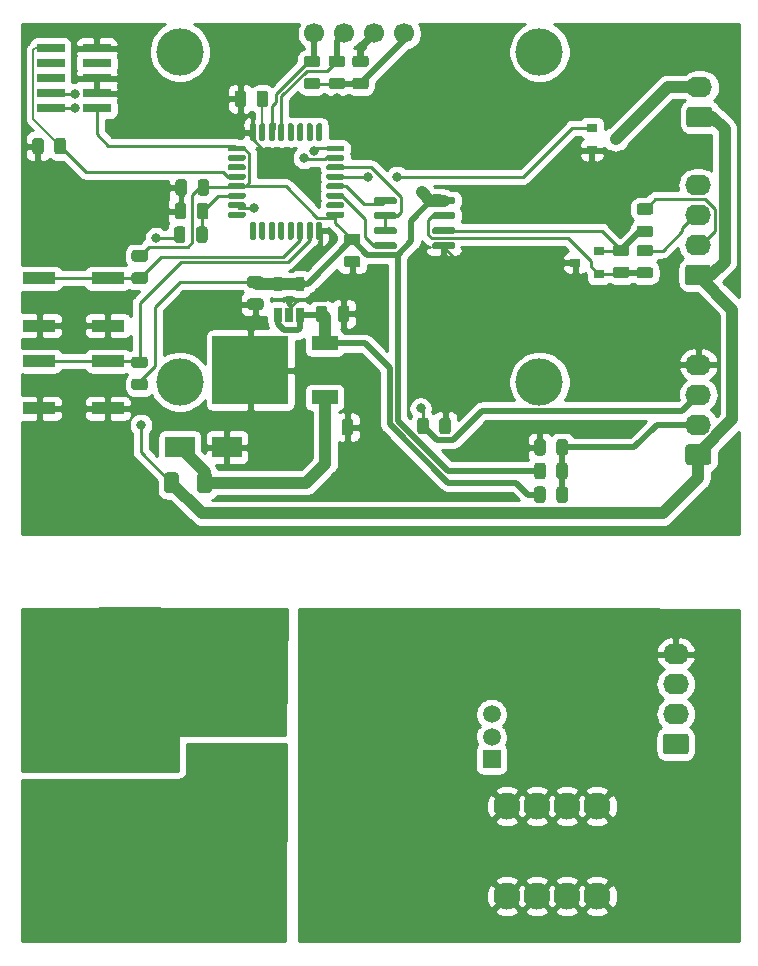
<source format=gbr>
G04 #@! TF.GenerationSoftware,KiCad,Pcbnew,(5.1.6)-1*
G04 #@! TF.CreationDate,2020-10-31T14:21:40+01:00*
G04 #@! TF.ProjectId,Batmonitor,4261746d-6f6e-4697-946f-722e6b696361,rev?*
G04 #@! TF.SameCoordinates,Original*
G04 #@! TF.FileFunction,Copper,L1,Top*
G04 #@! TF.FilePolarity,Positive*
%FSLAX46Y46*%
G04 Gerber Fmt 4.6, Leading zero omitted, Abs format (unit mm)*
G04 Created by KiCad (PCBNEW (5.1.6)-1) date 2020-10-31 14:21:40*
%MOMM*%
%LPD*%
G01*
G04 APERTURE LIST*
G04 #@! TA.AperFunction,ComponentPad*
%ADD10C,1.700000*%
G04 #@! TD*
G04 #@! TA.AperFunction,ComponentPad*
%ADD11C,4.000000*%
G04 #@! TD*
G04 #@! TA.AperFunction,ComponentPad*
%ADD12C,2.300000*%
G04 #@! TD*
G04 #@! TA.AperFunction,SMDPad,CuDef*
%ADD13R,6.400000X5.800000*%
G04 #@! TD*
G04 #@! TA.AperFunction,SMDPad,CuDef*
%ADD14R,2.200000X1.200000*%
G04 #@! TD*
G04 #@! TA.AperFunction,ComponentPad*
%ADD15O,6.000000X9.000000*%
G04 #@! TD*
G04 #@! TA.AperFunction,ComponentPad*
%ADD16R,1.500000X1.500000*%
G04 #@! TD*
G04 #@! TA.AperFunction,ComponentPad*
%ADD17C,1.500000*%
G04 #@! TD*
G04 #@! TA.AperFunction,ComponentPad*
%ADD18C,0.800000*%
G04 #@! TD*
G04 #@! TA.AperFunction,ComponentPad*
%ADD19O,2.190000X1.740000*%
G04 #@! TD*
G04 #@! TA.AperFunction,SMDPad,CuDef*
%ADD20R,2.800000X1.000000*%
G04 #@! TD*
G04 #@! TA.AperFunction,SMDPad,CuDef*
%ADD21R,2.500000X1.800000*%
G04 #@! TD*
G04 #@! TA.AperFunction,SMDPad,CuDef*
%ADD22R,0.650000X1.220000*%
G04 #@! TD*
G04 #@! TA.AperFunction,SMDPad,CuDef*
%ADD23R,0.900000X0.800000*%
G04 #@! TD*
G04 #@! TA.AperFunction,SMDPad,CuDef*
%ADD24R,2.400000X0.740000*%
G04 #@! TD*
G04 #@! TA.AperFunction,ComponentPad*
%ADD25O,2.200000X1.740000*%
G04 #@! TD*
G04 #@! TA.AperFunction,ViaPad*
%ADD26C,0.800000*%
G04 #@! TD*
G04 #@! TA.AperFunction,Conductor*
%ADD27C,0.250000*%
G04 #@! TD*
G04 #@! TA.AperFunction,Conductor*
%ADD28C,0.500000*%
G04 #@! TD*
G04 #@! TA.AperFunction,Conductor*
%ADD29C,1.000000*%
G04 #@! TD*
G04 #@! TA.AperFunction,Conductor*
%ADD30C,0.127000*%
G04 #@! TD*
G04 #@! TA.AperFunction,Conductor*
%ADD31C,0.254000*%
G04 #@! TD*
G04 APERTURE END LIST*
D10*
X134000000Y-61460000D03*
X131460000Y-61460000D03*
X128920000Y-61460000D03*
X126380000Y-61460000D03*
D11*
X145460000Y-63000000D03*
X115000000Y-63000000D03*
X115000000Y-90960000D03*
X145460000Y-90960000D03*
G04 #@! TA.AperFunction,SMDPad,CuDef*
G36*
G01*
X146887500Y-98956250D02*
X146887500Y-98043750D01*
G75*
G02*
X147131250Y-97800000I243750J0D01*
G01*
X147618750Y-97800000D01*
G75*
G02*
X147862500Y-98043750I0J-243750D01*
G01*
X147862500Y-98956250D01*
G75*
G02*
X147618750Y-99200000I-243750J0D01*
G01*
X147131250Y-99200000D01*
G75*
G02*
X146887500Y-98956250I0J243750D01*
G01*
G37*
G04 #@! TD.AperFunction*
G04 #@! TA.AperFunction,SMDPad,CuDef*
G36*
G01*
X145012500Y-98956250D02*
X145012500Y-98043750D01*
G75*
G02*
X145256250Y-97800000I243750J0D01*
G01*
X145743750Y-97800000D01*
G75*
G02*
X145987500Y-98043750I0J-243750D01*
G01*
X145987500Y-98956250D01*
G75*
G02*
X145743750Y-99200000I-243750J0D01*
G01*
X145256250Y-99200000D01*
G75*
G02*
X145012500Y-98956250I0J243750D01*
G01*
G37*
G04 #@! TD.AperFunction*
G04 #@! TA.AperFunction,SMDPad,CuDef*
G36*
G01*
X146887500Y-100956250D02*
X146887500Y-100043750D01*
G75*
G02*
X147131250Y-99800000I243750J0D01*
G01*
X147618750Y-99800000D01*
G75*
G02*
X147862500Y-100043750I0J-243750D01*
G01*
X147862500Y-100956250D01*
G75*
G02*
X147618750Y-101200000I-243750J0D01*
G01*
X147131250Y-101200000D01*
G75*
G02*
X146887500Y-100956250I0J243750D01*
G01*
G37*
G04 #@! TD.AperFunction*
G04 #@! TA.AperFunction,SMDPad,CuDef*
G36*
G01*
X145012500Y-100956250D02*
X145012500Y-100043750D01*
G75*
G02*
X145256250Y-99800000I243750J0D01*
G01*
X145743750Y-99800000D01*
G75*
G02*
X145987500Y-100043750I0J-243750D01*
G01*
X145987500Y-100956250D01*
G75*
G02*
X145743750Y-101200000I-243750J0D01*
G01*
X145256250Y-101200000D01*
G75*
G02*
X145012500Y-100956250I0J243750D01*
G01*
G37*
G04 #@! TD.AperFunction*
D12*
X142700000Y-126880000D03*
X145240000Y-126880000D03*
X147780000Y-126880000D03*
X150320000Y-126880000D03*
X150320000Y-134500000D03*
X147780000Y-134500000D03*
X145240000Y-134500000D03*
X142700000Y-134500000D03*
G04 #@! TA.AperFunction,SMDPad,CuDef*
G36*
G01*
X112056250Y-89787500D02*
X111143750Y-89787500D01*
G75*
G02*
X110900000Y-89543750I0J243750D01*
G01*
X110900000Y-89056250D01*
G75*
G02*
X111143750Y-88812500I243750J0D01*
G01*
X112056250Y-88812500D01*
G75*
G02*
X112300000Y-89056250I0J-243750D01*
G01*
X112300000Y-89543750D01*
G75*
G02*
X112056250Y-89787500I-243750J0D01*
G01*
G37*
G04 #@! TD.AperFunction*
G04 #@! TA.AperFunction,SMDPad,CuDef*
G36*
G01*
X112056250Y-91662500D02*
X111143750Y-91662500D01*
G75*
G02*
X110900000Y-91418750I0J243750D01*
G01*
X110900000Y-90931250D01*
G75*
G02*
X111143750Y-90687500I243750J0D01*
G01*
X112056250Y-90687500D01*
G75*
G02*
X112300000Y-90931250I0J-243750D01*
G01*
X112300000Y-91418750D01*
G75*
G02*
X112056250Y-91662500I-243750J0D01*
G01*
G37*
G04 #@! TD.AperFunction*
D13*
X120975000Y-89975000D03*
D14*
X127275000Y-87695000D03*
X127275000Y-92255000D03*
D15*
X120000000Y-126000000D03*
X120000000Y-116000000D03*
D16*
X141400000Y-122910000D03*
D17*
X141400000Y-119090000D03*
X141400000Y-121000000D03*
G04 #@! TA.AperFunction,ComponentPad*
G36*
G01*
X119007477Y-122219047D02*
X119007477Y-122219047D01*
G75*
G02*
X119200953Y-121687477I362523J169047D01*
G01*
X119200953Y-121687477D01*
G75*
G02*
X119732523Y-121880953I169047J-362523D01*
G01*
X119732523Y-121880953D01*
G75*
G02*
X119539047Y-122412523I-362523J-169047D01*
G01*
X119539047Y-122412523D01*
G75*
G02*
X119007477Y-122219047I-169047J362523D01*
G01*
G37*
G04 #@! TD.AperFunction*
G04 #@! TA.AperFunction,ComponentPad*
G36*
G01*
X120992523Y-122219047D02*
X120992523Y-122219047D01*
G75*
G02*
X120460953Y-122412523I-362523J169047D01*
G01*
X120460953Y-122412523D01*
G75*
G02*
X120267477Y-121880953I169047J362523D01*
G01*
X120267477Y-121880953D01*
G75*
G02*
X120799047Y-121687477I362523J-169047D01*
G01*
X120799047Y-121687477D01*
G75*
G02*
X120992523Y-122219047I-169047J-362523D01*
G01*
G37*
G04 #@! TD.AperFunction*
D18*
X121660000Y-122800000D03*
X118340000Y-122800000D03*
X119370000Y-129950000D03*
X120630000Y-129950000D03*
X121660000Y-129200000D03*
X118340000Y-129200000D03*
X122050000Y-125330000D03*
X122050000Y-126670000D03*
X122050000Y-124000000D03*
X122050000Y-128000000D03*
X117950000Y-125330000D03*
X117950000Y-126670000D03*
X117950000Y-128000000D03*
X117950000Y-124000000D03*
X121660000Y-119200000D03*
X118340000Y-119200000D03*
G04 #@! TA.AperFunction,ComponentPad*
G36*
G01*
X120267477Y-120119047D02*
X120267477Y-120119047D01*
G75*
G02*
X120460953Y-119587477I362523J169047D01*
G01*
X120460953Y-119587477D01*
G75*
G02*
X120992523Y-119780953I169047J-362523D01*
G01*
X120992523Y-119780953D01*
G75*
G02*
X120799047Y-120312523I-362523J-169047D01*
G01*
X120799047Y-120312523D01*
G75*
G02*
X120267477Y-120119047I-169047J362523D01*
G01*
G37*
G04 #@! TD.AperFunction*
G04 #@! TA.AperFunction,ComponentPad*
G36*
G01*
X119732523Y-120119047D02*
X119732523Y-120119047D01*
G75*
G02*
X119200953Y-120312523I-362523J169047D01*
G01*
X119200953Y-120312523D01*
G75*
G02*
X119007477Y-119780953I169047J362523D01*
G01*
X119007477Y-119780953D01*
G75*
G02*
X119539047Y-119587477I362523J-169047D01*
G01*
X119539047Y-119587477D01*
G75*
G02*
X119732523Y-120119047I-169047J-362523D01*
G01*
G37*
G04 #@! TD.AperFunction*
X121660000Y-112800000D03*
X118340000Y-112800000D03*
X119370000Y-112050000D03*
X122050000Y-114000000D03*
X122050000Y-115330000D03*
X122050000Y-116670000D03*
X122050000Y-118000000D03*
X117950000Y-114000000D03*
X117950000Y-115330000D03*
X117950000Y-116670000D03*
X117950000Y-118000000D03*
X120630000Y-112050000D03*
D19*
X158900000Y-89500000D03*
X158900000Y-92040000D03*
X158900000Y-94580000D03*
G04 #@! TA.AperFunction,ComponentPad*
G36*
G01*
X159745001Y-97990000D02*
X158054999Y-97990000D01*
G75*
G02*
X157805000Y-97740001I0J249999D01*
G01*
X157805000Y-96499999D01*
G75*
G02*
X158054999Y-96250000I249999J0D01*
G01*
X159745001Y-96250000D01*
G75*
G02*
X159995000Y-96499999I0J-249999D01*
G01*
X159995000Y-97740001D01*
G75*
G02*
X159745001Y-97990000I-249999J0D01*
G01*
G37*
G04 #@! TD.AperFunction*
X157000000Y-114000000D03*
X157000000Y-116540000D03*
X157000000Y-119080000D03*
G04 #@! TA.AperFunction,ComponentPad*
G36*
G01*
X157845001Y-122490000D02*
X156154999Y-122490000D01*
G75*
G02*
X155905000Y-122240001I0J249999D01*
G01*
X155905000Y-120999999D01*
G75*
G02*
X156154999Y-120750000I249999J0D01*
G01*
X157845001Y-120750000D01*
G75*
G02*
X158095000Y-120999999I0J-249999D01*
G01*
X158095000Y-122240001D01*
G75*
G02*
X157845001Y-122490000I-249999J0D01*
G01*
G37*
G04 #@! TD.AperFunction*
D12*
X105000000Y-127000000D03*
X107540000Y-127000000D03*
X110080000Y-127000000D03*
X112620000Y-127000000D03*
X112620000Y-134620000D03*
X110080000Y-134620000D03*
X107540000Y-134620000D03*
X105000000Y-134620000D03*
X104880000Y-114000000D03*
X107420000Y-114000000D03*
X109960000Y-114000000D03*
X112500000Y-114000000D03*
X112500000Y-121620000D03*
X109960000Y-121620000D03*
X107420000Y-121620000D03*
X104880000Y-121620000D03*
G04 #@! TA.AperFunction,SMDPad,CuDef*
G36*
G01*
X145987500Y-96043750D02*
X145987500Y-96956250D01*
G75*
G02*
X145743750Y-97200000I-243750J0D01*
G01*
X145256250Y-97200000D01*
G75*
G02*
X145012500Y-96956250I0J243750D01*
G01*
X145012500Y-96043750D01*
G75*
G02*
X145256250Y-95800000I243750J0D01*
G01*
X145743750Y-95800000D01*
G75*
G02*
X145987500Y-96043750I0J-243750D01*
G01*
G37*
G04 #@! TD.AperFunction*
G04 #@! TA.AperFunction,SMDPad,CuDef*
G36*
G01*
X147862500Y-96043750D02*
X147862500Y-96956250D01*
G75*
G02*
X147618750Y-97200000I-243750J0D01*
G01*
X147131250Y-97200000D01*
G75*
G02*
X146887500Y-96956250I0J243750D01*
G01*
X146887500Y-96043750D01*
G75*
G02*
X147131250Y-95800000I243750J0D01*
G01*
X147618750Y-95800000D01*
G75*
G02*
X147862500Y-96043750I0J-243750D01*
G01*
G37*
G04 #@! TD.AperFunction*
G04 #@! TA.AperFunction,SMDPad,CuDef*
G36*
G01*
X136987500Y-95156250D02*
X136987500Y-94243750D01*
G75*
G02*
X137231250Y-94000000I243750J0D01*
G01*
X137718750Y-94000000D01*
G75*
G02*
X137962500Y-94243750I0J-243750D01*
G01*
X137962500Y-95156250D01*
G75*
G02*
X137718750Y-95400000I-243750J0D01*
G01*
X137231250Y-95400000D01*
G75*
G02*
X136987500Y-95156250I0J243750D01*
G01*
G37*
G04 #@! TD.AperFunction*
G04 #@! TA.AperFunction,SMDPad,CuDef*
G36*
G01*
X135112500Y-95156250D02*
X135112500Y-94243750D01*
G75*
G02*
X135356250Y-94000000I243750J0D01*
G01*
X135843750Y-94000000D01*
G75*
G02*
X136087500Y-94243750I0J-243750D01*
G01*
X136087500Y-95156250D01*
G75*
G02*
X135843750Y-95400000I-243750J0D01*
G01*
X135356250Y-95400000D01*
G75*
G02*
X135112500Y-95156250I0J243750D01*
G01*
G37*
G04 #@! TD.AperFunction*
G04 #@! TA.AperFunction,SMDPad,CuDef*
G36*
G01*
X136375000Y-75780000D02*
X136375000Y-75480000D01*
G75*
G02*
X136525000Y-75330000I150000J0D01*
G01*
X138175000Y-75330000D01*
G75*
G02*
X138325000Y-75480000I0J-150000D01*
G01*
X138325000Y-75780000D01*
G75*
G02*
X138175000Y-75930000I-150000J0D01*
G01*
X136525000Y-75930000D01*
G75*
G02*
X136375000Y-75780000I0J150000D01*
G01*
G37*
G04 #@! TD.AperFunction*
G04 #@! TA.AperFunction,SMDPad,CuDef*
G36*
G01*
X136375000Y-77050000D02*
X136375000Y-76750000D01*
G75*
G02*
X136525000Y-76600000I150000J0D01*
G01*
X138175000Y-76600000D01*
G75*
G02*
X138325000Y-76750000I0J-150000D01*
G01*
X138325000Y-77050000D01*
G75*
G02*
X138175000Y-77200000I-150000J0D01*
G01*
X136525000Y-77200000D01*
G75*
G02*
X136375000Y-77050000I0J150000D01*
G01*
G37*
G04 #@! TD.AperFunction*
G04 #@! TA.AperFunction,SMDPad,CuDef*
G36*
G01*
X136375000Y-78320000D02*
X136375000Y-78020000D01*
G75*
G02*
X136525000Y-77870000I150000J0D01*
G01*
X138175000Y-77870000D01*
G75*
G02*
X138325000Y-78020000I0J-150000D01*
G01*
X138325000Y-78320000D01*
G75*
G02*
X138175000Y-78470000I-150000J0D01*
G01*
X136525000Y-78470000D01*
G75*
G02*
X136375000Y-78320000I0J150000D01*
G01*
G37*
G04 #@! TD.AperFunction*
G04 #@! TA.AperFunction,SMDPad,CuDef*
G36*
G01*
X136375000Y-79590000D02*
X136375000Y-79290000D01*
G75*
G02*
X136525000Y-79140000I150000J0D01*
G01*
X138175000Y-79140000D01*
G75*
G02*
X138325000Y-79290000I0J-150000D01*
G01*
X138325000Y-79590000D01*
G75*
G02*
X138175000Y-79740000I-150000J0D01*
G01*
X136525000Y-79740000D01*
G75*
G02*
X136375000Y-79590000I0J150000D01*
G01*
G37*
G04 #@! TD.AperFunction*
G04 #@! TA.AperFunction,SMDPad,CuDef*
G36*
G01*
X131425000Y-79590000D02*
X131425000Y-79290000D01*
G75*
G02*
X131575000Y-79140000I150000J0D01*
G01*
X133225000Y-79140000D01*
G75*
G02*
X133375000Y-79290000I0J-150000D01*
G01*
X133375000Y-79590000D01*
G75*
G02*
X133225000Y-79740000I-150000J0D01*
G01*
X131575000Y-79740000D01*
G75*
G02*
X131425000Y-79590000I0J150000D01*
G01*
G37*
G04 #@! TD.AperFunction*
G04 #@! TA.AperFunction,SMDPad,CuDef*
G36*
G01*
X131425000Y-78320000D02*
X131425000Y-78020000D01*
G75*
G02*
X131575000Y-77870000I150000J0D01*
G01*
X133225000Y-77870000D01*
G75*
G02*
X133375000Y-78020000I0J-150000D01*
G01*
X133375000Y-78320000D01*
G75*
G02*
X133225000Y-78470000I-150000J0D01*
G01*
X131575000Y-78470000D01*
G75*
G02*
X131425000Y-78320000I0J150000D01*
G01*
G37*
G04 #@! TD.AperFunction*
G04 #@! TA.AperFunction,SMDPad,CuDef*
G36*
G01*
X131425000Y-77050000D02*
X131425000Y-76750000D01*
G75*
G02*
X131575000Y-76600000I150000J0D01*
G01*
X133225000Y-76600000D01*
G75*
G02*
X133375000Y-76750000I0J-150000D01*
G01*
X133375000Y-77050000D01*
G75*
G02*
X133225000Y-77200000I-150000J0D01*
G01*
X131575000Y-77200000D01*
G75*
G02*
X131425000Y-77050000I0J150000D01*
G01*
G37*
G04 #@! TD.AperFunction*
G04 #@! TA.AperFunction,SMDPad,CuDef*
G36*
G01*
X131425000Y-75780000D02*
X131425000Y-75480000D01*
G75*
G02*
X131575000Y-75330000I150000J0D01*
G01*
X133225000Y-75330000D01*
G75*
G02*
X133375000Y-75480000I0J-150000D01*
G01*
X133375000Y-75780000D01*
G75*
G02*
X133225000Y-75930000I-150000J0D01*
G01*
X131575000Y-75930000D01*
G75*
G02*
X131425000Y-75780000I0J150000D01*
G01*
G37*
G04 #@! TD.AperFunction*
D20*
X108900000Y-93200000D03*
X103100000Y-93200000D03*
X108900000Y-89200000D03*
X103100000Y-89200000D03*
X108900000Y-86200000D03*
X103100000Y-86200000D03*
X108900000Y-82200000D03*
X103100000Y-82200000D03*
G04 #@! TA.AperFunction,SMDPad,CuDef*
G36*
G01*
X111143750Y-81687500D02*
X112056250Y-81687500D01*
G75*
G02*
X112300000Y-81931250I0J-243750D01*
G01*
X112300000Y-82418750D01*
G75*
G02*
X112056250Y-82662500I-243750J0D01*
G01*
X111143750Y-82662500D01*
G75*
G02*
X110900000Y-82418750I0J243750D01*
G01*
X110900000Y-81931250D01*
G75*
G02*
X111143750Y-81687500I243750J0D01*
G01*
G37*
G04 #@! TD.AperFunction*
G04 #@! TA.AperFunction,SMDPad,CuDef*
G36*
G01*
X111143750Y-79812500D02*
X112056250Y-79812500D01*
G75*
G02*
X112300000Y-80056250I0J-243750D01*
G01*
X112300000Y-80543750D01*
G75*
G02*
X112056250Y-80787500I-243750J0D01*
G01*
X111143750Y-80787500D01*
G75*
G02*
X110900000Y-80543750I0J243750D01*
G01*
X110900000Y-80056250D01*
G75*
G02*
X111143750Y-79812500I243750J0D01*
G01*
G37*
G04 #@! TD.AperFunction*
G04 #@! TA.AperFunction,SMDPad,CuDef*
G36*
G01*
X128387500Y-85656250D02*
X128387500Y-84743750D01*
G75*
G02*
X128631250Y-84500000I243750J0D01*
G01*
X129118750Y-84500000D01*
G75*
G02*
X129362500Y-84743750I0J-243750D01*
G01*
X129362500Y-85656250D01*
G75*
G02*
X129118750Y-85900000I-243750J0D01*
G01*
X128631250Y-85900000D01*
G75*
G02*
X128387500Y-85656250I0J243750D01*
G01*
G37*
G04 #@! TD.AperFunction*
G04 #@! TA.AperFunction,SMDPad,CuDef*
G36*
G01*
X126512500Y-85656250D02*
X126512500Y-84743750D01*
G75*
G02*
X126756250Y-84500000I243750J0D01*
G01*
X127243750Y-84500000D01*
G75*
G02*
X127487500Y-84743750I0J-243750D01*
G01*
X127487500Y-85656250D01*
G75*
G02*
X127243750Y-85900000I-243750J0D01*
G01*
X126756250Y-85900000D01*
G75*
G02*
X126512500Y-85656250I0J243750D01*
G01*
G37*
G04 #@! TD.AperFunction*
G04 #@! TA.AperFunction,SMDPad,CuDef*
G36*
G01*
X128712500Y-95256250D02*
X128712500Y-94343750D01*
G75*
G02*
X128956250Y-94100000I243750J0D01*
G01*
X129443750Y-94100000D01*
G75*
G02*
X129687500Y-94343750I0J-243750D01*
G01*
X129687500Y-95256250D01*
G75*
G02*
X129443750Y-95500000I-243750J0D01*
G01*
X128956250Y-95500000D01*
G75*
G02*
X128712500Y-95256250I0J243750D01*
G01*
G37*
G04 #@! TD.AperFunction*
G04 #@! TA.AperFunction,SMDPad,CuDef*
G36*
G01*
X126837500Y-95256250D02*
X126837500Y-94343750D01*
G75*
G02*
X127081250Y-94100000I243750J0D01*
G01*
X127568750Y-94100000D01*
G75*
G02*
X127812500Y-94343750I0J-243750D01*
G01*
X127812500Y-95256250D01*
G75*
G02*
X127568750Y-95500000I-243750J0D01*
G01*
X127081250Y-95500000D01*
G75*
G02*
X126837500Y-95256250I0J243750D01*
G01*
G37*
G04 #@! TD.AperFunction*
D21*
X119000000Y-96500000D03*
X115000000Y-96500000D03*
G04 #@! TA.AperFunction,SMDPad,CuDef*
G36*
G01*
X114925000Y-98875000D02*
X114925000Y-100125000D01*
G75*
G02*
X114675000Y-100375000I-250000J0D01*
G01*
X113925000Y-100375000D01*
G75*
G02*
X113675000Y-100125000I0J250000D01*
G01*
X113675000Y-98875000D01*
G75*
G02*
X113925000Y-98625000I250000J0D01*
G01*
X114675000Y-98625000D01*
G75*
G02*
X114925000Y-98875000I0J-250000D01*
G01*
G37*
G04 #@! TD.AperFunction*
G04 #@! TA.AperFunction,SMDPad,CuDef*
G36*
G01*
X117725000Y-98875000D02*
X117725000Y-100125000D01*
G75*
G02*
X117475000Y-100375000I-250000J0D01*
G01*
X116725000Y-100375000D01*
G75*
G02*
X116475000Y-100125000I0J250000D01*
G01*
X116475000Y-98875000D01*
G75*
G02*
X116725000Y-98625000I250000J0D01*
G01*
X117475000Y-98625000D01*
G75*
G02*
X117725000Y-98875000I0J-250000D01*
G01*
G37*
G04 #@! TD.AperFunction*
D22*
X123300000Y-82680000D03*
X125200000Y-82680000D03*
X125200000Y-85300000D03*
X124250000Y-85300000D03*
X123300000Y-85300000D03*
D23*
X151900000Y-70400000D03*
X149900000Y-71350000D03*
X149900000Y-69450000D03*
G04 #@! TA.AperFunction,SMDPad,CuDef*
G36*
G01*
X130756250Y-64312500D02*
X129843750Y-64312500D01*
G75*
G02*
X129600000Y-64068750I0J243750D01*
G01*
X129600000Y-63581250D01*
G75*
G02*
X129843750Y-63337500I243750J0D01*
G01*
X130756250Y-63337500D01*
G75*
G02*
X131000000Y-63581250I0J-243750D01*
G01*
X131000000Y-64068750D01*
G75*
G02*
X130756250Y-64312500I-243750J0D01*
G01*
G37*
G04 #@! TD.AperFunction*
G04 #@! TA.AperFunction,SMDPad,CuDef*
G36*
G01*
X130756250Y-66187500D02*
X129843750Y-66187500D01*
G75*
G02*
X129600000Y-65943750I0J243750D01*
G01*
X129600000Y-65456250D01*
G75*
G02*
X129843750Y-65212500I243750J0D01*
G01*
X130756250Y-65212500D01*
G75*
G02*
X131000000Y-65456250I0J-243750D01*
G01*
X131000000Y-65943750D01*
G75*
G02*
X130756250Y-66187500I-243750J0D01*
G01*
G37*
G04 #@! TD.AperFunction*
G04 #@! TA.AperFunction,SMDPad,CuDef*
G36*
G01*
X129143750Y-80287500D02*
X130056250Y-80287500D01*
G75*
G02*
X130300000Y-80531250I0J-243750D01*
G01*
X130300000Y-81018750D01*
G75*
G02*
X130056250Y-81262500I-243750J0D01*
G01*
X129143750Y-81262500D01*
G75*
G02*
X128900000Y-81018750I0J243750D01*
G01*
X128900000Y-80531250D01*
G75*
G02*
X129143750Y-80287500I243750J0D01*
G01*
G37*
G04 #@! TD.AperFunction*
G04 #@! TA.AperFunction,SMDPad,CuDef*
G36*
G01*
X129143750Y-78412500D02*
X130056250Y-78412500D01*
G75*
G02*
X130300000Y-78656250I0J-243750D01*
G01*
X130300000Y-79143750D01*
G75*
G02*
X130056250Y-79387500I-243750J0D01*
G01*
X129143750Y-79387500D01*
G75*
G02*
X128900000Y-79143750I0J243750D01*
G01*
X128900000Y-78656250D01*
G75*
G02*
X129143750Y-78412500I243750J0D01*
G01*
G37*
G04 #@! TD.AperFunction*
G04 #@! TA.AperFunction,SMDPad,CuDef*
G36*
G01*
X115612500Y-74043750D02*
X115612500Y-74956250D01*
G75*
G02*
X115368750Y-75200000I-243750J0D01*
G01*
X114881250Y-75200000D01*
G75*
G02*
X114637500Y-74956250I0J243750D01*
G01*
X114637500Y-74043750D01*
G75*
G02*
X114881250Y-73800000I243750J0D01*
G01*
X115368750Y-73800000D01*
G75*
G02*
X115612500Y-74043750I0J-243750D01*
G01*
G37*
G04 #@! TD.AperFunction*
G04 #@! TA.AperFunction,SMDPad,CuDef*
G36*
G01*
X117487500Y-74043750D02*
X117487500Y-74956250D01*
G75*
G02*
X117243750Y-75200000I-243750J0D01*
G01*
X116756250Y-75200000D01*
G75*
G02*
X116512500Y-74956250I0J243750D01*
G01*
X116512500Y-74043750D01*
G75*
G02*
X116756250Y-73800000I243750J0D01*
G01*
X117243750Y-73800000D01*
G75*
G02*
X117487500Y-74043750I0J-243750D01*
G01*
G37*
G04 #@! TD.AperFunction*
D24*
X104080000Y-62710000D03*
X107980000Y-62710000D03*
X104080000Y-63980000D03*
X107980000Y-63980000D03*
X104080000Y-65250000D03*
X107980000Y-65250000D03*
X104080000Y-66520000D03*
X107980000Y-66520000D03*
X104080000Y-67790000D03*
X107980000Y-67790000D03*
G04 #@! TA.AperFunction,SMDPad,CuDef*
G36*
G01*
X103487500Y-70543750D02*
X103487500Y-71456250D01*
G75*
G02*
X103243750Y-71700000I-243750J0D01*
G01*
X102756250Y-71700000D01*
G75*
G02*
X102512500Y-71456250I0J243750D01*
G01*
X102512500Y-70543750D01*
G75*
G02*
X102756250Y-70300000I243750J0D01*
G01*
X103243750Y-70300000D01*
G75*
G02*
X103487500Y-70543750I0J-243750D01*
G01*
G37*
G04 #@! TD.AperFunction*
G04 #@! TA.AperFunction,SMDPad,CuDef*
G36*
G01*
X105362500Y-70543750D02*
X105362500Y-71456250D01*
G75*
G02*
X105118750Y-71700000I-243750J0D01*
G01*
X104631250Y-71700000D01*
G75*
G02*
X104387500Y-71456250I0J243750D01*
G01*
X104387500Y-70543750D01*
G75*
G02*
X104631250Y-70300000I243750J0D01*
G01*
X105118750Y-70300000D01*
G75*
G02*
X105362500Y-70543750I0J-243750D01*
G01*
G37*
G04 #@! TD.AperFunction*
D23*
X148480000Y-80870000D03*
X150480000Y-79920000D03*
X150480000Y-81820000D03*
G04 #@! TA.AperFunction,SMDPad,CuDef*
G36*
G01*
X120950000Y-70450000D02*
X120950000Y-69200000D01*
G75*
G02*
X121075000Y-69075000I125000J0D01*
G01*
X121325000Y-69075000D01*
G75*
G02*
X121450000Y-69200000I0J-125000D01*
G01*
X121450000Y-70450000D01*
G75*
G02*
X121325000Y-70575000I-125000J0D01*
G01*
X121075000Y-70575000D01*
G75*
G02*
X120950000Y-70450000I0J125000D01*
G01*
G37*
G04 #@! TD.AperFunction*
G04 #@! TA.AperFunction,SMDPad,CuDef*
G36*
G01*
X121750000Y-70450000D02*
X121750000Y-69200000D01*
G75*
G02*
X121875000Y-69075000I125000J0D01*
G01*
X122125000Y-69075000D01*
G75*
G02*
X122250000Y-69200000I0J-125000D01*
G01*
X122250000Y-70450000D01*
G75*
G02*
X122125000Y-70575000I-125000J0D01*
G01*
X121875000Y-70575000D01*
G75*
G02*
X121750000Y-70450000I0J125000D01*
G01*
G37*
G04 #@! TD.AperFunction*
G04 #@! TA.AperFunction,SMDPad,CuDef*
G36*
G01*
X122550000Y-70450000D02*
X122550000Y-69200000D01*
G75*
G02*
X122675000Y-69075000I125000J0D01*
G01*
X122925000Y-69075000D01*
G75*
G02*
X123050000Y-69200000I0J-125000D01*
G01*
X123050000Y-70450000D01*
G75*
G02*
X122925000Y-70575000I-125000J0D01*
G01*
X122675000Y-70575000D01*
G75*
G02*
X122550000Y-70450000I0J125000D01*
G01*
G37*
G04 #@! TD.AperFunction*
G04 #@! TA.AperFunction,SMDPad,CuDef*
G36*
G01*
X123350000Y-70450000D02*
X123350000Y-69200000D01*
G75*
G02*
X123475000Y-69075000I125000J0D01*
G01*
X123725000Y-69075000D01*
G75*
G02*
X123850000Y-69200000I0J-125000D01*
G01*
X123850000Y-70450000D01*
G75*
G02*
X123725000Y-70575000I-125000J0D01*
G01*
X123475000Y-70575000D01*
G75*
G02*
X123350000Y-70450000I0J125000D01*
G01*
G37*
G04 #@! TD.AperFunction*
G04 #@! TA.AperFunction,SMDPad,CuDef*
G36*
G01*
X124150000Y-70450000D02*
X124150000Y-69200000D01*
G75*
G02*
X124275000Y-69075000I125000J0D01*
G01*
X124525000Y-69075000D01*
G75*
G02*
X124650000Y-69200000I0J-125000D01*
G01*
X124650000Y-70450000D01*
G75*
G02*
X124525000Y-70575000I-125000J0D01*
G01*
X124275000Y-70575000D01*
G75*
G02*
X124150000Y-70450000I0J125000D01*
G01*
G37*
G04 #@! TD.AperFunction*
G04 #@! TA.AperFunction,SMDPad,CuDef*
G36*
G01*
X124950000Y-70450000D02*
X124950000Y-69200000D01*
G75*
G02*
X125075000Y-69075000I125000J0D01*
G01*
X125325000Y-69075000D01*
G75*
G02*
X125450000Y-69200000I0J-125000D01*
G01*
X125450000Y-70450000D01*
G75*
G02*
X125325000Y-70575000I-125000J0D01*
G01*
X125075000Y-70575000D01*
G75*
G02*
X124950000Y-70450000I0J125000D01*
G01*
G37*
G04 #@! TD.AperFunction*
G04 #@! TA.AperFunction,SMDPad,CuDef*
G36*
G01*
X125750000Y-70450000D02*
X125750000Y-69200000D01*
G75*
G02*
X125875000Y-69075000I125000J0D01*
G01*
X126125000Y-69075000D01*
G75*
G02*
X126250000Y-69200000I0J-125000D01*
G01*
X126250000Y-70450000D01*
G75*
G02*
X126125000Y-70575000I-125000J0D01*
G01*
X125875000Y-70575000D01*
G75*
G02*
X125750000Y-70450000I0J125000D01*
G01*
G37*
G04 #@! TD.AperFunction*
G04 #@! TA.AperFunction,SMDPad,CuDef*
G36*
G01*
X126550000Y-70450000D02*
X126550000Y-69200000D01*
G75*
G02*
X126675000Y-69075000I125000J0D01*
G01*
X126925000Y-69075000D01*
G75*
G02*
X127050000Y-69200000I0J-125000D01*
G01*
X127050000Y-70450000D01*
G75*
G02*
X126925000Y-70575000I-125000J0D01*
G01*
X126675000Y-70575000D01*
G75*
G02*
X126550000Y-70450000I0J125000D01*
G01*
G37*
G04 #@! TD.AperFunction*
G04 #@! TA.AperFunction,SMDPad,CuDef*
G36*
G01*
X127425000Y-71325000D02*
X127425000Y-71075000D01*
G75*
G02*
X127550000Y-70950000I125000J0D01*
G01*
X128800000Y-70950000D01*
G75*
G02*
X128925000Y-71075000I0J-125000D01*
G01*
X128925000Y-71325000D01*
G75*
G02*
X128800000Y-71450000I-125000J0D01*
G01*
X127550000Y-71450000D01*
G75*
G02*
X127425000Y-71325000I0J125000D01*
G01*
G37*
G04 #@! TD.AperFunction*
G04 #@! TA.AperFunction,SMDPad,CuDef*
G36*
G01*
X127425000Y-72125000D02*
X127425000Y-71875000D01*
G75*
G02*
X127550000Y-71750000I125000J0D01*
G01*
X128800000Y-71750000D01*
G75*
G02*
X128925000Y-71875000I0J-125000D01*
G01*
X128925000Y-72125000D01*
G75*
G02*
X128800000Y-72250000I-125000J0D01*
G01*
X127550000Y-72250000D01*
G75*
G02*
X127425000Y-72125000I0J125000D01*
G01*
G37*
G04 #@! TD.AperFunction*
G04 #@! TA.AperFunction,SMDPad,CuDef*
G36*
G01*
X127425000Y-72925000D02*
X127425000Y-72675000D01*
G75*
G02*
X127550000Y-72550000I125000J0D01*
G01*
X128800000Y-72550000D01*
G75*
G02*
X128925000Y-72675000I0J-125000D01*
G01*
X128925000Y-72925000D01*
G75*
G02*
X128800000Y-73050000I-125000J0D01*
G01*
X127550000Y-73050000D01*
G75*
G02*
X127425000Y-72925000I0J125000D01*
G01*
G37*
G04 #@! TD.AperFunction*
G04 #@! TA.AperFunction,SMDPad,CuDef*
G36*
G01*
X127425000Y-73725000D02*
X127425000Y-73475000D01*
G75*
G02*
X127550000Y-73350000I125000J0D01*
G01*
X128800000Y-73350000D01*
G75*
G02*
X128925000Y-73475000I0J-125000D01*
G01*
X128925000Y-73725000D01*
G75*
G02*
X128800000Y-73850000I-125000J0D01*
G01*
X127550000Y-73850000D01*
G75*
G02*
X127425000Y-73725000I0J125000D01*
G01*
G37*
G04 #@! TD.AperFunction*
G04 #@! TA.AperFunction,SMDPad,CuDef*
G36*
G01*
X127425000Y-74525000D02*
X127425000Y-74275000D01*
G75*
G02*
X127550000Y-74150000I125000J0D01*
G01*
X128800000Y-74150000D01*
G75*
G02*
X128925000Y-74275000I0J-125000D01*
G01*
X128925000Y-74525000D01*
G75*
G02*
X128800000Y-74650000I-125000J0D01*
G01*
X127550000Y-74650000D01*
G75*
G02*
X127425000Y-74525000I0J125000D01*
G01*
G37*
G04 #@! TD.AperFunction*
G04 #@! TA.AperFunction,SMDPad,CuDef*
G36*
G01*
X127425000Y-75325000D02*
X127425000Y-75075000D01*
G75*
G02*
X127550000Y-74950000I125000J0D01*
G01*
X128800000Y-74950000D01*
G75*
G02*
X128925000Y-75075000I0J-125000D01*
G01*
X128925000Y-75325000D01*
G75*
G02*
X128800000Y-75450000I-125000J0D01*
G01*
X127550000Y-75450000D01*
G75*
G02*
X127425000Y-75325000I0J125000D01*
G01*
G37*
G04 #@! TD.AperFunction*
G04 #@! TA.AperFunction,SMDPad,CuDef*
G36*
G01*
X127425000Y-76125000D02*
X127425000Y-75875000D01*
G75*
G02*
X127550000Y-75750000I125000J0D01*
G01*
X128800000Y-75750000D01*
G75*
G02*
X128925000Y-75875000I0J-125000D01*
G01*
X128925000Y-76125000D01*
G75*
G02*
X128800000Y-76250000I-125000J0D01*
G01*
X127550000Y-76250000D01*
G75*
G02*
X127425000Y-76125000I0J125000D01*
G01*
G37*
G04 #@! TD.AperFunction*
G04 #@! TA.AperFunction,SMDPad,CuDef*
G36*
G01*
X127425000Y-76925000D02*
X127425000Y-76675000D01*
G75*
G02*
X127550000Y-76550000I125000J0D01*
G01*
X128800000Y-76550000D01*
G75*
G02*
X128925000Y-76675000I0J-125000D01*
G01*
X128925000Y-76925000D01*
G75*
G02*
X128800000Y-77050000I-125000J0D01*
G01*
X127550000Y-77050000D01*
G75*
G02*
X127425000Y-76925000I0J125000D01*
G01*
G37*
G04 #@! TD.AperFunction*
G04 #@! TA.AperFunction,SMDPad,CuDef*
G36*
G01*
X126550000Y-78800000D02*
X126550000Y-77550000D01*
G75*
G02*
X126675000Y-77425000I125000J0D01*
G01*
X126925000Y-77425000D01*
G75*
G02*
X127050000Y-77550000I0J-125000D01*
G01*
X127050000Y-78800000D01*
G75*
G02*
X126925000Y-78925000I-125000J0D01*
G01*
X126675000Y-78925000D01*
G75*
G02*
X126550000Y-78800000I0J125000D01*
G01*
G37*
G04 #@! TD.AperFunction*
G04 #@! TA.AperFunction,SMDPad,CuDef*
G36*
G01*
X125750000Y-78800000D02*
X125750000Y-77550000D01*
G75*
G02*
X125875000Y-77425000I125000J0D01*
G01*
X126125000Y-77425000D01*
G75*
G02*
X126250000Y-77550000I0J-125000D01*
G01*
X126250000Y-78800000D01*
G75*
G02*
X126125000Y-78925000I-125000J0D01*
G01*
X125875000Y-78925000D01*
G75*
G02*
X125750000Y-78800000I0J125000D01*
G01*
G37*
G04 #@! TD.AperFunction*
G04 #@! TA.AperFunction,SMDPad,CuDef*
G36*
G01*
X124950000Y-78800000D02*
X124950000Y-77550000D01*
G75*
G02*
X125075000Y-77425000I125000J0D01*
G01*
X125325000Y-77425000D01*
G75*
G02*
X125450000Y-77550000I0J-125000D01*
G01*
X125450000Y-78800000D01*
G75*
G02*
X125325000Y-78925000I-125000J0D01*
G01*
X125075000Y-78925000D01*
G75*
G02*
X124950000Y-78800000I0J125000D01*
G01*
G37*
G04 #@! TD.AperFunction*
G04 #@! TA.AperFunction,SMDPad,CuDef*
G36*
G01*
X124150000Y-78800000D02*
X124150000Y-77550000D01*
G75*
G02*
X124275000Y-77425000I125000J0D01*
G01*
X124525000Y-77425000D01*
G75*
G02*
X124650000Y-77550000I0J-125000D01*
G01*
X124650000Y-78800000D01*
G75*
G02*
X124525000Y-78925000I-125000J0D01*
G01*
X124275000Y-78925000D01*
G75*
G02*
X124150000Y-78800000I0J125000D01*
G01*
G37*
G04 #@! TD.AperFunction*
G04 #@! TA.AperFunction,SMDPad,CuDef*
G36*
G01*
X123350000Y-78800000D02*
X123350000Y-77550000D01*
G75*
G02*
X123475000Y-77425000I125000J0D01*
G01*
X123725000Y-77425000D01*
G75*
G02*
X123850000Y-77550000I0J-125000D01*
G01*
X123850000Y-78800000D01*
G75*
G02*
X123725000Y-78925000I-125000J0D01*
G01*
X123475000Y-78925000D01*
G75*
G02*
X123350000Y-78800000I0J125000D01*
G01*
G37*
G04 #@! TD.AperFunction*
G04 #@! TA.AperFunction,SMDPad,CuDef*
G36*
G01*
X122550000Y-78800000D02*
X122550000Y-77550000D01*
G75*
G02*
X122675000Y-77425000I125000J0D01*
G01*
X122925000Y-77425000D01*
G75*
G02*
X123050000Y-77550000I0J-125000D01*
G01*
X123050000Y-78800000D01*
G75*
G02*
X122925000Y-78925000I-125000J0D01*
G01*
X122675000Y-78925000D01*
G75*
G02*
X122550000Y-78800000I0J125000D01*
G01*
G37*
G04 #@! TD.AperFunction*
G04 #@! TA.AperFunction,SMDPad,CuDef*
G36*
G01*
X121750000Y-78800000D02*
X121750000Y-77550000D01*
G75*
G02*
X121875000Y-77425000I125000J0D01*
G01*
X122125000Y-77425000D01*
G75*
G02*
X122250000Y-77550000I0J-125000D01*
G01*
X122250000Y-78800000D01*
G75*
G02*
X122125000Y-78925000I-125000J0D01*
G01*
X121875000Y-78925000D01*
G75*
G02*
X121750000Y-78800000I0J125000D01*
G01*
G37*
G04 #@! TD.AperFunction*
G04 #@! TA.AperFunction,SMDPad,CuDef*
G36*
G01*
X120950000Y-78800000D02*
X120950000Y-77550000D01*
G75*
G02*
X121075000Y-77425000I125000J0D01*
G01*
X121325000Y-77425000D01*
G75*
G02*
X121450000Y-77550000I0J-125000D01*
G01*
X121450000Y-78800000D01*
G75*
G02*
X121325000Y-78925000I-125000J0D01*
G01*
X121075000Y-78925000D01*
G75*
G02*
X120950000Y-78800000I0J125000D01*
G01*
G37*
G04 #@! TD.AperFunction*
G04 #@! TA.AperFunction,SMDPad,CuDef*
G36*
G01*
X119075000Y-76925000D02*
X119075000Y-76675000D01*
G75*
G02*
X119200000Y-76550000I125000J0D01*
G01*
X120450000Y-76550000D01*
G75*
G02*
X120575000Y-76675000I0J-125000D01*
G01*
X120575000Y-76925000D01*
G75*
G02*
X120450000Y-77050000I-125000J0D01*
G01*
X119200000Y-77050000D01*
G75*
G02*
X119075000Y-76925000I0J125000D01*
G01*
G37*
G04 #@! TD.AperFunction*
G04 #@! TA.AperFunction,SMDPad,CuDef*
G36*
G01*
X119075000Y-76125000D02*
X119075000Y-75875000D01*
G75*
G02*
X119200000Y-75750000I125000J0D01*
G01*
X120450000Y-75750000D01*
G75*
G02*
X120575000Y-75875000I0J-125000D01*
G01*
X120575000Y-76125000D01*
G75*
G02*
X120450000Y-76250000I-125000J0D01*
G01*
X119200000Y-76250000D01*
G75*
G02*
X119075000Y-76125000I0J125000D01*
G01*
G37*
G04 #@! TD.AperFunction*
G04 #@! TA.AperFunction,SMDPad,CuDef*
G36*
G01*
X119075000Y-75325000D02*
X119075000Y-75075000D01*
G75*
G02*
X119200000Y-74950000I125000J0D01*
G01*
X120450000Y-74950000D01*
G75*
G02*
X120575000Y-75075000I0J-125000D01*
G01*
X120575000Y-75325000D01*
G75*
G02*
X120450000Y-75450000I-125000J0D01*
G01*
X119200000Y-75450000D01*
G75*
G02*
X119075000Y-75325000I0J125000D01*
G01*
G37*
G04 #@! TD.AperFunction*
G04 #@! TA.AperFunction,SMDPad,CuDef*
G36*
G01*
X119075000Y-74525000D02*
X119075000Y-74275000D01*
G75*
G02*
X119200000Y-74150000I125000J0D01*
G01*
X120450000Y-74150000D01*
G75*
G02*
X120575000Y-74275000I0J-125000D01*
G01*
X120575000Y-74525000D01*
G75*
G02*
X120450000Y-74650000I-125000J0D01*
G01*
X119200000Y-74650000D01*
G75*
G02*
X119075000Y-74525000I0J125000D01*
G01*
G37*
G04 #@! TD.AperFunction*
G04 #@! TA.AperFunction,SMDPad,CuDef*
G36*
G01*
X119075000Y-73725000D02*
X119075000Y-73475000D01*
G75*
G02*
X119200000Y-73350000I125000J0D01*
G01*
X120450000Y-73350000D01*
G75*
G02*
X120575000Y-73475000I0J-125000D01*
G01*
X120575000Y-73725000D01*
G75*
G02*
X120450000Y-73850000I-125000J0D01*
G01*
X119200000Y-73850000D01*
G75*
G02*
X119075000Y-73725000I0J125000D01*
G01*
G37*
G04 #@! TD.AperFunction*
G04 #@! TA.AperFunction,SMDPad,CuDef*
G36*
G01*
X119075000Y-72925000D02*
X119075000Y-72675000D01*
G75*
G02*
X119200000Y-72550000I125000J0D01*
G01*
X120450000Y-72550000D01*
G75*
G02*
X120575000Y-72675000I0J-125000D01*
G01*
X120575000Y-72925000D01*
G75*
G02*
X120450000Y-73050000I-125000J0D01*
G01*
X119200000Y-73050000D01*
G75*
G02*
X119075000Y-72925000I0J125000D01*
G01*
G37*
G04 #@! TD.AperFunction*
G04 #@! TA.AperFunction,SMDPad,CuDef*
G36*
G01*
X119075000Y-72125000D02*
X119075000Y-71875000D01*
G75*
G02*
X119200000Y-71750000I125000J0D01*
G01*
X120450000Y-71750000D01*
G75*
G02*
X120575000Y-71875000I0J-125000D01*
G01*
X120575000Y-72125000D01*
G75*
G02*
X120450000Y-72250000I-125000J0D01*
G01*
X119200000Y-72250000D01*
G75*
G02*
X119075000Y-72125000I0J125000D01*
G01*
G37*
G04 #@! TD.AperFunction*
G04 #@! TA.AperFunction,SMDPad,CuDef*
G36*
G01*
X119075000Y-71325000D02*
X119075000Y-71075000D01*
G75*
G02*
X119200000Y-70950000I125000J0D01*
G01*
X120450000Y-70950000D01*
G75*
G02*
X120575000Y-71075000I0J-125000D01*
G01*
X120575000Y-71325000D01*
G75*
G02*
X120450000Y-71450000I-125000J0D01*
G01*
X119200000Y-71450000D01*
G75*
G02*
X119075000Y-71325000I0J125000D01*
G01*
G37*
G04 #@! TD.AperFunction*
G04 #@! TA.AperFunction,SMDPad,CuDef*
G36*
G01*
X153923750Y-77732500D02*
X154836250Y-77732500D01*
G75*
G02*
X155080000Y-77976250I0J-243750D01*
G01*
X155080000Y-78463750D01*
G75*
G02*
X154836250Y-78707500I-243750J0D01*
G01*
X153923750Y-78707500D01*
G75*
G02*
X153680000Y-78463750I0J243750D01*
G01*
X153680000Y-77976250D01*
G75*
G02*
X153923750Y-77732500I243750J0D01*
G01*
G37*
G04 #@! TD.AperFunction*
G04 #@! TA.AperFunction,SMDPad,CuDef*
G36*
G01*
X153923750Y-75857500D02*
X154836250Y-75857500D01*
G75*
G02*
X155080000Y-76101250I0J-243750D01*
G01*
X155080000Y-76588750D01*
G75*
G02*
X154836250Y-76832500I-243750J0D01*
G01*
X153923750Y-76832500D01*
G75*
G02*
X153680000Y-76588750I0J243750D01*
G01*
X153680000Y-76101250D01*
G75*
G02*
X153923750Y-75857500I243750J0D01*
G01*
G37*
G04 #@! TD.AperFunction*
G04 #@! TA.AperFunction,SMDPad,CuDef*
G36*
G01*
X153923750Y-81232500D02*
X154836250Y-81232500D01*
G75*
G02*
X155080000Y-81476250I0J-243750D01*
G01*
X155080000Y-81963750D01*
G75*
G02*
X154836250Y-82207500I-243750J0D01*
G01*
X153923750Y-82207500D01*
G75*
G02*
X153680000Y-81963750I0J243750D01*
G01*
X153680000Y-81476250D01*
G75*
G02*
X153923750Y-81232500I243750J0D01*
G01*
G37*
G04 #@! TD.AperFunction*
G04 #@! TA.AperFunction,SMDPad,CuDef*
G36*
G01*
X153923750Y-79357500D02*
X154836250Y-79357500D01*
G75*
G02*
X155080000Y-79601250I0J-243750D01*
G01*
X155080000Y-80088750D01*
G75*
G02*
X154836250Y-80332500I-243750J0D01*
G01*
X153923750Y-80332500D01*
G75*
G02*
X153680000Y-80088750I0J243750D01*
G01*
X153680000Y-79601250D01*
G75*
G02*
X153923750Y-79357500I243750J0D01*
G01*
G37*
G04 #@! TD.AperFunction*
G04 #@! TA.AperFunction,SMDPad,CuDef*
G36*
G01*
X151923750Y-81207500D02*
X152836250Y-81207500D01*
G75*
G02*
X153080000Y-81451250I0J-243750D01*
G01*
X153080000Y-81938750D01*
G75*
G02*
X152836250Y-82182500I-243750J0D01*
G01*
X151923750Y-82182500D01*
G75*
G02*
X151680000Y-81938750I0J243750D01*
G01*
X151680000Y-81451250D01*
G75*
G02*
X151923750Y-81207500I243750J0D01*
G01*
G37*
G04 #@! TD.AperFunction*
G04 #@! TA.AperFunction,SMDPad,CuDef*
G36*
G01*
X151923750Y-79332500D02*
X152836250Y-79332500D01*
G75*
G02*
X153080000Y-79576250I0J-243750D01*
G01*
X153080000Y-80063750D01*
G75*
G02*
X152836250Y-80307500I-243750J0D01*
G01*
X151923750Y-80307500D01*
G75*
G02*
X151680000Y-80063750I0J243750D01*
G01*
X151680000Y-79576250D01*
G75*
G02*
X151923750Y-79332500I243750J0D01*
G01*
G37*
G04 #@! TD.AperFunction*
G04 #@! TA.AperFunction,SMDPad,CuDef*
G36*
G01*
X126656250Y-64312500D02*
X125743750Y-64312500D01*
G75*
G02*
X125500000Y-64068750I0J243750D01*
G01*
X125500000Y-63581250D01*
G75*
G02*
X125743750Y-63337500I243750J0D01*
G01*
X126656250Y-63337500D01*
G75*
G02*
X126900000Y-63581250I0J-243750D01*
G01*
X126900000Y-64068750D01*
G75*
G02*
X126656250Y-64312500I-243750J0D01*
G01*
G37*
G04 #@! TD.AperFunction*
G04 #@! TA.AperFunction,SMDPad,CuDef*
G36*
G01*
X126656250Y-66187500D02*
X125743750Y-66187500D01*
G75*
G02*
X125500000Y-65943750I0J243750D01*
G01*
X125500000Y-65456250D01*
G75*
G02*
X125743750Y-65212500I243750J0D01*
G01*
X126656250Y-65212500D01*
G75*
G02*
X126900000Y-65456250I0J-243750D01*
G01*
X126900000Y-65943750D01*
G75*
G02*
X126656250Y-66187500I-243750J0D01*
G01*
G37*
G04 #@! TD.AperFunction*
G04 #@! TA.AperFunction,SMDPad,CuDef*
G36*
G01*
X128756250Y-64312500D02*
X127843750Y-64312500D01*
G75*
G02*
X127600000Y-64068750I0J243750D01*
G01*
X127600000Y-63581250D01*
G75*
G02*
X127843750Y-63337500I243750J0D01*
G01*
X128756250Y-63337500D01*
G75*
G02*
X129000000Y-63581250I0J-243750D01*
G01*
X129000000Y-64068750D01*
G75*
G02*
X128756250Y-64312500I-243750J0D01*
G01*
G37*
G04 #@! TD.AperFunction*
G04 #@! TA.AperFunction,SMDPad,CuDef*
G36*
G01*
X128756250Y-66187500D02*
X127843750Y-66187500D01*
G75*
G02*
X127600000Y-65943750I0J243750D01*
G01*
X127600000Y-65456250D01*
G75*
G02*
X127843750Y-65212500I243750J0D01*
G01*
X128756250Y-65212500D01*
G75*
G02*
X129000000Y-65456250I0J-243750D01*
G01*
X129000000Y-65943750D01*
G75*
G02*
X128756250Y-66187500I-243750J0D01*
G01*
G37*
G04 #@! TD.AperFunction*
G04 #@! TA.AperFunction,SMDPad,CuDef*
G36*
G01*
X120612500Y-66543750D02*
X120612500Y-67456250D01*
G75*
G02*
X120368750Y-67700000I-243750J0D01*
G01*
X119881250Y-67700000D01*
G75*
G02*
X119637500Y-67456250I0J243750D01*
G01*
X119637500Y-66543750D01*
G75*
G02*
X119881250Y-66300000I243750J0D01*
G01*
X120368750Y-66300000D01*
G75*
G02*
X120612500Y-66543750I0J-243750D01*
G01*
G37*
G04 #@! TD.AperFunction*
G04 #@! TA.AperFunction,SMDPad,CuDef*
G36*
G01*
X122487500Y-66543750D02*
X122487500Y-67456250D01*
G75*
G02*
X122243750Y-67700000I-243750J0D01*
G01*
X121756250Y-67700000D01*
G75*
G02*
X121512500Y-67456250I0J243750D01*
G01*
X121512500Y-66543750D01*
G75*
G02*
X121756250Y-66300000I243750J0D01*
G01*
X122243750Y-66300000D01*
G75*
G02*
X122487500Y-66543750I0J-243750D01*
G01*
G37*
G04 #@! TD.AperFunction*
G04 #@! TA.AperFunction,SMDPad,CuDef*
G36*
G01*
X115550000Y-76043750D02*
X115550000Y-76956250D01*
G75*
G02*
X115306250Y-77200000I-243750J0D01*
G01*
X114818750Y-77200000D01*
G75*
G02*
X114575000Y-76956250I0J243750D01*
G01*
X114575000Y-76043750D01*
G75*
G02*
X114818750Y-75800000I243750J0D01*
G01*
X115306250Y-75800000D01*
G75*
G02*
X115550000Y-76043750I0J-243750D01*
G01*
G37*
G04 #@! TD.AperFunction*
G04 #@! TA.AperFunction,SMDPad,CuDef*
G36*
G01*
X117425000Y-76043750D02*
X117425000Y-76956250D01*
G75*
G02*
X117181250Y-77200000I-243750J0D01*
G01*
X116693750Y-77200000D01*
G75*
G02*
X116450000Y-76956250I0J243750D01*
G01*
X116450000Y-76043750D01*
G75*
G02*
X116693750Y-75800000I243750J0D01*
G01*
X117181250Y-75800000D01*
G75*
G02*
X117425000Y-76043750I0J-243750D01*
G01*
G37*
G04 #@! TD.AperFunction*
G04 #@! TA.AperFunction,SMDPad,CuDef*
G36*
G01*
X116387500Y-78956250D02*
X116387500Y-78043750D01*
G75*
G02*
X116631250Y-77800000I243750J0D01*
G01*
X117118750Y-77800000D01*
G75*
G02*
X117362500Y-78043750I0J-243750D01*
G01*
X117362500Y-78956250D01*
G75*
G02*
X117118750Y-79200000I-243750J0D01*
G01*
X116631250Y-79200000D01*
G75*
G02*
X116387500Y-78956250I0J243750D01*
G01*
G37*
G04 #@! TD.AperFunction*
G04 #@! TA.AperFunction,SMDPad,CuDef*
G36*
G01*
X114512500Y-78956250D02*
X114512500Y-78043750D01*
G75*
G02*
X114756250Y-77800000I243750J0D01*
G01*
X115243750Y-77800000D01*
G75*
G02*
X115487500Y-78043750I0J-243750D01*
G01*
X115487500Y-78956250D01*
G75*
G02*
X115243750Y-79200000I-243750J0D01*
G01*
X114756250Y-79200000D01*
G75*
G02*
X114512500Y-78956250I0J243750D01*
G01*
G37*
G04 #@! TD.AperFunction*
D25*
X158880000Y-74300000D03*
X158880000Y-76840000D03*
X158880000Y-79380000D03*
G04 #@! TA.AperFunction,ComponentPad*
G36*
G01*
X159730001Y-82790000D02*
X158029999Y-82790000D01*
G75*
G02*
X157780000Y-82540001I0J249999D01*
G01*
X157780000Y-81299999D01*
G75*
G02*
X158029999Y-81050000I249999J0D01*
G01*
X159730001Y-81050000D01*
G75*
G02*
X159980000Y-81299999I0J-249999D01*
G01*
X159980000Y-82540001D01*
G75*
G02*
X159730001Y-82790000I-249999J0D01*
G01*
G37*
G04 #@! TD.AperFunction*
X159000000Y-66000000D03*
G04 #@! TA.AperFunction,ComponentPad*
G36*
G01*
X159850001Y-69410000D02*
X158149999Y-69410000D01*
G75*
G02*
X157900000Y-69160001I0J249999D01*
G01*
X157900000Y-67919999D01*
G75*
G02*
X158149999Y-67670000I249999J0D01*
G01*
X159850001Y-67670000D01*
G75*
G02*
X160100000Y-67919999I0J-249999D01*
G01*
X160100000Y-69160001D01*
G75*
G02*
X159850001Y-69410000I-249999J0D01*
G01*
G37*
G04 #@! TD.AperFunction*
G04 #@! TA.AperFunction,SMDPad,CuDef*
G36*
G01*
X120943750Y-83887500D02*
X121856250Y-83887500D01*
G75*
G02*
X122100000Y-84131250I0J-243750D01*
G01*
X122100000Y-84618750D01*
G75*
G02*
X121856250Y-84862500I-243750J0D01*
G01*
X120943750Y-84862500D01*
G75*
G02*
X120700000Y-84618750I0J243750D01*
G01*
X120700000Y-84131250D01*
G75*
G02*
X120943750Y-83887500I243750J0D01*
G01*
G37*
G04 #@! TD.AperFunction*
G04 #@! TA.AperFunction,SMDPad,CuDef*
G36*
G01*
X120943750Y-82012500D02*
X121856250Y-82012500D01*
G75*
G02*
X122100000Y-82256250I0J-243750D01*
G01*
X122100000Y-82743750D01*
G75*
G02*
X121856250Y-82987500I-243750J0D01*
G01*
X120943750Y-82987500D01*
G75*
G02*
X120700000Y-82743750I0J243750D01*
G01*
X120700000Y-82256250D01*
G75*
G02*
X120943750Y-82012500I243750J0D01*
G01*
G37*
G04 #@! TD.AperFunction*
D26*
X126000000Y-74000000D03*
X118500000Y-69300000D03*
X147000000Y-73000000D03*
X128300000Y-66900000D03*
X137100000Y-66400000D03*
X138600000Y-80800000D03*
X103400000Y-84500000D03*
X126300000Y-80200000D03*
X116800000Y-84700000D03*
X128400000Y-82900000D03*
X142000000Y-95500000D03*
X135500000Y-74900000D03*
X126400000Y-71400000D03*
X106100000Y-66600000D03*
X125500000Y-72000000D03*
X106100000Y-67800000D03*
X130900000Y-73600000D03*
X133400000Y-73600000D03*
X111700000Y-94600000D03*
X113000000Y-78800000D03*
X135400000Y-93200000D03*
X121300000Y-76200000D03*
D27*
X115125000Y-76437500D02*
X115062500Y-76500000D01*
X115125000Y-74500000D02*
X115125000Y-76437500D01*
X125434315Y-74000000D02*
X126000000Y-74000000D01*
X124788588Y-74000000D02*
X125434315Y-74000000D01*
X120950000Y-70161412D02*
X124788588Y-74000000D01*
X120950000Y-70075000D02*
X120950000Y-70161412D01*
X121200000Y-69825000D02*
X120950000Y-70075000D01*
X107250000Y-86200000D02*
X103100000Y-86200000D01*
X108900000Y-86200000D02*
X107250000Y-86200000D01*
X137350000Y-79550000D02*
X138600000Y-80800000D01*
X137350000Y-79440000D02*
X137350000Y-79550000D01*
D28*
X130300000Y-62620000D02*
X131460000Y-61460000D01*
X130300000Y-63825000D02*
X130300000Y-62620000D01*
D27*
X124250000Y-84729998D02*
X124979998Y-84000000D01*
X124250000Y-85300000D02*
X124250000Y-84729998D01*
X127300000Y-84000000D02*
X128400000Y-82900000D01*
X124979998Y-84000000D02*
X127300000Y-84000000D01*
X119725000Y-74500000D02*
X119825000Y-74400000D01*
X117000000Y-74500000D02*
X119725000Y-74500000D01*
X120900010Y-74074990D02*
X120575000Y-74400000D01*
X120575000Y-74400000D02*
X119825000Y-74400000D01*
X120900010Y-71688598D02*
X120900010Y-74074990D01*
X120411412Y-71200000D02*
X120900010Y-71688598D01*
X119825000Y-71200000D02*
X120411412Y-71200000D01*
X127925000Y-77050000D02*
X126650000Y-77050000D01*
X128175000Y-76800000D02*
X127925000Y-77050000D01*
X124000000Y-74400000D02*
X119825000Y-74400000D01*
X126650000Y-77050000D02*
X124000000Y-74400000D01*
X128175000Y-77475000D02*
X129600000Y-78900000D01*
X128175000Y-76800000D02*
X128175000Y-77475000D01*
X119575000Y-70950000D02*
X108950000Y-70950000D01*
X119825000Y-71200000D02*
X119575000Y-70950000D01*
X107980000Y-69980000D02*
X107980000Y-67790000D01*
X108950000Y-70950000D02*
X107980000Y-69980000D01*
X128300000Y-65700000D02*
X126200000Y-65700000D01*
D29*
X121580000Y-82680000D02*
X121400000Y-82500000D01*
X123300000Y-82680000D02*
X121580000Y-82680000D01*
X125200000Y-82680000D02*
X123300000Y-82680000D01*
D28*
X125820000Y-82680000D02*
X129600000Y-78900000D01*
X125200000Y-82680000D02*
X125820000Y-82680000D01*
X128300000Y-65700000D02*
X130300000Y-65700000D01*
X134000000Y-62000000D02*
X134000000Y-61460000D01*
X130300000Y-65700000D02*
X134000000Y-62000000D01*
X136570000Y-75330000D02*
X134600000Y-77300000D01*
X137350000Y-75630000D02*
X137050000Y-75330000D01*
X137050000Y-75330000D02*
X136570000Y-75330000D01*
X130890010Y-80190010D02*
X129600000Y-78900000D01*
X133473534Y-80190010D02*
X130890010Y-80190010D01*
X134600000Y-79063544D02*
X133473534Y-80190010D01*
X134600000Y-77300000D02*
X134600000Y-79063544D01*
D27*
X111600000Y-90918998D02*
X112900000Y-89618998D01*
X111600000Y-91175000D02*
X111600000Y-90918998D01*
X112900000Y-89618998D02*
X112900000Y-84600000D01*
X115000000Y-82500000D02*
X121400000Y-82500000D01*
X112900000Y-84600000D02*
X115000000Y-82500000D01*
X116700000Y-74500000D02*
X117000000Y-74500000D01*
X112374990Y-79525010D02*
X115674990Y-79525010D01*
X111600000Y-80300000D02*
X112374990Y-79525010D01*
X115674990Y-79525010D02*
X116062490Y-79137510D01*
X116062490Y-79137510D02*
X116062490Y-75137510D01*
X116062490Y-75137510D02*
X116700000Y-74500000D01*
D29*
X137350000Y-75630000D02*
X136230000Y-75630000D01*
X136230000Y-75630000D02*
X135500000Y-74900000D01*
D28*
X133473534Y-94254660D02*
X133473534Y-80190010D01*
X137718874Y-98500000D02*
X133473534Y-94254660D01*
X145500000Y-98500000D02*
X137718874Y-98500000D01*
D29*
X156300000Y-66000000D02*
X159000000Y-66000000D01*
X151900000Y-70400000D02*
X156300000Y-66000000D01*
D27*
X158650000Y-76840000D02*
X158880000Y-76840000D01*
X157530000Y-77960000D02*
X158650000Y-76840000D01*
X157530000Y-78190000D02*
X157530000Y-77960000D01*
X155875000Y-79845000D02*
X157530000Y-78190000D01*
X154380000Y-79845000D02*
X155875000Y-79845000D01*
X154865527Y-75859473D02*
X154380000Y-76345000D01*
X155229990Y-75495010D02*
X154865527Y-75859473D01*
X160305010Y-76345011D02*
X159455009Y-75495010D01*
X160305010Y-78184990D02*
X160305010Y-76345011D01*
X159110000Y-79380000D02*
X160305010Y-78184990D01*
X159455009Y-75495010D02*
X155229990Y-75495010D01*
X158880000Y-79380000D02*
X159110000Y-79380000D01*
X116875000Y-76562500D02*
X116937500Y-76500000D01*
X116875000Y-78500000D02*
X116875000Y-76562500D01*
X118237500Y-75200000D02*
X119825000Y-75200000D01*
X116937500Y-76500000D02*
X118237500Y-75200000D01*
D30*
X122000000Y-67000000D02*
X122000000Y-69825000D01*
D28*
X128300000Y-62080000D02*
X128920000Y-61460000D01*
X128300000Y-63825000D02*
X128300000Y-62080000D01*
D27*
X127487490Y-64637510D02*
X128300000Y-63825000D01*
X125758140Y-64637510D02*
X127487490Y-64637510D01*
X123600000Y-66795650D02*
X125758140Y-64637510D01*
X123600000Y-69825000D02*
X123600000Y-66795650D01*
D30*
X123050000Y-69575000D02*
X123050000Y-69075562D01*
X122800000Y-69825000D02*
X123050000Y-69575000D01*
D28*
X126380000Y-63645000D02*
X126200000Y-63825000D01*
X126380000Y-61460000D02*
X126380000Y-63645000D01*
D27*
X123149991Y-66609249D02*
X125934240Y-63825000D01*
X123149990Y-67250010D02*
X123149991Y-66609249D01*
X125934240Y-63825000D02*
X126200000Y-63825000D01*
X122800000Y-67600000D02*
X123149990Y-67250010D01*
X122800000Y-69825000D02*
X122800000Y-67600000D01*
D28*
X152405000Y-81720000D02*
X152380000Y-81695000D01*
X154380000Y-81720000D02*
X152405000Y-81720000D01*
D27*
X152255000Y-81820000D02*
X152380000Y-81695000D01*
X150480000Y-81820000D02*
X152255000Y-81820000D01*
X150430000Y-81820000D02*
X150480000Y-81820000D01*
X149780000Y-81170000D02*
X150430000Y-81820000D01*
X149780000Y-80734998D02*
X149780000Y-81170000D01*
X136348222Y-78814990D02*
X147859992Y-78814990D01*
X136049990Y-78516758D02*
X136348222Y-78814990D01*
X136049990Y-77225010D02*
X136049990Y-78516758D01*
X147859992Y-78814990D02*
X149780000Y-80734998D01*
X136375000Y-76900000D02*
X136049990Y-77225010D01*
X137350000Y-76900000D02*
X136375000Y-76900000D01*
D28*
X153980000Y-78220000D02*
X152380000Y-79820000D01*
X154380000Y-78220000D02*
X153980000Y-78220000D01*
D27*
X150730000Y-78170000D02*
X152380000Y-79820000D01*
X137350000Y-78170000D02*
X150730000Y-78170000D01*
X152280000Y-79920000D02*
X152380000Y-79820000D01*
X150480000Y-79920000D02*
X152280000Y-79920000D01*
D30*
X102616499Y-68741499D02*
X104389473Y-70514473D01*
X102616499Y-62846501D02*
X102616499Y-68741499D01*
X102753000Y-62710000D02*
X102616499Y-62846501D01*
X104389473Y-70514473D02*
X104875000Y-71000000D01*
X104080000Y-62710000D02*
X102753000Y-62710000D01*
D27*
X119075000Y-73600000D02*
X118675000Y-73200000D01*
X119825000Y-73600000D02*
X119075000Y-73600000D01*
X107075000Y-73200000D02*
X104875000Y-71000000D01*
X118675000Y-73200000D02*
X107075000Y-73200000D01*
X132400000Y-78170000D02*
X132400000Y-76900000D01*
X128925000Y-72800000D02*
X128175000Y-72800000D01*
X131216768Y-72800000D02*
X128925000Y-72800000D01*
X133700010Y-75283242D02*
X131216768Y-72800000D01*
X133700010Y-76574990D02*
X133700010Y-75283242D01*
X133375000Y-76900000D02*
X133700010Y-76574990D01*
X132400000Y-76900000D02*
X133375000Y-76900000D01*
X128761412Y-75200000D02*
X130700000Y-77138588D01*
X128175000Y-75200000D02*
X128761412Y-75200000D01*
X131425000Y-79440000D02*
X132400000Y-79440000D01*
X130700000Y-78715000D02*
X131425000Y-79440000D01*
X130700000Y-77138588D02*
X130700000Y-78715000D01*
X132100000Y-75930000D02*
X130630000Y-75930000D01*
X132400000Y-75630000D02*
X132100000Y-75930000D01*
X129100000Y-74400000D02*
X128175000Y-74400000D01*
X130630000Y-75930000D02*
X129100000Y-74400000D01*
X128175000Y-71200000D02*
X126600000Y-71200000D01*
X126600000Y-71200000D02*
X126400000Y-71400000D01*
X104160000Y-66600000D02*
X104080000Y-66520000D01*
X106100000Y-66600000D02*
X104160000Y-66600000D01*
X125625001Y-72125001D02*
X125500000Y-72000000D01*
X127299999Y-72125001D02*
X125625001Y-72125001D01*
X128175000Y-72000000D02*
X127425000Y-72000000D01*
X127425000Y-72000000D02*
X127299999Y-72125001D01*
X104090000Y-67800000D02*
X104080000Y-67790000D01*
X106100000Y-67800000D02*
X104090000Y-67800000D01*
X128175000Y-73600000D02*
X130900000Y-73600000D01*
X133400000Y-73600000D02*
X144100000Y-73600000D01*
X148250000Y-69450000D02*
X149900000Y-69450000D01*
X144100000Y-73600000D02*
X148250000Y-69450000D01*
D29*
X161130020Y-80769980D02*
X161130020Y-69570020D01*
X160100000Y-68540000D02*
X159000000Y-68540000D01*
X159980000Y-81920000D02*
X161130020Y-80769980D01*
X161130020Y-69570020D02*
X160100000Y-68540000D01*
X158880000Y-81920000D02*
X159980000Y-81920000D01*
X161800000Y-84840000D02*
X158880000Y-81920000D01*
X161800000Y-94125329D02*
X161800000Y-84840000D01*
X158900000Y-97120000D02*
X158900000Y-97025329D01*
X158900000Y-97025329D02*
X161800000Y-94125329D01*
X158900000Y-97120000D02*
X158900000Y-99100000D01*
X158900000Y-99100000D02*
X155900000Y-102100000D01*
X116900000Y-102100000D02*
X114300000Y-99500000D01*
X155900000Y-102100000D02*
X116900000Y-102100000D01*
D27*
X114300000Y-99500000D02*
X111700000Y-96900000D01*
X111700000Y-96900000D02*
X111700000Y-94600000D01*
X114700000Y-78800000D02*
X115000000Y-78500000D01*
X113000000Y-78800000D02*
X114700000Y-78800000D01*
D29*
X117100000Y-98600000D02*
X115000000Y-96500000D01*
X117100000Y-99500000D02*
X117100000Y-98600000D01*
X127325000Y-92305000D02*
X127275000Y-92255000D01*
X127325000Y-94800000D02*
X127325000Y-92305000D01*
X117100000Y-99500000D02*
X125700000Y-99500000D01*
X127325000Y-97875000D02*
X127325000Y-94800000D01*
X125700000Y-99500000D02*
X127325000Y-97875000D01*
D27*
X104750000Y-82200000D02*
X108900000Y-82200000D01*
X103100000Y-82200000D02*
X104750000Y-82200000D01*
X111575000Y-82200000D02*
X111600000Y-82175000D01*
X108900000Y-82200000D02*
X111575000Y-82200000D01*
X111600000Y-82175000D02*
X113425010Y-80349990D01*
X125200000Y-78925000D02*
X125200000Y-78175000D01*
X123775010Y-80349990D02*
X125200000Y-78925000D01*
X113425010Y-80349990D02*
X123775010Y-80349990D01*
X107250000Y-89200000D02*
X103100000Y-89200000D01*
X108900000Y-89200000D02*
X107250000Y-89200000D01*
X108900000Y-89200000D02*
X109975000Y-89200000D01*
X111500000Y-89200000D02*
X111600000Y-89300000D01*
X108900000Y-89200000D02*
X111500000Y-89200000D01*
X111600000Y-89300000D02*
X111600000Y-84300000D01*
X111600000Y-84300000D02*
X115100000Y-80800000D01*
X126000000Y-78925000D02*
X126000000Y-78175000D01*
X124125000Y-80800000D02*
X126000000Y-78925000D01*
X115100000Y-80800000D02*
X124125000Y-80800000D01*
D28*
X138149990Y-95850010D02*
X136750010Y-95850010D01*
X140589999Y-93410001D02*
X138149990Y-95850010D01*
X157529999Y-93410001D02*
X140589999Y-93410001D01*
X136750010Y-95850010D02*
X135600000Y-94700000D01*
X158900000Y-92040000D02*
X157529999Y-93410001D01*
D27*
X135600000Y-94700000D02*
X135600000Y-93400000D01*
X135600000Y-93400000D02*
X135400000Y-93200000D01*
X120025000Y-76200000D02*
X119825000Y-76000000D01*
X121300000Y-76200000D02*
X120025000Y-76200000D01*
D29*
X127275000Y-85475000D02*
X127000000Y-85200000D01*
X127275000Y-87695000D02*
X127275000Y-85475000D01*
D28*
X126900000Y-85300000D02*
X127000000Y-85200000D01*
X125200000Y-85300000D02*
X126900000Y-85300000D01*
X123300000Y-86095002D02*
X123804998Y-86600000D01*
X123300000Y-85300000D02*
X123300000Y-86095002D01*
X125200000Y-86410000D02*
X125200000Y-85300000D01*
X125010000Y-86600000D02*
X125200000Y-86410000D01*
X123804998Y-86600000D02*
X125010000Y-86600000D01*
X145500000Y-100500000D02*
X144500000Y-100500000D01*
X144500000Y-100500000D02*
X143500000Y-99500000D01*
X137728911Y-99500000D02*
X132773524Y-94544613D01*
X143500000Y-99500000D02*
X137728911Y-99500000D01*
X132773524Y-94544613D02*
X132773524Y-89773524D01*
X130695000Y-87695000D02*
X127275000Y-87695000D01*
X132773524Y-89773524D02*
X130695000Y-87695000D01*
X147375000Y-100500000D02*
X147375000Y-98500000D01*
X147375000Y-98500000D02*
X147375000Y-96500000D01*
X147375000Y-96500000D02*
X153500000Y-96500000D01*
X155420000Y-94580000D02*
X158900000Y-94580000D01*
X153500000Y-96500000D02*
X155420000Y-94580000D01*
D31*
G36*
X120320208Y-83367292D02*
G01*
X120326564Y-83372508D01*
X120248815Y-83436315D01*
X120169463Y-83533006D01*
X120110498Y-83643320D01*
X120074188Y-83763018D01*
X120061928Y-83887500D01*
X120065000Y-84089250D01*
X120223750Y-84248000D01*
X121273000Y-84248000D01*
X121273000Y-84228000D01*
X121527000Y-84228000D01*
X121527000Y-84248000D01*
X121547000Y-84248000D01*
X121547000Y-84502000D01*
X121527000Y-84502000D01*
X121527000Y-85338750D01*
X121685750Y-85497500D01*
X122100000Y-85500572D01*
X122224482Y-85488312D01*
X122336928Y-85454202D01*
X122336928Y-85910000D01*
X122349188Y-86034482D01*
X122385498Y-86154180D01*
X122423560Y-86225388D01*
X122427805Y-86268492D01*
X122478412Y-86435315D01*
X122480229Y-86438715D01*
X121260750Y-86440000D01*
X121102000Y-86598750D01*
X121102000Y-89848000D01*
X124651250Y-89848000D01*
X124810000Y-89689250D01*
X124812590Y-87485000D01*
X124966531Y-87485000D01*
X125010000Y-87489281D01*
X125053469Y-87485000D01*
X125053477Y-87485000D01*
X125183490Y-87472195D01*
X125350313Y-87421589D01*
X125504059Y-87339411D01*
X125536928Y-87312436D01*
X125536928Y-88295000D01*
X125549188Y-88419482D01*
X125585498Y-88539180D01*
X125644463Y-88649494D01*
X125723815Y-88746185D01*
X125820506Y-88825537D01*
X125930820Y-88884502D01*
X126050518Y-88920812D01*
X126175000Y-88933072D01*
X128375000Y-88933072D01*
X128499482Y-88920812D01*
X128619180Y-88884502D01*
X128729494Y-88825537D01*
X128826185Y-88746185D01*
X128905537Y-88649494D01*
X128942683Y-88580000D01*
X130328422Y-88580000D01*
X131888525Y-90140104D01*
X131888524Y-94501144D01*
X131884243Y-94544613D01*
X131888524Y-94588082D01*
X131888524Y-94588089D01*
X131901329Y-94718102D01*
X131951935Y-94884925D01*
X132034113Y-95038671D01*
X132144707Y-95173430D01*
X132178480Y-95201147D01*
X137072381Y-100095049D01*
X137100094Y-100128817D01*
X137133862Y-100156530D01*
X137133864Y-100156532D01*
X137234852Y-100239411D01*
X137388597Y-100321589D01*
X137455843Y-100341988D01*
X137555421Y-100372195D01*
X137685434Y-100385000D01*
X137685442Y-100385000D01*
X137728911Y-100389281D01*
X137772380Y-100385000D01*
X143133422Y-100385000D01*
X143713421Y-100965000D01*
X117750474Y-100965000D01*
X117814850Y-100945472D01*
X117968386Y-100863405D01*
X118102962Y-100752962D01*
X118199770Y-100635000D01*
X125644249Y-100635000D01*
X125700000Y-100640491D01*
X125755751Y-100635000D01*
X125755752Y-100635000D01*
X125922499Y-100618577D01*
X126136447Y-100553676D01*
X126333623Y-100448284D01*
X126506449Y-100306449D01*
X126541996Y-100263135D01*
X128088140Y-98716991D01*
X128131449Y-98681449D01*
X128273284Y-98508623D01*
X128378676Y-98311447D01*
X128443577Y-98097499D01*
X128449733Y-98035000D01*
X128465491Y-97875001D01*
X128460000Y-97819249D01*
X128460000Y-96085055D01*
X128468320Y-96089502D01*
X128588018Y-96125812D01*
X128712500Y-96138072D01*
X128914250Y-96135000D01*
X129073000Y-95976250D01*
X129073000Y-94927000D01*
X129327000Y-94927000D01*
X129327000Y-95976250D01*
X129485750Y-96135000D01*
X129687500Y-96138072D01*
X129811982Y-96125812D01*
X129931680Y-96089502D01*
X130041994Y-96030537D01*
X130138685Y-95951185D01*
X130218037Y-95854494D01*
X130277002Y-95744180D01*
X130313312Y-95624482D01*
X130325572Y-95500000D01*
X130322500Y-95085750D01*
X130163750Y-94927000D01*
X129327000Y-94927000D01*
X129073000Y-94927000D01*
X129053000Y-94927000D01*
X129053000Y-94673000D01*
X129073000Y-94673000D01*
X129073000Y-93623750D01*
X129327000Y-93623750D01*
X129327000Y-94673000D01*
X130163750Y-94673000D01*
X130322500Y-94514250D01*
X130325572Y-94100000D01*
X130313312Y-93975518D01*
X130277002Y-93855820D01*
X130218037Y-93745506D01*
X130138685Y-93648815D01*
X130041994Y-93569463D01*
X129931680Y-93510498D01*
X129811982Y-93474188D01*
X129687500Y-93461928D01*
X129485750Y-93465000D01*
X129327000Y-93623750D01*
X129073000Y-93623750D01*
X128914250Y-93465000D01*
X128712500Y-93461928D01*
X128588018Y-93474188D01*
X128468320Y-93510498D01*
X128460000Y-93514945D01*
X128460000Y-93484701D01*
X128499482Y-93480812D01*
X128619180Y-93444502D01*
X128729494Y-93385537D01*
X128826185Y-93306185D01*
X128905537Y-93209494D01*
X128964502Y-93099180D01*
X129000812Y-92979482D01*
X129013072Y-92855000D01*
X129013072Y-91655000D01*
X129000812Y-91530518D01*
X128964502Y-91410820D01*
X128905537Y-91300506D01*
X128826185Y-91203815D01*
X128729494Y-91124463D01*
X128619180Y-91065498D01*
X128499482Y-91029188D01*
X128375000Y-91016928D01*
X126175000Y-91016928D01*
X126050518Y-91029188D01*
X125930820Y-91065498D01*
X125820506Y-91124463D01*
X125723815Y-91203815D01*
X125644463Y-91300506D01*
X125585498Y-91410820D01*
X125549188Y-91530518D01*
X125536928Y-91655000D01*
X125536928Y-92855000D01*
X125549188Y-92979482D01*
X125585498Y-93099180D01*
X125644463Y-93209494D01*
X125723815Y-93306185D01*
X125820506Y-93385537D01*
X125930820Y-93444502D01*
X126050518Y-93480812D01*
X126175000Y-93493072D01*
X126190001Y-93493072D01*
X126190000Y-94855751D01*
X126190001Y-94855761D01*
X126190000Y-97404868D01*
X125229869Y-98365000D01*
X118214785Y-98365000D01*
X118153676Y-98163553D01*
X118086033Y-98037001D01*
X118714250Y-98035000D01*
X118873000Y-97876250D01*
X118873000Y-96627000D01*
X119127000Y-96627000D01*
X119127000Y-97876250D01*
X119285750Y-98035000D01*
X120250000Y-98038072D01*
X120374482Y-98025812D01*
X120494180Y-97989502D01*
X120604494Y-97930537D01*
X120701185Y-97851185D01*
X120780537Y-97754494D01*
X120839502Y-97644180D01*
X120875812Y-97524482D01*
X120888072Y-97400000D01*
X120885000Y-96785750D01*
X120726250Y-96627000D01*
X119127000Y-96627000D01*
X118873000Y-96627000D01*
X117273750Y-96627000D01*
X117115000Y-96785750D01*
X117113885Y-97008753D01*
X116888072Y-96782940D01*
X116888072Y-95600000D01*
X117111928Y-95600000D01*
X117115000Y-96214250D01*
X117273750Y-96373000D01*
X118873000Y-96373000D01*
X118873000Y-95123750D01*
X119127000Y-95123750D01*
X119127000Y-96373000D01*
X120726250Y-96373000D01*
X120885000Y-96214250D01*
X120888072Y-95600000D01*
X120875812Y-95475518D01*
X120839502Y-95355820D01*
X120780537Y-95245506D01*
X120701185Y-95148815D01*
X120604494Y-95069463D01*
X120494180Y-95010498D01*
X120374482Y-94974188D01*
X120250000Y-94961928D01*
X119285750Y-94965000D01*
X119127000Y-95123750D01*
X118873000Y-95123750D01*
X118714250Y-94965000D01*
X117750000Y-94961928D01*
X117625518Y-94974188D01*
X117505820Y-95010498D01*
X117395506Y-95069463D01*
X117298815Y-95148815D01*
X117219463Y-95245506D01*
X117160498Y-95355820D01*
X117124188Y-95475518D01*
X117111928Y-95600000D01*
X116888072Y-95600000D01*
X116875812Y-95475518D01*
X116839502Y-95355820D01*
X116780537Y-95245506D01*
X116701185Y-95148815D01*
X116604494Y-95069463D01*
X116494180Y-95010498D01*
X116374482Y-94974188D01*
X116250000Y-94961928D01*
X113750000Y-94961928D01*
X113625518Y-94974188D01*
X113505820Y-95010498D01*
X113395506Y-95069463D01*
X113298815Y-95148815D01*
X113219463Y-95245506D01*
X113160498Y-95355820D01*
X113124188Y-95475518D01*
X113111928Y-95600000D01*
X113111928Y-97237127D01*
X112460000Y-96585199D01*
X112460000Y-95303711D01*
X112503937Y-95259774D01*
X112617205Y-95090256D01*
X112695226Y-94901898D01*
X112735000Y-94701939D01*
X112735000Y-94498061D01*
X112695226Y-94298102D01*
X112617205Y-94109744D01*
X112503937Y-93940226D01*
X112359774Y-93796063D01*
X112190256Y-93682795D01*
X112001898Y-93604774D01*
X111801939Y-93565000D01*
X111598061Y-93565000D01*
X111398102Y-93604774D01*
X111209744Y-93682795D01*
X111040226Y-93796063D01*
X110896063Y-93940226D01*
X110873829Y-93973501D01*
X110889502Y-93944180D01*
X110925812Y-93824482D01*
X110938072Y-93700000D01*
X110935000Y-93485750D01*
X110776250Y-93327000D01*
X109027000Y-93327000D01*
X109027000Y-94176250D01*
X109185750Y-94335000D01*
X110300000Y-94338072D01*
X110424482Y-94325812D01*
X110544180Y-94289502D01*
X110654494Y-94230537D01*
X110751185Y-94151185D01*
X110780350Y-94115648D01*
X110704774Y-94298102D01*
X110665000Y-94498061D01*
X110665000Y-94701939D01*
X110704774Y-94901898D01*
X110782795Y-95090256D01*
X110896063Y-95259774D01*
X110940001Y-95303712D01*
X110940000Y-96862677D01*
X110936324Y-96900000D01*
X110940000Y-96937322D01*
X110940000Y-96937332D01*
X110950997Y-97048985D01*
X110989450Y-97175751D01*
X110994454Y-97192246D01*
X111065026Y-97324276D01*
X111104353Y-97372195D01*
X111159999Y-97440001D01*
X111189003Y-97463804D01*
X113036928Y-99311730D01*
X113036928Y-100125000D01*
X113053992Y-100298254D01*
X113104528Y-100464850D01*
X113186595Y-100618386D01*
X113297038Y-100752962D01*
X113431614Y-100863405D01*
X113585150Y-100945472D01*
X113751746Y-100996008D01*
X113925000Y-101013072D01*
X114207941Y-101013072D01*
X116058009Y-102863141D01*
X116093551Y-102906449D01*
X116266377Y-103048284D01*
X116463553Y-103153676D01*
X116677501Y-103218577D01*
X116844248Y-103235000D01*
X116844257Y-103235000D01*
X116899999Y-103240490D01*
X116955741Y-103235000D01*
X155844249Y-103235000D01*
X155900000Y-103240491D01*
X155955751Y-103235000D01*
X155955752Y-103235000D01*
X156122499Y-103218577D01*
X156336447Y-103153676D01*
X156533623Y-103048284D01*
X156706449Y-102906449D01*
X156741996Y-102863135D01*
X159663146Y-99941987D01*
X159706449Y-99906449D01*
X159776471Y-99821128D01*
X159848284Y-99733623D01*
X159953676Y-99536447D01*
X160018577Y-99322499D01*
X160040491Y-99100000D01*
X160035000Y-99044248D01*
X160035000Y-98575594D01*
X160084851Y-98560472D01*
X160238387Y-98478405D01*
X160372962Y-98367962D01*
X160483405Y-98233387D01*
X160565472Y-98079851D01*
X160616008Y-97913255D01*
X160633072Y-97740001D01*
X160633072Y-96897388D01*
X162340000Y-95190461D01*
X162340000Y-103840000D01*
X161032419Y-103840000D01*
X161000000Y-103836807D01*
X160967581Y-103840000D01*
X160870617Y-103849550D01*
X160793314Y-103873000D01*
X155706686Y-103873000D01*
X155629383Y-103849550D01*
X155532419Y-103840000D01*
X155500000Y-103836807D01*
X155467581Y-103840000D01*
X113532419Y-103840000D01*
X113500000Y-103836807D01*
X113467581Y-103840000D01*
X113370617Y-103849550D01*
X113293314Y-103873000D01*
X108206686Y-103873000D01*
X108129383Y-103849550D01*
X108032419Y-103840000D01*
X108000000Y-103836807D01*
X107967581Y-103840000D01*
X101660000Y-103840000D01*
X101660000Y-94334132D01*
X101700000Y-94338072D01*
X102814250Y-94335000D01*
X102973000Y-94176250D01*
X102973000Y-93327000D01*
X103227000Y-93327000D01*
X103227000Y-94176250D01*
X103385750Y-94335000D01*
X104500000Y-94338072D01*
X104624482Y-94325812D01*
X104744180Y-94289502D01*
X104854494Y-94230537D01*
X104951185Y-94151185D01*
X105030537Y-94054494D01*
X105089502Y-93944180D01*
X105125812Y-93824482D01*
X105138072Y-93700000D01*
X106861928Y-93700000D01*
X106874188Y-93824482D01*
X106910498Y-93944180D01*
X106969463Y-94054494D01*
X107048815Y-94151185D01*
X107145506Y-94230537D01*
X107255820Y-94289502D01*
X107375518Y-94325812D01*
X107500000Y-94338072D01*
X108614250Y-94335000D01*
X108773000Y-94176250D01*
X108773000Y-93327000D01*
X107023750Y-93327000D01*
X106865000Y-93485750D01*
X106861928Y-93700000D01*
X105138072Y-93700000D01*
X105135000Y-93485750D01*
X104976250Y-93327000D01*
X103227000Y-93327000D01*
X102973000Y-93327000D01*
X102953000Y-93327000D01*
X102953000Y-93073000D01*
X102973000Y-93073000D01*
X102973000Y-92223750D01*
X103227000Y-92223750D01*
X103227000Y-93073000D01*
X104976250Y-93073000D01*
X105135000Y-92914250D01*
X105138072Y-92700000D01*
X106861928Y-92700000D01*
X106865000Y-92914250D01*
X107023750Y-93073000D01*
X108773000Y-93073000D01*
X108773000Y-92223750D01*
X109027000Y-92223750D01*
X109027000Y-93073000D01*
X110776250Y-93073000D01*
X110935000Y-92914250D01*
X110938072Y-92700000D01*
X110925812Y-92575518D01*
X110889502Y-92455820D01*
X110830537Y-92345506D01*
X110751185Y-92248815D01*
X110654494Y-92169463D01*
X110544180Y-92110498D01*
X110424482Y-92074188D01*
X110300000Y-92061928D01*
X109185750Y-92065000D01*
X109027000Y-92223750D01*
X108773000Y-92223750D01*
X108614250Y-92065000D01*
X107500000Y-92061928D01*
X107375518Y-92074188D01*
X107255820Y-92110498D01*
X107145506Y-92169463D01*
X107048815Y-92248815D01*
X106969463Y-92345506D01*
X106910498Y-92455820D01*
X106874188Y-92575518D01*
X106861928Y-92700000D01*
X105138072Y-92700000D01*
X105125812Y-92575518D01*
X105089502Y-92455820D01*
X105030537Y-92345506D01*
X104951185Y-92248815D01*
X104854494Y-92169463D01*
X104744180Y-92110498D01*
X104624482Y-92074188D01*
X104500000Y-92061928D01*
X103385750Y-92065000D01*
X103227000Y-92223750D01*
X102973000Y-92223750D01*
X102814250Y-92065000D01*
X101700000Y-92061928D01*
X101660000Y-92065868D01*
X101660000Y-90334132D01*
X101700000Y-90338072D01*
X104500000Y-90338072D01*
X104624482Y-90325812D01*
X104744180Y-90289502D01*
X104854494Y-90230537D01*
X104951185Y-90151185D01*
X105030537Y-90054494D01*
X105081046Y-89960000D01*
X106918954Y-89960000D01*
X106969463Y-90054494D01*
X107048815Y-90151185D01*
X107145506Y-90230537D01*
X107255820Y-90289502D01*
X107375518Y-90325812D01*
X107500000Y-90338072D01*
X110300000Y-90338072D01*
X110424482Y-90325812D01*
X110541344Y-90290362D01*
X110520208Y-90307708D01*
X110410542Y-90441336D01*
X110329053Y-90593791D01*
X110278872Y-90759215D01*
X110261928Y-90931250D01*
X110261928Y-91418750D01*
X110278872Y-91590785D01*
X110329053Y-91756209D01*
X110410542Y-91908664D01*
X110520208Y-92042292D01*
X110653836Y-92151958D01*
X110806291Y-92233447D01*
X110971715Y-92283628D01*
X111143750Y-92300572D01*
X112056250Y-92300572D01*
X112228285Y-92283628D01*
X112393709Y-92233447D01*
X112546164Y-92151958D01*
X112617404Y-92093493D01*
X112664893Y-92208141D01*
X112953262Y-92639715D01*
X113320285Y-93006738D01*
X113751859Y-93295107D01*
X114231399Y-93493739D01*
X114740475Y-93595000D01*
X115259525Y-93595000D01*
X115768601Y-93493739D01*
X116248141Y-93295107D01*
X116679715Y-93006738D01*
X117046738Y-92639715D01*
X117137364Y-92504084D01*
X117136928Y-92875000D01*
X117149188Y-92999482D01*
X117185498Y-93119180D01*
X117244463Y-93229494D01*
X117323815Y-93326185D01*
X117420506Y-93405537D01*
X117530820Y-93464502D01*
X117650518Y-93500812D01*
X117775000Y-93513072D01*
X120689250Y-93510000D01*
X120848000Y-93351250D01*
X120848000Y-90102000D01*
X121102000Y-90102000D01*
X121102000Y-93351250D01*
X121260750Y-93510000D01*
X124175000Y-93513072D01*
X124299482Y-93500812D01*
X124419180Y-93464502D01*
X124529494Y-93405537D01*
X124626185Y-93326185D01*
X124705537Y-93229494D01*
X124764502Y-93119180D01*
X124800812Y-92999482D01*
X124813072Y-92875000D01*
X124810000Y-90260750D01*
X124651250Y-90102000D01*
X121102000Y-90102000D01*
X120848000Y-90102000D01*
X120828000Y-90102000D01*
X120828000Y-89848000D01*
X120848000Y-89848000D01*
X120848000Y-86598750D01*
X120689250Y-86440000D01*
X117775000Y-86436928D01*
X117650518Y-86449188D01*
X117530820Y-86485498D01*
X117420506Y-86544463D01*
X117323815Y-86623815D01*
X117244463Y-86720506D01*
X117185498Y-86830820D01*
X117149188Y-86950518D01*
X117136928Y-87075000D01*
X117139683Y-89419387D01*
X117046738Y-89280285D01*
X116679715Y-88913262D01*
X116248141Y-88624893D01*
X115768601Y-88426261D01*
X115259525Y-88325000D01*
X114740475Y-88325000D01*
X114231399Y-88426261D01*
X113751859Y-88624893D01*
X113660000Y-88686271D01*
X113660000Y-84914801D01*
X113712301Y-84862500D01*
X120061928Y-84862500D01*
X120074188Y-84986982D01*
X120110498Y-85106680D01*
X120169463Y-85216994D01*
X120248815Y-85313685D01*
X120345506Y-85393037D01*
X120455820Y-85452002D01*
X120575518Y-85488312D01*
X120700000Y-85500572D01*
X121114250Y-85497500D01*
X121273000Y-85338750D01*
X121273000Y-84502000D01*
X120223750Y-84502000D01*
X120065000Y-84660750D01*
X120061928Y-84862500D01*
X113712301Y-84862500D01*
X115314803Y-83260000D01*
X120232155Y-83260000D01*
X120320208Y-83367292D01*
G37*
X120320208Y-83367292D02*
X120326564Y-83372508D01*
X120248815Y-83436315D01*
X120169463Y-83533006D01*
X120110498Y-83643320D01*
X120074188Y-83763018D01*
X120061928Y-83887500D01*
X120065000Y-84089250D01*
X120223750Y-84248000D01*
X121273000Y-84248000D01*
X121273000Y-84228000D01*
X121527000Y-84228000D01*
X121527000Y-84248000D01*
X121547000Y-84248000D01*
X121547000Y-84502000D01*
X121527000Y-84502000D01*
X121527000Y-85338750D01*
X121685750Y-85497500D01*
X122100000Y-85500572D01*
X122224482Y-85488312D01*
X122336928Y-85454202D01*
X122336928Y-85910000D01*
X122349188Y-86034482D01*
X122385498Y-86154180D01*
X122423560Y-86225388D01*
X122427805Y-86268492D01*
X122478412Y-86435315D01*
X122480229Y-86438715D01*
X121260750Y-86440000D01*
X121102000Y-86598750D01*
X121102000Y-89848000D01*
X124651250Y-89848000D01*
X124810000Y-89689250D01*
X124812590Y-87485000D01*
X124966531Y-87485000D01*
X125010000Y-87489281D01*
X125053469Y-87485000D01*
X125053477Y-87485000D01*
X125183490Y-87472195D01*
X125350313Y-87421589D01*
X125504059Y-87339411D01*
X125536928Y-87312436D01*
X125536928Y-88295000D01*
X125549188Y-88419482D01*
X125585498Y-88539180D01*
X125644463Y-88649494D01*
X125723815Y-88746185D01*
X125820506Y-88825537D01*
X125930820Y-88884502D01*
X126050518Y-88920812D01*
X126175000Y-88933072D01*
X128375000Y-88933072D01*
X128499482Y-88920812D01*
X128619180Y-88884502D01*
X128729494Y-88825537D01*
X128826185Y-88746185D01*
X128905537Y-88649494D01*
X128942683Y-88580000D01*
X130328422Y-88580000D01*
X131888525Y-90140104D01*
X131888524Y-94501144D01*
X131884243Y-94544613D01*
X131888524Y-94588082D01*
X131888524Y-94588089D01*
X131901329Y-94718102D01*
X131951935Y-94884925D01*
X132034113Y-95038671D01*
X132144707Y-95173430D01*
X132178480Y-95201147D01*
X137072381Y-100095049D01*
X137100094Y-100128817D01*
X137133862Y-100156530D01*
X137133864Y-100156532D01*
X137234852Y-100239411D01*
X137388597Y-100321589D01*
X137455843Y-100341988D01*
X137555421Y-100372195D01*
X137685434Y-100385000D01*
X137685442Y-100385000D01*
X137728911Y-100389281D01*
X137772380Y-100385000D01*
X143133422Y-100385000D01*
X143713421Y-100965000D01*
X117750474Y-100965000D01*
X117814850Y-100945472D01*
X117968386Y-100863405D01*
X118102962Y-100752962D01*
X118199770Y-100635000D01*
X125644249Y-100635000D01*
X125700000Y-100640491D01*
X125755751Y-100635000D01*
X125755752Y-100635000D01*
X125922499Y-100618577D01*
X126136447Y-100553676D01*
X126333623Y-100448284D01*
X126506449Y-100306449D01*
X126541996Y-100263135D01*
X128088140Y-98716991D01*
X128131449Y-98681449D01*
X128273284Y-98508623D01*
X128378676Y-98311447D01*
X128443577Y-98097499D01*
X128449733Y-98035000D01*
X128465491Y-97875001D01*
X128460000Y-97819249D01*
X128460000Y-96085055D01*
X128468320Y-96089502D01*
X128588018Y-96125812D01*
X128712500Y-96138072D01*
X128914250Y-96135000D01*
X129073000Y-95976250D01*
X129073000Y-94927000D01*
X129327000Y-94927000D01*
X129327000Y-95976250D01*
X129485750Y-96135000D01*
X129687500Y-96138072D01*
X129811982Y-96125812D01*
X129931680Y-96089502D01*
X130041994Y-96030537D01*
X130138685Y-95951185D01*
X130218037Y-95854494D01*
X130277002Y-95744180D01*
X130313312Y-95624482D01*
X130325572Y-95500000D01*
X130322500Y-95085750D01*
X130163750Y-94927000D01*
X129327000Y-94927000D01*
X129073000Y-94927000D01*
X129053000Y-94927000D01*
X129053000Y-94673000D01*
X129073000Y-94673000D01*
X129073000Y-93623750D01*
X129327000Y-93623750D01*
X129327000Y-94673000D01*
X130163750Y-94673000D01*
X130322500Y-94514250D01*
X130325572Y-94100000D01*
X130313312Y-93975518D01*
X130277002Y-93855820D01*
X130218037Y-93745506D01*
X130138685Y-93648815D01*
X130041994Y-93569463D01*
X129931680Y-93510498D01*
X129811982Y-93474188D01*
X129687500Y-93461928D01*
X129485750Y-93465000D01*
X129327000Y-93623750D01*
X129073000Y-93623750D01*
X128914250Y-93465000D01*
X128712500Y-93461928D01*
X128588018Y-93474188D01*
X128468320Y-93510498D01*
X128460000Y-93514945D01*
X128460000Y-93484701D01*
X128499482Y-93480812D01*
X128619180Y-93444502D01*
X128729494Y-93385537D01*
X128826185Y-93306185D01*
X128905537Y-93209494D01*
X128964502Y-93099180D01*
X129000812Y-92979482D01*
X129013072Y-92855000D01*
X129013072Y-91655000D01*
X129000812Y-91530518D01*
X128964502Y-91410820D01*
X128905537Y-91300506D01*
X128826185Y-91203815D01*
X128729494Y-91124463D01*
X128619180Y-91065498D01*
X128499482Y-91029188D01*
X128375000Y-91016928D01*
X126175000Y-91016928D01*
X126050518Y-91029188D01*
X125930820Y-91065498D01*
X125820506Y-91124463D01*
X125723815Y-91203815D01*
X125644463Y-91300506D01*
X125585498Y-91410820D01*
X125549188Y-91530518D01*
X125536928Y-91655000D01*
X125536928Y-92855000D01*
X125549188Y-92979482D01*
X125585498Y-93099180D01*
X125644463Y-93209494D01*
X125723815Y-93306185D01*
X125820506Y-93385537D01*
X125930820Y-93444502D01*
X126050518Y-93480812D01*
X126175000Y-93493072D01*
X126190001Y-93493072D01*
X126190000Y-94855751D01*
X126190001Y-94855761D01*
X126190000Y-97404868D01*
X125229869Y-98365000D01*
X118214785Y-98365000D01*
X118153676Y-98163553D01*
X118086033Y-98037001D01*
X118714250Y-98035000D01*
X118873000Y-97876250D01*
X118873000Y-96627000D01*
X119127000Y-96627000D01*
X119127000Y-97876250D01*
X119285750Y-98035000D01*
X120250000Y-98038072D01*
X120374482Y-98025812D01*
X120494180Y-97989502D01*
X120604494Y-97930537D01*
X120701185Y-97851185D01*
X120780537Y-97754494D01*
X120839502Y-97644180D01*
X120875812Y-97524482D01*
X120888072Y-97400000D01*
X120885000Y-96785750D01*
X120726250Y-96627000D01*
X119127000Y-96627000D01*
X118873000Y-96627000D01*
X117273750Y-96627000D01*
X117115000Y-96785750D01*
X117113885Y-97008753D01*
X116888072Y-96782940D01*
X116888072Y-95600000D01*
X117111928Y-95600000D01*
X117115000Y-96214250D01*
X117273750Y-96373000D01*
X118873000Y-96373000D01*
X118873000Y-95123750D01*
X119127000Y-95123750D01*
X119127000Y-96373000D01*
X120726250Y-96373000D01*
X120885000Y-96214250D01*
X120888072Y-95600000D01*
X120875812Y-95475518D01*
X120839502Y-95355820D01*
X120780537Y-95245506D01*
X120701185Y-95148815D01*
X120604494Y-95069463D01*
X120494180Y-95010498D01*
X120374482Y-94974188D01*
X120250000Y-94961928D01*
X119285750Y-94965000D01*
X119127000Y-95123750D01*
X118873000Y-95123750D01*
X118714250Y-94965000D01*
X117750000Y-94961928D01*
X117625518Y-94974188D01*
X117505820Y-95010498D01*
X117395506Y-95069463D01*
X117298815Y-95148815D01*
X117219463Y-95245506D01*
X117160498Y-95355820D01*
X117124188Y-95475518D01*
X117111928Y-95600000D01*
X116888072Y-95600000D01*
X116875812Y-95475518D01*
X116839502Y-95355820D01*
X116780537Y-95245506D01*
X116701185Y-95148815D01*
X116604494Y-95069463D01*
X116494180Y-95010498D01*
X116374482Y-94974188D01*
X116250000Y-94961928D01*
X113750000Y-94961928D01*
X113625518Y-94974188D01*
X113505820Y-95010498D01*
X113395506Y-95069463D01*
X113298815Y-95148815D01*
X113219463Y-95245506D01*
X113160498Y-95355820D01*
X113124188Y-95475518D01*
X113111928Y-95600000D01*
X113111928Y-97237127D01*
X112460000Y-96585199D01*
X112460000Y-95303711D01*
X112503937Y-95259774D01*
X112617205Y-95090256D01*
X112695226Y-94901898D01*
X112735000Y-94701939D01*
X112735000Y-94498061D01*
X112695226Y-94298102D01*
X112617205Y-94109744D01*
X112503937Y-93940226D01*
X112359774Y-93796063D01*
X112190256Y-93682795D01*
X112001898Y-93604774D01*
X111801939Y-93565000D01*
X111598061Y-93565000D01*
X111398102Y-93604774D01*
X111209744Y-93682795D01*
X111040226Y-93796063D01*
X110896063Y-93940226D01*
X110873829Y-93973501D01*
X110889502Y-93944180D01*
X110925812Y-93824482D01*
X110938072Y-93700000D01*
X110935000Y-93485750D01*
X110776250Y-93327000D01*
X109027000Y-93327000D01*
X109027000Y-94176250D01*
X109185750Y-94335000D01*
X110300000Y-94338072D01*
X110424482Y-94325812D01*
X110544180Y-94289502D01*
X110654494Y-94230537D01*
X110751185Y-94151185D01*
X110780350Y-94115648D01*
X110704774Y-94298102D01*
X110665000Y-94498061D01*
X110665000Y-94701939D01*
X110704774Y-94901898D01*
X110782795Y-95090256D01*
X110896063Y-95259774D01*
X110940001Y-95303712D01*
X110940000Y-96862677D01*
X110936324Y-96900000D01*
X110940000Y-96937322D01*
X110940000Y-96937332D01*
X110950997Y-97048985D01*
X110989450Y-97175751D01*
X110994454Y-97192246D01*
X111065026Y-97324276D01*
X111104353Y-97372195D01*
X111159999Y-97440001D01*
X111189003Y-97463804D01*
X113036928Y-99311730D01*
X113036928Y-100125000D01*
X113053992Y-100298254D01*
X113104528Y-100464850D01*
X113186595Y-100618386D01*
X113297038Y-100752962D01*
X113431614Y-100863405D01*
X113585150Y-100945472D01*
X113751746Y-100996008D01*
X113925000Y-101013072D01*
X114207941Y-101013072D01*
X116058009Y-102863141D01*
X116093551Y-102906449D01*
X116266377Y-103048284D01*
X116463553Y-103153676D01*
X116677501Y-103218577D01*
X116844248Y-103235000D01*
X116844257Y-103235000D01*
X116899999Y-103240490D01*
X116955741Y-103235000D01*
X155844249Y-103235000D01*
X155900000Y-103240491D01*
X155955751Y-103235000D01*
X155955752Y-103235000D01*
X156122499Y-103218577D01*
X156336447Y-103153676D01*
X156533623Y-103048284D01*
X156706449Y-102906449D01*
X156741996Y-102863135D01*
X159663146Y-99941987D01*
X159706449Y-99906449D01*
X159776471Y-99821128D01*
X159848284Y-99733623D01*
X159953676Y-99536447D01*
X160018577Y-99322499D01*
X160040491Y-99100000D01*
X160035000Y-99044248D01*
X160035000Y-98575594D01*
X160084851Y-98560472D01*
X160238387Y-98478405D01*
X160372962Y-98367962D01*
X160483405Y-98233387D01*
X160565472Y-98079851D01*
X160616008Y-97913255D01*
X160633072Y-97740001D01*
X160633072Y-96897388D01*
X162340000Y-95190461D01*
X162340000Y-103840000D01*
X161032419Y-103840000D01*
X161000000Y-103836807D01*
X160967581Y-103840000D01*
X160870617Y-103849550D01*
X160793314Y-103873000D01*
X155706686Y-103873000D01*
X155629383Y-103849550D01*
X155532419Y-103840000D01*
X155500000Y-103836807D01*
X155467581Y-103840000D01*
X113532419Y-103840000D01*
X113500000Y-103836807D01*
X113467581Y-103840000D01*
X113370617Y-103849550D01*
X113293314Y-103873000D01*
X108206686Y-103873000D01*
X108129383Y-103849550D01*
X108032419Y-103840000D01*
X108000000Y-103836807D01*
X107967581Y-103840000D01*
X101660000Y-103840000D01*
X101660000Y-94334132D01*
X101700000Y-94338072D01*
X102814250Y-94335000D01*
X102973000Y-94176250D01*
X102973000Y-93327000D01*
X103227000Y-93327000D01*
X103227000Y-94176250D01*
X103385750Y-94335000D01*
X104500000Y-94338072D01*
X104624482Y-94325812D01*
X104744180Y-94289502D01*
X104854494Y-94230537D01*
X104951185Y-94151185D01*
X105030537Y-94054494D01*
X105089502Y-93944180D01*
X105125812Y-93824482D01*
X105138072Y-93700000D01*
X106861928Y-93700000D01*
X106874188Y-93824482D01*
X106910498Y-93944180D01*
X106969463Y-94054494D01*
X107048815Y-94151185D01*
X107145506Y-94230537D01*
X107255820Y-94289502D01*
X107375518Y-94325812D01*
X107500000Y-94338072D01*
X108614250Y-94335000D01*
X108773000Y-94176250D01*
X108773000Y-93327000D01*
X107023750Y-93327000D01*
X106865000Y-93485750D01*
X106861928Y-93700000D01*
X105138072Y-93700000D01*
X105135000Y-93485750D01*
X104976250Y-93327000D01*
X103227000Y-93327000D01*
X102973000Y-93327000D01*
X102953000Y-93327000D01*
X102953000Y-93073000D01*
X102973000Y-93073000D01*
X102973000Y-92223750D01*
X103227000Y-92223750D01*
X103227000Y-93073000D01*
X104976250Y-93073000D01*
X105135000Y-92914250D01*
X105138072Y-92700000D01*
X106861928Y-92700000D01*
X106865000Y-92914250D01*
X107023750Y-93073000D01*
X108773000Y-93073000D01*
X108773000Y-92223750D01*
X109027000Y-92223750D01*
X109027000Y-93073000D01*
X110776250Y-93073000D01*
X110935000Y-92914250D01*
X110938072Y-92700000D01*
X110925812Y-92575518D01*
X110889502Y-92455820D01*
X110830537Y-92345506D01*
X110751185Y-92248815D01*
X110654494Y-92169463D01*
X110544180Y-92110498D01*
X110424482Y-92074188D01*
X110300000Y-92061928D01*
X109185750Y-92065000D01*
X109027000Y-92223750D01*
X108773000Y-92223750D01*
X108614250Y-92065000D01*
X107500000Y-92061928D01*
X107375518Y-92074188D01*
X107255820Y-92110498D01*
X107145506Y-92169463D01*
X107048815Y-92248815D01*
X106969463Y-92345506D01*
X106910498Y-92455820D01*
X106874188Y-92575518D01*
X106861928Y-92700000D01*
X105138072Y-92700000D01*
X105125812Y-92575518D01*
X105089502Y-92455820D01*
X105030537Y-92345506D01*
X104951185Y-92248815D01*
X104854494Y-92169463D01*
X104744180Y-92110498D01*
X104624482Y-92074188D01*
X104500000Y-92061928D01*
X103385750Y-92065000D01*
X103227000Y-92223750D01*
X102973000Y-92223750D01*
X102814250Y-92065000D01*
X101700000Y-92061928D01*
X101660000Y-92065868D01*
X101660000Y-90334132D01*
X101700000Y-90338072D01*
X104500000Y-90338072D01*
X104624482Y-90325812D01*
X104744180Y-90289502D01*
X104854494Y-90230537D01*
X104951185Y-90151185D01*
X105030537Y-90054494D01*
X105081046Y-89960000D01*
X106918954Y-89960000D01*
X106969463Y-90054494D01*
X107048815Y-90151185D01*
X107145506Y-90230537D01*
X107255820Y-90289502D01*
X107375518Y-90325812D01*
X107500000Y-90338072D01*
X110300000Y-90338072D01*
X110424482Y-90325812D01*
X110541344Y-90290362D01*
X110520208Y-90307708D01*
X110410542Y-90441336D01*
X110329053Y-90593791D01*
X110278872Y-90759215D01*
X110261928Y-90931250D01*
X110261928Y-91418750D01*
X110278872Y-91590785D01*
X110329053Y-91756209D01*
X110410542Y-91908664D01*
X110520208Y-92042292D01*
X110653836Y-92151958D01*
X110806291Y-92233447D01*
X110971715Y-92283628D01*
X111143750Y-92300572D01*
X112056250Y-92300572D01*
X112228285Y-92283628D01*
X112393709Y-92233447D01*
X112546164Y-92151958D01*
X112617404Y-92093493D01*
X112664893Y-92208141D01*
X112953262Y-92639715D01*
X113320285Y-93006738D01*
X113751859Y-93295107D01*
X114231399Y-93493739D01*
X114740475Y-93595000D01*
X115259525Y-93595000D01*
X115768601Y-93493739D01*
X116248141Y-93295107D01*
X116679715Y-93006738D01*
X117046738Y-92639715D01*
X117137364Y-92504084D01*
X117136928Y-92875000D01*
X117149188Y-92999482D01*
X117185498Y-93119180D01*
X117244463Y-93229494D01*
X117323815Y-93326185D01*
X117420506Y-93405537D01*
X117530820Y-93464502D01*
X117650518Y-93500812D01*
X117775000Y-93513072D01*
X120689250Y-93510000D01*
X120848000Y-93351250D01*
X120848000Y-90102000D01*
X121102000Y-90102000D01*
X121102000Y-93351250D01*
X121260750Y-93510000D01*
X124175000Y-93513072D01*
X124299482Y-93500812D01*
X124419180Y-93464502D01*
X124529494Y-93405537D01*
X124626185Y-93326185D01*
X124705537Y-93229494D01*
X124764502Y-93119180D01*
X124800812Y-92999482D01*
X124813072Y-92875000D01*
X124810000Y-90260750D01*
X124651250Y-90102000D01*
X121102000Y-90102000D01*
X120848000Y-90102000D01*
X120828000Y-90102000D01*
X120828000Y-89848000D01*
X120848000Y-89848000D01*
X120848000Y-86598750D01*
X120689250Y-86440000D01*
X117775000Y-86436928D01*
X117650518Y-86449188D01*
X117530820Y-86485498D01*
X117420506Y-86544463D01*
X117323815Y-86623815D01*
X117244463Y-86720506D01*
X117185498Y-86830820D01*
X117149188Y-86950518D01*
X117136928Y-87075000D01*
X117139683Y-89419387D01*
X117046738Y-89280285D01*
X116679715Y-88913262D01*
X116248141Y-88624893D01*
X115768601Y-88426261D01*
X115259525Y-88325000D01*
X114740475Y-88325000D01*
X114231399Y-88426261D01*
X113751859Y-88624893D01*
X113660000Y-88686271D01*
X113660000Y-84914801D01*
X113712301Y-84862500D01*
X120061928Y-84862500D01*
X120074188Y-84986982D01*
X120110498Y-85106680D01*
X120169463Y-85216994D01*
X120248815Y-85313685D01*
X120345506Y-85393037D01*
X120455820Y-85452002D01*
X120575518Y-85488312D01*
X120700000Y-85500572D01*
X121114250Y-85497500D01*
X121273000Y-85338750D01*
X121273000Y-84502000D01*
X120223750Y-84502000D01*
X120065000Y-84660750D01*
X120061928Y-84862500D01*
X113712301Y-84862500D01*
X115314803Y-83260000D01*
X120232155Y-83260000D01*
X120320208Y-83367292D01*
G36*
X153133422Y-95615000D02*
G01*
X148384651Y-95615000D01*
X148351958Y-95553836D01*
X148242292Y-95420208D01*
X148108664Y-95310542D01*
X147956209Y-95229053D01*
X147790785Y-95178872D01*
X147618750Y-95161928D01*
X147131250Y-95161928D01*
X146959215Y-95178872D01*
X146793791Y-95229053D01*
X146641336Y-95310542D01*
X146507708Y-95420208D01*
X146502492Y-95426564D01*
X146438685Y-95348815D01*
X146341994Y-95269463D01*
X146231680Y-95210498D01*
X146111982Y-95174188D01*
X145987500Y-95161928D01*
X145785750Y-95165000D01*
X145627000Y-95323750D01*
X145627000Y-96373000D01*
X145647000Y-96373000D01*
X145647000Y-96627000D01*
X145627000Y-96627000D01*
X145627000Y-96647000D01*
X145373000Y-96647000D01*
X145373000Y-96627000D01*
X144536250Y-96627000D01*
X144377500Y-96785750D01*
X144374428Y-97200000D01*
X144386688Y-97324482D01*
X144422998Y-97444180D01*
X144481963Y-97554494D01*
X144506627Y-97584547D01*
X144490349Y-97615000D01*
X138085453Y-97615000D01*
X137205463Y-96735010D01*
X138106521Y-96735010D01*
X138149990Y-96739291D01*
X138193459Y-96735010D01*
X138193467Y-96735010D01*
X138323480Y-96722205D01*
X138490303Y-96671599D01*
X138644049Y-96589421D01*
X138778807Y-96478827D01*
X138806524Y-96445054D01*
X139451578Y-95800000D01*
X144374428Y-95800000D01*
X144377500Y-96214250D01*
X144536250Y-96373000D01*
X145373000Y-96373000D01*
X145373000Y-95323750D01*
X145214250Y-95165000D01*
X145012500Y-95161928D01*
X144888018Y-95174188D01*
X144768320Y-95210498D01*
X144658006Y-95269463D01*
X144561315Y-95348815D01*
X144481963Y-95445506D01*
X144422998Y-95555820D01*
X144386688Y-95675518D01*
X144374428Y-95800000D01*
X139451578Y-95800000D01*
X140956578Y-94295001D01*
X154453420Y-94295001D01*
X153133422Y-95615000D01*
G37*
X153133422Y-95615000D02*
X148384651Y-95615000D01*
X148351958Y-95553836D01*
X148242292Y-95420208D01*
X148108664Y-95310542D01*
X147956209Y-95229053D01*
X147790785Y-95178872D01*
X147618750Y-95161928D01*
X147131250Y-95161928D01*
X146959215Y-95178872D01*
X146793791Y-95229053D01*
X146641336Y-95310542D01*
X146507708Y-95420208D01*
X146502492Y-95426564D01*
X146438685Y-95348815D01*
X146341994Y-95269463D01*
X146231680Y-95210498D01*
X146111982Y-95174188D01*
X145987500Y-95161928D01*
X145785750Y-95165000D01*
X145627000Y-95323750D01*
X145627000Y-96373000D01*
X145647000Y-96373000D01*
X145647000Y-96627000D01*
X145627000Y-96627000D01*
X145627000Y-96647000D01*
X145373000Y-96647000D01*
X145373000Y-96627000D01*
X144536250Y-96627000D01*
X144377500Y-96785750D01*
X144374428Y-97200000D01*
X144386688Y-97324482D01*
X144422998Y-97444180D01*
X144481963Y-97554494D01*
X144506627Y-97584547D01*
X144490349Y-97615000D01*
X138085453Y-97615000D01*
X137205463Y-96735010D01*
X138106521Y-96735010D01*
X138149990Y-96739291D01*
X138193459Y-96735010D01*
X138193467Y-96735010D01*
X138323480Y-96722205D01*
X138490303Y-96671599D01*
X138644049Y-96589421D01*
X138778807Y-96478827D01*
X138806524Y-96445054D01*
X139451578Y-95800000D01*
X144374428Y-95800000D01*
X144377500Y-96214250D01*
X144536250Y-96373000D01*
X145373000Y-96373000D01*
X145373000Y-95323750D01*
X145214250Y-95165000D01*
X145012500Y-95161928D01*
X144888018Y-95174188D01*
X144768320Y-95210498D01*
X144658006Y-95269463D01*
X144561315Y-95348815D01*
X144481963Y-95445506D01*
X144422998Y-95555820D01*
X144386688Y-95675518D01*
X144374428Y-95800000D01*
X139451578Y-95800000D01*
X140956578Y-94295001D01*
X154453420Y-94295001D01*
X153133422Y-95615000D01*
G36*
X135509990Y-79056759D02*
G01*
X135538988Y-79080557D01*
X135784418Y-79325987D01*
X135808221Y-79354991D01*
X135923946Y-79449964D01*
X136055975Y-79520536D01*
X136199236Y-79563993D01*
X136229766Y-79567000D01*
X135898750Y-79567000D01*
X135740000Y-79725750D01*
X135736928Y-79740000D01*
X135749188Y-79864482D01*
X135785498Y-79984180D01*
X135844463Y-80094494D01*
X135923815Y-80191185D01*
X136020506Y-80270537D01*
X136130820Y-80329502D01*
X136250518Y-80365812D01*
X136375000Y-80378072D01*
X137064250Y-80375000D01*
X137223000Y-80216250D01*
X137223000Y-79574990D01*
X137477000Y-79574990D01*
X137477000Y-80216250D01*
X137635750Y-80375000D01*
X138325000Y-80378072D01*
X138449482Y-80365812D01*
X138569180Y-80329502D01*
X138679494Y-80270537D01*
X138776185Y-80191185D01*
X138855537Y-80094494D01*
X138914502Y-79984180D01*
X138950812Y-79864482D01*
X138963072Y-79740000D01*
X138960000Y-79725750D01*
X138809240Y-79574990D01*
X147545191Y-79574990D01*
X147835599Y-79865398D01*
X147785820Y-79880498D01*
X147675506Y-79939463D01*
X147578815Y-80018815D01*
X147499463Y-80115506D01*
X147440498Y-80225820D01*
X147404188Y-80345518D01*
X147391928Y-80470000D01*
X147395000Y-80584250D01*
X147553750Y-80743000D01*
X148353000Y-80743000D01*
X148353000Y-80723000D01*
X148607000Y-80723000D01*
X148607000Y-80743000D01*
X148627000Y-80743000D01*
X148627000Y-80997000D01*
X148607000Y-80997000D01*
X148607000Y-81746250D01*
X148765750Y-81905000D01*
X148930000Y-81908072D01*
X149054482Y-81895812D01*
X149174180Y-81859502D01*
X149284494Y-81800537D01*
X149312638Y-81777440D01*
X149391928Y-81856729D01*
X149391928Y-82220000D01*
X149404188Y-82344482D01*
X149440498Y-82464180D01*
X149499463Y-82574494D01*
X149578815Y-82671185D01*
X149675506Y-82750537D01*
X149785820Y-82809502D01*
X149905518Y-82845812D01*
X150030000Y-82858072D01*
X150930000Y-82858072D01*
X151054482Y-82845812D01*
X151174180Y-82809502D01*
X151284494Y-82750537D01*
X151381185Y-82671185D01*
X151401996Y-82645827D01*
X151433836Y-82671958D01*
X151586291Y-82753447D01*
X151751715Y-82803628D01*
X151923750Y-82820572D01*
X152836250Y-82820572D01*
X153008285Y-82803628D01*
X153173709Y-82753447D01*
X153326164Y-82671958D01*
X153364769Y-82640276D01*
X153433836Y-82696958D01*
X153586291Y-82778447D01*
X153751715Y-82828628D01*
X153923750Y-82845572D01*
X154836250Y-82845572D01*
X155008285Y-82828628D01*
X155173709Y-82778447D01*
X155326164Y-82696958D01*
X155459792Y-82587292D01*
X155569458Y-82453664D01*
X155650947Y-82301209D01*
X155701128Y-82135785D01*
X155718072Y-81963750D01*
X155718072Y-81476250D01*
X155701128Y-81304215D01*
X155650947Y-81138791D01*
X155569458Y-80986336D01*
X155459792Y-80852708D01*
X155374244Y-80782500D01*
X155459792Y-80712292D01*
X155547845Y-80605000D01*
X155837678Y-80605000D01*
X155875000Y-80608676D01*
X155912322Y-80605000D01*
X155912333Y-80605000D01*
X156023986Y-80594003D01*
X156167247Y-80550546D01*
X156299276Y-80479974D01*
X156415001Y-80385001D01*
X156438803Y-80355998D01*
X157162561Y-79632240D01*
X157166776Y-79675032D01*
X157252834Y-79958725D01*
X157392583Y-80220179D01*
X157580655Y-80449345D01*
X157646114Y-80503066D01*
X157536613Y-80561595D01*
X157402038Y-80672038D01*
X157291595Y-80806613D01*
X157209528Y-80960149D01*
X157158992Y-81126745D01*
X157141928Y-81299999D01*
X157141928Y-82540001D01*
X157158992Y-82713255D01*
X157209528Y-82879851D01*
X157291595Y-83033387D01*
X157402038Y-83167962D01*
X157536613Y-83278405D01*
X157690149Y-83360472D01*
X157856745Y-83411008D01*
X158029999Y-83428072D01*
X158782941Y-83428072D01*
X160665001Y-85310134D01*
X160665000Y-93655197D01*
X160451371Y-93868826D01*
X160382417Y-93739821D01*
X160194345Y-93510655D01*
X159965179Y-93322583D01*
X159941638Y-93310000D01*
X159965179Y-93297417D01*
X160194345Y-93109345D01*
X160382417Y-92880179D01*
X160522166Y-92618725D01*
X160608224Y-92335032D01*
X160637282Y-92040000D01*
X160608224Y-91744968D01*
X160522166Y-91461275D01*
X160382417Y-91199821D01*
X160194345Y-90970655D01*
X159965179Y-90782583D01*
X159936848Y-90767440D01*
X160077433Y-90674708D01*
X160288306Y-90466326D01*
X160454474Y-90220809D01*
X160569551Y-89947591D01*
X160586302Y-89860031D01*
X160465246Y-89627000D01*
X159027000Y-89627000D01*
X159027000Y-89647000D01*
X158773000Y-89647000D01*
X158773000Y-89627000D01*
X157334754Y-89627000D01*
X157213698Y-89860031D01*
X157230449Y-89947591D01*
X157345526Y-90220809D01*
X157511694Y-90466326D01*
X157722567Y-90674708D01*
X157863152Y-90767440D01*
X157834821Y-90782583D01*
X157605655Y-90970655D01*
X157417583Y-91199821D01*
X157277834Y-91461275D01*
X157191776Y-91744968D01*
X157162718Y-92040000D01*
X157191776Y-92335032D01*
X157229391Y-92459031D01*
X157163421Y-92525001D01*
X147583388Y-92525001D01*
X147795107Y-92208141D01*
X147993739Y-91728601D01*
X148095000Y-91219525D01*
X148095000Y-90700475D01*
X147993739Y-90191399D01*
X147795107Y-89711859D01*
X147506738Y-89280285D01*
X147366422Y-89139969D01*
X157213698Y-89139969D01*
X157334754Y-89373000D01*
X158773000Y-89373000D01*
X158773000Y-88149624D01*
X159027000Y-88149624D01*
X159027000Y-89373000D01*
X160465246Y-89373000D01*
X160586302Y-89139969D01*
X160569551Y-89052409D01*
X160454474Y-88779191D01*
X160288306Y-88533674D01*
X160077433Y-88325292D01*
X159829958Y-88162053D01*
X159555392Y-88050231D01*
X159264286Y-87994123D01*
X159027000Y-88149624D01*
X158773000Y-88149624D01*
X158535714Y-87994123D01*
X158244608Y-88050231D01*
X157970042Y-88162053D01*
X157722567Y-88325292D01*
X157511694Y-88533674D01*
X157345526Y-88779191D01*
X157230449Y-89052409D01*
X157213698Y-89139969D01*
X147366422Y-89139969D01*
X147139715Y-88913262D01*
X146708141Y-88624893D01*
X146228601Y-88426261D01*
X145719525Y-88325000D01*
X145200475Y-88325000D01*
X144691399Y-88426261D01*
X144211859Y-88624893D01*
X143780285Y-88913262D01*
X143413262Y-89280285D01*
X143124893Y-89711859D01*
X142926261Y-90191399D01*
X142825000Y-90700475D01*
X142825000Y-91219525D01*
X142926261Y-91728601D01*
X143124893Y-92208141D01*
X143336612Y-92525001D01*
X140633468Y-92525001D01*
X140589999Y-92520720D01*
X140546530Y-92525001D01*
X140546522Y-92525001D01*
X140416509Y-92537806D01*
X140249686Y-92588412D01*
X140115755Y-92659999D01*
X140095940Y-92670590D01*
X139994952Y-92753469D01*
X139994950Y-92753471D01*
X139961182Y-92781184D01*
X139933469Y-92814952D01*
X138599467Y-94148954D01*
X138600572Y-94000000D01*
X138588312Y-93875518D01*
X138552002Y-93755820D01*
X138493037Y-93645506D01*
X138413685Y-93548815D01*
X138316994Y-93469463D01*
X138206680Y-93410498D01*
X138086982Y-93374188D01*
X137962500Y-93361928D01*
X137760750Y-93365000D01*
X137602000Y-93523750D01*
X137602000Y-94573000D01*
X137622000Y-94573000D01*
X137622000Y-94827000D01*
X137602000Y-94827000D01*
X137602000Y-94847000D01*
X137348000Y-94847000D01*
X137348000Y-94827000D01*
X137328000Y-94827000D01*
X137328000Y-94573000D01*
X137348000Y-94573000D01*
X137348000Y-93523750D01*
X137189250Y-93365000D01*
X136987500Y-93361928D01*
X136863018Y-93374188D01*
X136743320Y-93410498D01*
X136633006Y-93469463D01*
X136536315Y-93548815D01*
X136472508Y-93626564D01*
X136467292Y-93620208D01*
X136376936Y-93546054D01*
X136395226Y-93501898D01*
X136435000Y-93301939D01*
X136435000Y-93098061D01*
X136395226Y-92898102D01*
X136317205Y-92709744D01*
X136203937Y-92540226D01*
X136059774Y-92396063D01*
X135890256Y-92282795D01*
X135701898Y-92204774D01*
X135501939Y-92165000D01*
X135298061Y-92165000D01*
X135098102Y-92204774D01*
X134909744Y-92282795D01*
X134740226Y-92396063D01*
X134596063Y-92540226D01*
X134482795Y-92709744D01*
X134404774Y-92898102D01*
X134365000Y-93098061D01*
X134365000Y-93301939D01*
X134404774Y-93501898D01*
X134482795Y-93690256D01*
X134579593Y-93835124D01*
X134541553Y-93906291D01*
X134503194Y-94032742D01*
X134358534Y-93888082D01*
X134358534Y-81270000D01*
X147391928Y-81270000D01*
X147404188Y-81394482D01*
X147440498Y-81514180D01*
X147499463Y-81624494D01*
X147578815Y-81721185D01*
X147675506Y-81800537D01*
X147785820Y-81859502D01*
X147905518Y-81895812D01*
X148030000Y-81908072D01*
X148194250Y-81905000D01*
X148353000Y-81746250D01*
X148353000Y-80997000D01*
X147553750Y-80997000D01*
X147395000Y-81155750D01*
X147391928Y-81270000D01*
X134358534Y-81270000D01*
X134358534Y-80556588D01*
X135195049Y-79720074D01*
X135228817Y-79692361D01*
X135261531Y-79652500D01*
X135339410Y-79557604D01*
X135339411Y-79557603D01*
X135421589Y-79403857D01*
X135472195Y-79237034D01*
X135485000Y-79107021D01*
X135485000Y-79107011D01*
X135489281Y-79063545D01*
X135485697Y-79027158D01*
X135509990Y-79056759D01*
G37*
X135509990Y-79056759D02*
X135538988Y-79080557D01*
X135784418Y-79325987D01*
X135808221Y-79354991D01*
X135923946Y-79449964D01*
X136055975Y-79520536D01*
X136199236Y-79563993D01*
X136229766Y-79567000D01*
X135898750Y-79567000D01*
X135740000Y-79725750D01*
X135736928Y-79740000D01*
X135749188Y-79864482D01*
X135785498Y-79984180D01*
X135844463Y-80094494D01*
X135923815Y-80191185D01*
X136020506Y-80270537D01*
X136130820Y-80329502D01*
X136250518Y-80365812D01*
X136375000Y-80378072D01*
X137064250Y-80375000D01*
X137223000Y-80216250D01*
X137223000Y-79574990D01*
X137477000Y-79574990D01*
X137477000Y-80216250D01*
X137635750Y-80375000D01*
X138325000Y-80378072D01*
X138449482Y-80365812D01*
X138569180Y-80329502D01*
X138679494Y-80270537D01*
X138776185Y-80191185D01*
X138855537Y-80094494D01*
X138914502Y-79984180D01*
X138950812Y-79864482D01*
X138963072Y-79740000D01*
X138960000Y-79725750D01*
X138809240Y-79574990D01*
X147545191Y-79574990D01*
X147835599Y-79865398D01*
X147785820Y-79880498D01*
X147675506Y-79939463D01*
X147578815Y-80018815D01*
X147499463Y-80115506D01*
X147440498Y-80225820D01*
X147404188Y-80345518D01*
X147391928Y-80470000D01*
X147395000Y-80584250D01*
X147553750Y-80743000D01*
X148353000Y-80743000D01*
X148353000Y-80723000D01*
X148607000Y-80723000D01*
X148607000Y-80743000D01*
X148627000Y-80743000D01*
X148627000Y-80997000D01*
X148607000Y-80997000D01*
X148607000Y-81746250D01*
X148765750Y-81905000D01*
X148930000Y-81908072D01*
X149054482Y-81895812D01*
X149174180Y-81859502D01*
X149284494Y-81800537D01*
X149312638Y-81777440D01*
X149391928Y-81856729D01*
X149391928Y-82220000D01*
X149404188Y-82344482D01*
X149440498Y-82464180D01*
X149499463Y-82574494D01*
X149578815Y-82671185D01*
X149675506Y-82750537D01*
X149785820Y-82809502D01*
X149905518Y-82845812D01*
X150030000Y-82858072D01*
X150930000Y-82858072D01*
X151054482Y-82845812D01*
X151174180Y-82809502D01*
X151284494Y-82750537D01*
X151381185Y-82671185D01*
X151401996Y-82645827D01*
X151433836Y-82671958D01*
X151586291Y-82753447D01*
X151751715Y-82803628D01*
X151923750Y-82820572D01*
X152836250Y-82820572D01*
X153008285Y-82803628D01*
X153173709Y-82753447D01*
X153326164Y-82671958D01*
X153364769Y-82640276D01*
X153433836Y-82696958D01*
X153586291Y-82778447D01*
X153751715Y-82828628D01*
X153923750Y-82845572D01*
X154836250Y-82845572D01*
X155008285Y-82828628D01*
X155173709Y-82778447D01*
X155326164Y-82696958D01*
X155459792Y-82587292D01*
X155569458Y-82453664D01*
X155650947Y-82301209D01*
X155701128Y-82135785D01*
X155718072Y-81963750D01*
X155718072Y-81476250D01*
X155701128Y-81304215D01*
X155650947Y-81138791D01*
X155569458Y-80986336D01*
X155459792Y-80852708D01*
X155374244Y-80782500D01*
X155459792Y-80712292D01*
X155547845Y-80605000D01*
X155837678Y-80605000D01*
X155875000Y-80608676D01*
X155912322Y-80605000D01*
X155912333Y-80605000D01*
X156023986Y-80594003D01*
X156167247Y-80550546D01*
X156299276Y-80479974D01*
X156415001Y-80385001D01*
X156438803Y-80355998D01*
X157162561Y-79632240D01*
X157166776Y-79675032D01*
X157252834Y-79958725D01*
X157392583Y-80220179D01*
X157580655Y-80449345D01*
X157646114Y-80503066D01*
X157536613Y-80561595D01*
X157402038Y-80672038D01*
X157291595Y-80806613D01*
X157209528Y-80960149D01*
X157158992Y-81126745D01*
X157141928Y-81299999D01*
X157141928Y-82540001D01*
X157158992Y-82713255D01*
X157209528Y-82879851D01*
X157291595Y-83033387D01*
X157402038Y-83167962D01*
X157536613Y-83278405D01*
X157690149Y-83360472D01*
X157856745Y-83411008D01*
X158029999Y-83428072D01*
X158782941Y-83428072D01*
X160665001Y-85310134D01*
X160665000Y-93655197D01*
X160451371Y-93868826D01*
X160382417Y-93739821D01*
X160194345Y-93510655D01*
X159965179Y-93322583D01*
X159941638Y-93310000D01*
X159965179Y-93297417D01*
X160194345Y-93109345D01*
X160382417Y-92880179D01*
X160522166Y-92618725D01*
X160608224Y-92335032D01*
X160637282Y-92040000D01*
X160608224Y-91744968D01*
X160522166Y-91461275D01*
X160382417Y-91199821D01*
X160194345Y-90970655D01*
X159965179Y-90782583D01*
X159936848Y-90767440D01*
X160077433Y-90674708D01*
X160288306Y-90466326D01*
X160454474Y-90220809D01*
X160569551Y-89947591D01*
X160586302Y-89860031D01*
X160465246Y-89627000D01*
X159027000Y-89627000D01*
X159027000Y-89647000D01*
X158773000Y-89647000D01*
X158773000Y-89627000D01*
X157334754Y-89627000D01*
X157213698Y-89860031D01*
X157230449Y-89947591D01*
X157345526Y-90220809D01*
X157511694Y-90466326D01*
X157722567Y-90674708D01*
X157863152Y-90767440D01*
X157834821Y-90782583D01*
X157605655Y-90970655D01*
X157417583Y-91199821D01*
X157277834Y-91461275D01*
X157191776Y-91744968D01*
X157162718Y-92040000D01*
X157191776Y-92335032D01*
X157229391Y-92459031D01*
X157163421Y-92525001D01*
X147583388Y-92525001D01*
X147795107Y-92208141D01*
X147993739Y-91728601D01*
X148095000Y-91219525D01*
X148095000Y-90700475D01*
X147993739Y-90191399D01*
X147795107Y-89711859D01*
X147506738Y-89280285D01*
X147366422Y-89139969D01*
X157213698Y-89139969D01*
X157334754Y-89373000D01*
X158773000Y-89373000D01*
X158773000Y-88149624D01*
X159027000Y-88149624D01*
X159027000Y-89373000D01*
X160465246Y-89373000D01*
X160586302Y-89139969D01*
X160569551Y-89052409D01*
X160454474Y-88779191D01*
X160288306Y-88533674D01*
X160077433Y-88325292D01*
X159829958Y-88162053D01*
X159555392Y-88050231D01*
X159264286Y-87994123D01*
X159027000Y-88149624D01*
X158773000Y-88149624D01*
X158535714Y-87994123D01*
X158244608Y-88050231D01*
X157970042Y-88162053D01*
X157722567Y-88325292D01*
X157511694Y-88533674D01*
X157345526Y-88779191D01*
X157230449Y-89052409D01*
X157213698Y-89139969D01*
X147366422Y-89139969D01*
X147139715Y-88913262D01*
X146708141Y-88624893D01*
X146228601Y-88426261D01*
X145719525Y-88325000D01*
X145200475Y-88325000D01*
X144691399Y-88426261D01*
X144211859Y-88624893D01*
X143780285Y-88913262D01*
X143413262Y-89280285D01*
X143124893Y-89711859D01*
X142926261Y-90191399D01*
X142825000Y-90700475D01*
X142825000Y-91219525D01*
X142926261Y-91728601D01*
X143124893Y-92208141D01*
X143336612Y-92525001D01*
X140633468Y-92525001D01*
X140589999Y-92520720D01*
X140546530Y-92525001D01*
X140546522Y-92525001D01*
X140416509Y-92537806D01*
X140249686Y-92588412D01*
X140115755Y-92659999D01*
X140095940Y-92670590D01*
X139994952Y-92753469D01*
X139994950Y-92753471D01*
X139961182Y-92781184D01*
X139933469Y-92814952D01*
X138599467Y-94148954D01*
X138600572Y-94000000D01*
X138588312Y-93875518D01*
X138552002Y-93755820D01*
X138493037Y-93645506D01*
X138413685Y-93548815D01*
X138316994Y-93469463D01*
X138206680Y-93410498D01*
X138086982Y-93374188D01*
X137962500Y-93361928D01*
X137760750Y-93365000D01*
X137602000Y-93523750D01*
X137602000Y-94573000D01*
X137622000Y-94573000D01*
X137622000Y-94827000D01*
X137602000Y-94827000D01*
X137602000Y-94847000D01*
X137348000Y-94847000D01*
X137348000Y-94827000D01*
X137328000Y-94827000D01*
X137328000Y-94573000D01*
X137348000Y-94573000D01*
X137348000Y-93523750D01*
X137189250Y-93365000D01*
X136987500Y-93361928D01*
X136863018Y-93374188D01*
X136743320Y-93410498D01*
X136633006Y-93469463D01*
X136536315Y-93548815D01*
X136472508Y-93626564D01*
X136467292Y-93620208D01*
X136376936Y-93546054D01*
X136395226Y-93501898D01*
X136435000Y-93301939D01*
X136435000Y-93098061D01*
X136395226Y-92898102D01*
X136317205Y-92709744D01*
X136203937Y-92540226D01*
X136059774Y-92396063D01*
X135890256Y-92282795D01*
X135701898Y-92204774D01*
X135501939Y-92165000D01*
X135298061Y-92165000D01*
X135098102Y-92204774D01*
X134909744Y-92282795D01*
X134740226Y-92396063D01*
X134596063Y-92540226D01*
X134482795Y-92709744D01*
X134404774Y-92898102D01*
X134365000Y-93098061D01*
X134365000Y-93301939D01*
X134404774Y-93501898D01*
X134482795Y-93690256D01*
X134579593Y-93835124D01*
X134541553Y-93906291D01*
X134503194Y-94032742D01*
X134358534Y-93888082D01*
X134358534Y-81270000D01*
X147391928Y-81270000D01*
X147404188Y-81394482D01*
X147440498Y-81514180D01*
X147499463Y-81624494D01*
X147578815Y-81721185D01*
X147675506Y-81800537D01*
X147785820Y-81859502D01*
X147905518Y-81895812D01*
X148030000Y-81908072D01*
X148194250Y-81905000D01*
X148353000Y-81746250D01*
X148353000Y-80997000D01*
X147553750Y-80997000D01*
X147395000Y-81155750D01*
X147391928Y-81270000D01*
X134358534Y-81270000D01*
X134358534Y-80556588D01*
X135195049Y-79720074D01*
X135228817Y-79692361D01*
X135261531Y-79652500D01*
X135339410Y-79557604D01*
X135339411Y-79557603D01*
X135421589Y-79403857D01*
X135472195Y-79237034D01*
X135485000Y-79107021D01*
X135485000Y-79107011D01*
X135489281Y-79063545D01*
X135485697Y-79027158D01*
X135509990Y-79056759D01*
G36*
X106969463Y-83054494D02*
G01*
X107048815Y-83151185D01*
X107145506Y-83230537D01*
X107255820Y-83289502D01*
X107375518Y-83325812D01*
X107500000Y-83338072D01*
X110300000Y-83338072D01*
X110424482Y-83325812D01*
X110544180Y-83289502D01*
X110654494Y-83230537D01*
X110712218Y-83183164D01*
X110806291Y-83233447D01*
X110971715Y-83283628D01*
X111143750Y-83300572D01*
X111524627Y-83300572D01*
X111088998Y-83736201D01*
X111060000Y-83759999D01*
X111036202Y-83788997D01*
X111036201Y-83788998D01*
X110965026Y-83875724D01*
X110894454Y-84007754D01*
X110866322Y-84100498D01*
X110850998Y-84151014D01*
X110840871Y-84253836D01*
X110836324Y-84300000D01*
X110840001Y-84337332D01*
X110840001Y-85363211D01*
X110830537Y-85345506D01*
X110751185Y-85248815D01*
X110654494Y-85169463D01*
X110544180Y-85110498D01*
X110424482Y-85074188D01*
X110300000Y-85061928D01*
X109185750Y-85065000D01*
X109027000Y-85223750D01*
X109027000Y-86073000D01*
X109047000Y-86073000D01*
X109047000Y-86327000D01*
X109027000Y-86327000D01*
X109027000Y-87176250D01*
X109185750Y-87335000D01*
X110300000Y-87338072D01*
X110424482Y-87325812D01*
X110544180Y-87289502D01*
X110654494Y-87230537D01*
X110751185Y-87151185D01*
X110830537Y-87054494D01*
X110840000Y-87036789D01*
X110840000Y-88231327D01*
X110806291Y-88241553D01*
X110763845Y-88264241D01*
X110751185Y-88248815D01*
X110654494Y-88169463D01*
X110544180Y-88110498D01*
X110424482Y-88074188D01*
X110300000Y-88061928D01*
X107500000Y-88061928D01*
X107375518Y-88074188D01*
X107255820Y-88110498D01*
X107145506Y-88169463D01*
X107048815Y-88248815D01*
X106969463Y-88345506D01*
X106918954Y-88440000D01*
X105081046Y-88440000D01*
X105030537Y-88345506D01*
X104951185Y-88248815D01*
X104854494Y-88169463D01*
X104744180Y-88110498D01*
X104624482Y-88074188D01*
X104500000Y-88061928D01*
X101700000Y-88061928D01*
X101660000Y-88065868D01*
X101660000Y-87334132D01*
X101700000Y-87338072D01*
X102814250Y-87335000D01*
X102973000Y-87176250D01*
X102973000Y-86327000D01*
X103227000Y-86327000D01*
X103227000Y-87176250D01*
X103385750Y-87335000D01*
X104500000Y-87338072D01*
X104624482Y-87325812D01*
X104744180Y-87289502D01*
X104854494Y-87230537D01*
X104951185Y-87151185D01*
X105030537Y-87054494D01*
X105089502Y-86944180D01*
X105125812Y-86824482D01*
X105138072Y-86700000D01*
X106861928Y-86700000D01*
X106874188Y-86824482D01*
X106910498Y-86944180D01*
X106969463Y-87054494D01*
X107048815Y-87151185D01*
X107145506Y-87230537D01*
X107255820Y-87289502D01*
X107375518Y-87325812D01*
X107500000Y-87338072D01*
X108614250Y-87335000D01*
X108773000Y-87176250D01*
X108773000Y-86327000D01*
X107023750Y-86327000D01*
X106865000Y-86485750D01*
X106861928Y-86700000D01*
X105138072Y-86700000D01*
X105135000Y-86485750D01*
X104976250Y-86327000D01*
X103227000Y-86327000D01*
X102973000Y-86327000D01*
X102953000Y-86327000D01*
X102953000Y-86073000D01*
X102973000Y-86073000D01*
X102973000Y-85223750D01*
X103227000Y-85223750D01*
X103227000Y-86073000D01*
X104976250Y-86073000D01*
X105135000Y-85914250D01*
X105138072Y-85700000D01*
X106861928Y-85700000D01*
X106865000Y-85914250D01*
X107023750Y-86073000D01*
X108773000Y-86073000D01*
X108773000Y-85223750D01*
X108614250Y-85065000D01*
X107500000Y-85061928D01*
X107375518Y-85074188D01*
X107255820Y-85110498D01*
X107145506Y-85169463D01*
X107048815Y-85248815D01*
X106969463Y-85345506D01*
X106910498Y-85455820D01*
X106874188Y-85575518D01*
X106861928Y-85700000D01*
X105138072Y-85700000D01*
X105125812Y-85575518D01*
X105089502Y-85455820D01*
X105030537Y-85345506D01*
X104951185Y-85248815D01*
X104854494Y-85169463D01*
X104744180Y-85110498D01*
X104624482Y-85074188D01*
X104500000Y-85061928D01*
X103385750Y-85065000D01*
X103227000Y-85223750D01*
X102973000Y-85223750D01*
X102814250Y-85065000D01*
X101700000Y-85061928D01*
X101660000Y-85065868D01*
X101660000Y-83334132D01*
X101700000Y-83338072D01*
X104500000Y-83338072D01*
X104624482Y-83325812D01*
X104744180Y-83289502D01*
X104854494Y-83230537D01*
X104951185Y-83151185D01*
X105030537Y-83054494D01*
X105081046Y-82960000D01*
X106918954Y-82960000D01*
X106969463Y-83054494D01*
G37*
X106969463Y-83054494D02*
X107048815Y-83151185D01*
X107145506Y-83230537D01*
X107255820Y-83289502D01*
X107375518Y-83325812D01*
X107500000Y-83338072D01*
X110300000Y-83338072D01*
X110424482Y-83325812D01*
X110544180Y-83289502D01*
X110654494Y-83230537D01*
X110712218Y-83183164D01*
X110806291Y-83233447D01*
X110971715Y-83283628D01*
X111143750Y-83300572D01*
X111524627Y-83300572D01*
X111088998Y-83736201D01*
X111060000Y-83759999D01*
X111036202Y-83788997D01*
X111036201Y-83788998D01*
X110965026Y-83875724D01*
X110894454Y-84007754D01*
X110866322Y-84100498D01*
X110850998Y-84151014D01*
X110840871Y-84253836D01*
X110836324Y-84300000D01*
X110840001Y-84337332D01*
X110840001Y-85363211D01*
X110830537Y-85345506D01*
X110751185Y-85248815D01*
X110654494Y-85169463D01*
X110544180Y-85110498D01*
X110424482Y-85074188D01*
X110300000Y-85061928D01*
X109185750Y-85065000D01*
X109027000Y-85223750D01*
X109027000Y-86073000D01*
X109047000Y-86073000D01*
X109047000Y-86327000D01*
X109027000Y-86327000D01*
X109027000Y-87176250D01*
X109185750Y-87335000D01*
X110300000Y-87338072D01*
X110424482Y-87325812D01*
X110544180Y-87289502D01*
X110654494Y-87230537D01*
X110751185Y-87151185D01*
X110830537Y-87054494D01*
X110840000Y-87036789D01*
X110840000Y-88231327D01*
X110806291Y-88241553D01*
X110763845Y-88264241D01*
X110751185Y-88248815D01*
X110654494Y-88169463D01*
X110544180Y-88110498D01*
X110424482Y-88074188D01*
X110300000Y-88061928D01*
X107500000Y-88061928D01*
X107375518Y-88074188D01*
X107255820Y-88110498D01*
X107145506Y-88169463D01*
X107048815Y-88248815D01*
X106969463Y-88345506D01*
X106918954Y-88440000D01*
X105081046Y-88440000D01*
X105030537Y-88345506D01*
X104951185Y-88248815D01*
X104854494Y-88169463D01*
X104744180Y-88110498D01*
X104624482Y-88074188D01*
X104500000Y-88061928D01*
X101700000Y-88061928D01*
X101660000Y-88065868D01*
X101660000Y-87334132D01*
X101700000Y-87338072D01*
X102814250Y-87335000D01*
X102973000Y-87176250D01*
X102973000Y-86327000D01*
X103227000Y-86327000D01*
X103227000Y-87176250D01*
X103385750Y-87335000D01*
X104500000Y-87338072D01*
X104624482Y-87325812D01*
X104744180Y-87289502D01*
X104854494Y-87230537D01*
X104951185Y-87151185D01*
X105030537Y-87054494D01*
X105089502Y-86944180D01*
X105125812Y-86824482D01*
X105138072Y-86700000D01*
X106861928Y-86700000D01*
X106874188Y-86824482D01*
X106910498Y-86944180D01*
X106969463Y-87054494D01*
X107048815Y-87151185D01*
X107145506Y-87230537D01*
X107255820Y-87289502D01*
X107375518Y-87325812D01*
X107500000Y-87338072D01*
X108614250Y-87335000D01*
X108773000Y-87176250D01*
X108773000Y-86327000D01*
X107023750Y-86327000D01*
X106865000Y-86485750D01*
X106861928Y-86700000D01*
X105138072Y-86700000D01*
X105135000Y-86485750D01*
X104976250Y-86327000D01*
X103227000Y-86327000D01*
X102973000Y-86327000D01*
X102953000Y-86327000D01*
X102953000Y-86073000D01*
X102973000Y-86073000D01*
X102973000Y-85223750D01*
X103227000Y-85223750D01*
X103227000Y-86073000D01*
X104976250Y-86073000D01*
X105135000Y-85914250D01*
X105138072Y-85700000D01*
X106861928Y-85700000D01*
X106865000Y-85914250D01*
X107023750Y-86073000D01*
X108773000Y-86073000D01*
X108773000Y-85223750D01*
X108614250Y-85065000D01*
X107500000Y-85061928D01*
X107375518Y-85074188D01*
X107255820Y-85110498D01*
X107145506Y-85169463D01*
X107048815Y-85248815D01*
X106969463Y-85345506D01*
X106910498Y-85455820D01*
X106874188Y-85575518D01*
X106861928Y-85700000D01*
X105138072Y-85700000D01*
X105125812Y-85575518D01*
X105089502Y-85455820D01*
X105030537Y-85345506D01*
X104951185Y-85248815D01*
X104854494Y-85169463D01*
X104744180Y-85110498D01*
X104624482Y-85074188D01*
X104500000Y-85061928D01*
X103385750Y-85065000D01*
X103227000Y-85223750D01*
X102973000Y-85223750D01*
X102814250Y-85065000D01*
X101700000Y-85061928D01*
X101660000Y-85065868D01*
X101660000Y-83334132D01*
X101700000Y-83338072D01*
X104500000Y-83338072D01*
X104624482Y-83325812D01*
X104744180Y-83289502D01*
X104854494Y-83230537D01*
X104951185Y-83151185D01*
X105030537Y-83054494D01*
X105081046Y-82960000D01*
X106918954Y-82960000D01*
X106969463Y-83054494D01*
G36*
X129727000Y-80648000D02*
G01*
X129747000Y-80648000D01*
X129747000Y-80902000D01*
X129727000Y-80902000D01*
X129727000Y-81738750D01*
X129885750Y-81897500D01*
X130300000Y-81900572D01*
X130424482Y-81888312D01*
X130544180Y-81852002D01*
X130654494Y-81793037D01*
X130751185Y-81713685D01*
X130830537Y-81616994D01*
X130889502Y-81506680D01*
X130925812Y-81386982D01*
X130938072Y-81262500D01*
X130935217Y-81075010D01*
X132588535Y-81075010D01*
X132588534Y-88336956D01*
X131351534Y-87099956D01*
X131323817Y-87066183D01*
X131189059Y-86955589D01*
X131035313Y-86873411D01*
X130868490Y-86822805D01*
X130738477Y-86810000D01*
X130738469Y-86810000D01*
X130695000Y-86805719D01*
X130651531Y-86810000D01*
X128942683Y-86810000D01*
X128905537Y-86740506D01*
X128826185Y-86643815D01*
X128729494Y-86564463D01*
X128619180Y-86505498D01*
X128618852Y-86505398D01*
X128748000Y-86376250D01*
X128748000Y-85327000D01*
X129002000Y-85327000D01*
X129002000Y-86376250D01*
X129160750Y-86535000D01*
X129362500Y-86538072D01*
X129486982Y-86525812D01*
X129606680Y-86489502D01*
X129716994Y-86430537D01*
X129813685Y-86351185D01*
X129893037Y-86254494D01*
X129952002Y-86144180D01*
X129988312Y-86024482D01*
X130000572Y-85900000D01*
X129997500Y-85485750D01*
X129838750Y-85327000D01*
X129002000Y-85327000D01*
X128748000Y-85327000D01*
X128728000Y-85327000D01*
X128728000Y-85073000D01*
X128748000Y-85073000D01*
X128748000Y-84023750D01*
X129002000Y-84023750D01*
X129002000Y-85073000D01*
X129838750Y-85073000D01*
X129997500Y-84914250D01*
X130000572Y-84500000D01*
X129988312Y-84375518D01*
X129952002Y-84255820D01*
X129893037Y-84145506D01*
X129813685Y-84048815D01*
X129716994Y-83969463D01*
X129606680Y-83910498D01*
X129486982Y-83874188D01*
X129362500Y-83861928D01*
X129160750Y-83865000D01*
X129002000Y-84023750D01*
X128748000Y-84023750D01*
X128589250Y-83865000D01*
X128387500Y-83861928D01*
X128263018Y-83874188D01*
X128143320Y-83910498D01*
X128033006Y-83969463D01*
X127936315Y-84048815D01*
X127872508Y-84126564D01*
X127867292Y-84120208D01*
X127733664Y-84010542D01*
X127581209Y-83929053D01*
X127415785Y-83878872D01*
X127243750Y-83861928D01*
X126756250Y-83861928D01*
X126584215Y-83878872D01*
X126418791Y-83929053D01*
X126266336Y-84010542D01*
X126132708Y-84120208D01*
X126023042Y-84253836D01*
X126009423Y-84279316D01*
X125976185Y-84238815D01*
X125879494Y-84159463D01*
X125769180Y-84100498D01*
X125649482Y-84064188D01*
X125525000Y-84051928D01*
X124875000Y-84051928D01*
X124750518Y-84064188D01*
X124725000Y-84071929D01*
X124699482Y-84064188D01*
X124575000Y-84051928D01*
X124535750Y-84055000D01*
X124377000Y-84213750D01*
X124377000Y-84295859D01*
X124344463Y-84335506D01*
X124285498Y-84445820D01*
X124250000Y-84562841D01*
X124214502Y-84445820D01*
X124155537Y-84335506D01*
X124123000Y-84295859D01*
X124123000Y-84213750D01*
X123964250Y-84055000D01*
X123925000Y-84051928D01*
X123800518Y-84064188D01*
X123775000Y-84071929D01*
X123749482Y-84064188D01*
X123625000Y-84051928D01*
X122975000Y-84051928D01*
X122850518Y-84064188D01*
X122730820Y-84100498D01*
X122715636Y-84108614D01*
X122735000Y-84089250D01*
X122738072Y-83887500D01*
X122737483Y-83881523D01*
X122850518Y-83915812D01*
X122975000Y-83928072D01*
X123625000Y-83928072D01*
X123749482Y-83915812D01*
X123869180Y-83879502D01*
X123979494Y-83820537D01*
X123986241Y-83815000D01*
X124513759Y-83815000D01*
X124520506Y-83820537D01*
X124630820Y-83879502D01*
X124750518Y-83915812D01*
X124875000Y-83928072D01*
X125525000Y-83928072D01*
X125649482Y-83915812D01*
X125769180Y-83879502D01*
X125879494Y-83820537D01*
X125976185Y-83741185D01*
X126055537Y-83644494D01*
X126114502Y-83534180D01*
X126120748Y-83513591D01*
X126160313Y-83501589D01*
X126314059Y-83419411D01*
X126448817Y-83308817D01*
X126476534Y-83275044D01*
X128295230Y-81456348D01*
X128310498Y-81506680D01*
X128369463Y-81616994D01*
X128448815Y-81713685D01*
X128545506Y-81793037D01*
X128655820Y-81852002D01*
X128775518Y-81888312D01*
X128900000Y-81900572D01*
X129314250Y-81897500D01*
X129473000Y-81738750D01*
X129473000Y-80902000D01*
X129453000Y-80902000D01*
X129453000Y-80648000D01*
X129473000Y-80648000D01*
X129473000Y-80628000D01*
X129727000Y-80628000D01*
X129727000Y-80648000D01*
G37*
X129727000Y-80648000D02*
X129747000Y-80648000D01*
X129747000Y-80902000D01*
X129727000Y-80902000D01*
X129727000Y-81738750D01*
X129885750Y-81897500D01*
X130300000Y-81900572D01*
X130424482Y-81888312D01*
X130544180Y-81852002D01*
X130654494Y-81793037D01*
X130751185Y-81713685D01*
X130830537Y-81616994D01*
X130889502Y-81506680D01*
X130925812Y-81386982D01*
X130938072Y-81262500D01*
X130935217Y-81075010D01*
X132588535Y-81075010D01*
X132588534Y-88336956D01*
X131351534Y-87099956D01*
X131323817Y-87066183D01*
X131189059Y-86955589D01*
X131035313Y-86873411D01*
X130868490Y-86822805D01*
X130738477Y-86810000D01*
X130738469Y-86810000D01*
X130695000Y-86805719D01*
X130651531Y-86810000D01*
X128942683Y-86810000D01*
X128905537Y-86740506D01*
X128826185Y-86643815D01*
X128729494Y-86564463D01*
X128619180Y-86505498D01*
X128618852Y-86505398D01*
X128748000Y-86376250D01*
X128748000Y-85327000D01*
X129002000Y-85327000D01*
X129002000Y-86376250D01*
X129160750Y-86535000D01*
X129362500Y-86538072D01*
X129486982Y-86525812D01*
X129606680Y-86489502D01*
X129716994Y-86430537D01*
X129813685Y-86351185D01*
X129893037Y-86254494D01*
X129952002Y-86144180D01*
X129988312Y-86024482D01*
X130000572Y-85900000D01*
X129997500Y-85485750D01*
X129838750Y-85327000D01*
X129002000Y-85327000D01*
X128748000Y-85327000D01*
X128728000Y-85327000D01*
X128728000Y-85073000D01*
X128748000Y-85073000D01*
X128748000Y-84023750D01*
X129002000Y-84023750D01*
X129002000Y-85073000D01*
X129838750Y-85073000D01*
X129997500Y-84914250D01*
X130000572Y-84500000D01*
X129988312Y-84375518D01*
X129952002Y-84255820D01*
X129893037Y-84145506D01*
X129813685Y-84048815D01*
X129716994Y-83969463D01*
X129606680Y-83910498D01*
X129486982Y-83874188D01*
X129362500Y-83861928D01*
X129160750Y-83865000D01*
X129002000Y-84023750D01*
X128748000Y-84023750D01*
X128589250Y-83865000D01*
X128387500Y-83861928D01*
X128263018Y-83874188D01*
X128143320Y-83910498D01*
X128033006Y-83969463D01*
X127936315Y-84048815D01*
X127872508Y-84126564D01*
X127867292Y-84120208D01*
X127733664Y-84010542D01*
X127581209Y-83929053D01*
X127415785Y-83878872D01*
X127243750Y-83861928D01*
X126756250Y-83861928D01*
X126584215Y-83878872D01*
X126418791Y-83929053D01*
X126266336Y-84010542D01*
X126132708Y-84120208D01*
X126023042Y-84253836D01*
X126009423Y-84279316D01*
X125976185Y-84238815D01*
X125879494Y-84159463D01*
X125769180Y-84100498D01*
X125649482Y-84064188D01*
X125525000Y-84051928D01*
X124875000Y-84051928D01*
X124750518Y-84064188D01*
X124725000Y-84071929D01*
X124699482Y-84064188D01*
X124575000Y-84051928D01*
X124535750Y-84055000D01*
X124377000Y-84213750D01*
X124377000Y-84295859D01*
X124344463Y-84335506D01*
X124285498Y-84445820D01*
X124250000Y-84562841D01*
X124214502Y-84445820D01*
X124155537Y-84335506D01*
X124123000Y-84295859D01*
X124123000Y-84213750D01*
X123964250Y-84055000D01*
X123925000Y-84051928D01*
X123800518Y-84064188D01*
X123775000Y-84071929D01*
X123749482Y-84064188D01*
X123625000Y-84051928D01*
X122975000Y-84051928D01*
X122850518Y-84064188D01*
X122730820Y-84100498D01*
X122715636Y-84108614D01*
X122735000Y-84089250D01*
X122738072Y-83887500D01*
X122737483Y-83881523D01*
X122850518Y-83915812D01*
X122975000Y-83928072D01*
X123625000Y-83928072D01*
X123749482Y-83915812D01*
X123869180Y-83879502D01*
X123979494Y-83820537D01*
X123986241Y-83815000D01*
X124513759Y-83815000D01*
X124520506Y-83820537D01*
X124630820Y-83879502D01*
X124750518Y-83915812D01*
X124875000Y-83928072D01*
X125525000Y-83928072D01*
X125649482Y-83915812D01*
X125769180Y-83879502D01*
X125879494Y-83820537D01*
X125976185Y-83741185D01*
X126055537Y-83644494D01*
X126114502Y-83534180D01*
X126120748Y-83513591D01*
X126160313Y-83501589D01*
X126314059Y-83419411D01*
X126448817Y-83308817D01*
X126476534Y-83275044D01*
X128295230Y-81456348D01*
X128310498Y-81506680D01*
X128369463Y-81616994D01*
X128448815Y-81713685D01*
X128545506Y-81793037D01*
X128655820Y-81852002D01*
X128775518Y-81888312D01*
X128900000Y-81900572D01*
X129314250Y-81897500D01*
X129473000Y-81738750D01*
X129473000Y-80902000D01*
X129453000Y-80902000D01*
X129453000Y-80648000D01*
X129473000Y-80648000D01*
X129473000Y-80628000D01*
X129727000Y-80628000D01*
X129727000Y-80648000D01*
G36*
X144211859Y-60664893D02*
G01*
X143780285Y-60953262D01*
X143413262Y-61320285D01*
X143124893Y-61751859D01*
X142926261Y-62231399D01*
X142825000Y-62740475D01*
X142825000Y-63259525D01*
X142926261Y-63768601D01*
X143124893Y-64248141D01*
X143413262Y-64679715D01*
X143780285Y-65046738D01*
X144211859Y-65335107D01*
X144691399Y-65533739D01*
X145200475Y-65635000D01*
X145719525Y-65635000D01*
X146228601Y-65533739D01*
X146708141Y-65335107D01*
X147139715Y-65046738D01*
X147506738Y-64679715D01*
X147795107Y-64248141D01*
X147993739Y-63768601D01*
X148095000Y-63259525D01*
X148095000Y-62740475D01*
X147993739Y-62231399D01*
X147795107Y-61751859D01*
X147506738Y-61320285D01*
X147139715Y-60953262D01*
X146708141Y-60664893D01*
X146696328Y-60660000D01*
X162340001Y-60660000D01*
X162340000Y-83774868D01*
X161035132Y-82470000D01*
X161893160Y-81611972D01*
X161936469Y-81576429D01*
X162078304Y-81403603D01*
X162183696Y-81206427D01*
X162248597Y-80992479D01*
X162265020Y-80825732D01*
X162265020Y-80825731D01*
X162270511Y-80769980D01*
X162265020Y-80714228D01*
X162265020Y-69625761D01*
X162270510Y-69570019D01*
X162265020Y-69514277D01*
X162265020Y-69514268D01*
X162248597Y-69347521D01*
X162183696Y-69133573D01*
X162078304Y-68936397D01*
X161936469Y-68763571D01*
X161893160Y-68728028D01*
X160941996Y-67776864D01*
X160906449Y-67733551D01*
X160733623Y-67591716D01*
X160653869Y-67549087D01*
X160588405Y-67426613D01*
X160477962Y-67292038D01*
X160343387Y-67181595D01*
X160233886Y-67123066D01*
X160299345Y-67069345D01*
X160487417Y-66840179D01*
X160627166Y-66578725D01*
X160713224Y-66295032D01*
X160742282Y-66000000D01*
X160713224Y-65704968D01*
X160627166Y-65421275D01*
X160487417Y-65159821D01*
X160299345Y-64930655D01*
X160070179Y-64742583D01*
X159808725Y-64602834D01*
X159525032Y-64516776D01*
X159303936Y-64495000D01*
X158696064Y-64495000D01*
X158474968Y-64516776D01*
X158191275Y-64602834D01*
X157929821Y-64742583D01*
X157780656Y-64865000D01*
X156355752Y-64865000D01*
X156300000Y-64859509D01*
X156077501Y-64881423D01*
X155863553Y-64946324D01*
X155666377Y-65051716D01*
X155536856Y-65158011D01*
X155536854Y-65158013D01*
X155493551Y-65193551D01*
X155458013Y-65236854D01*
X151318575Y-69376294D01*
X151205820Y-69410498D01*
X151095506Y-69469463D01*
X150998815Y-69548815D01*
X150988072Y-69561905D01*
X150988072Y-69050000D01*
X150975812Y-68925518D01*
X150939502Y-68805820D01*
X150880537Y-68695506D01*
X150801185Y-68598815D01*
X150704494Y-68519463D01*
X150594180Y-68460498D01*
X150474482Y-68424188D01*
X150350000Y-68411928D01*
X149450000Y-68411928D01*
X149325518Y-68424188D01*
X149205820Y-68460498D01*
X149095506Y-68519463D01*
X148998815Y-68598815D01*
X148923982Y-68690000D01*
X148287322Y-68690000D01*
X148249999Y-68686324D01*
X148212676Y-68690000D01*
X148212667Y-68690000D01*
X148101014Y-68700997D01*
X147957753Y-68744454D01*
X147825724Y-68815026D01*
X147709999Y-68909999D01*
X147686201Y-68938997D01*
X143785199Y-72840000D01*
X134103711Y-72840000D01*
X134059774Y-72796063D01*
X133890256Y-72682795D01*
X133701898Y-72604774D01*
X133501939Y-72565000D01*
X133298061Y-72565000D01*
X133098102Y-72604774D01*
X132909744Y-72682795D01*
X132740226Y-72796063D01*
X132596063Y-72940226D01*
X132530267Y-73038697D01*
X131780572Y-72289003D01*
X131756769Y-72259999D01*
X131641044Y-72165026D01*
X131509015Y-72094454D01*
X131365754Y-72050997D01*
X131254101Y-72040000D01*
X131254090Y-72040000D01*
X131216768Y-72036324D01*
X131179446Y-72040000D01*
X129563072Y-72040000D01*
X129563072Y-71875000D01*
X129548410Y-71726132D01*
X129510148Y-71600000D01*
X129548410Y-71473868D01*
X129563072Y-71325000D01*
X129563072Y-71075000D01*
X129548410Y-70926132D01*
X129504987Y-70782985D01*
X129434471Y-70651060D01*
X129339573Y-70535427D01*
X129223940Y-70440529D01*
X129092015Y-70370013D01*
X128948868Y-70326590D01*
X128800000Y-70311928D01*
X127688072Y-70311928D01*
X127688072Y-69200000D01*
X127673410Y-69051132D01*
X127629987Y-68907985D01*
X127559471Y-68776060D01*
X127464573Y-68660427D01*
X127348940Y-68565529D01*
X127217015Y-68495013D01*
X127073868Y-68451590D01*
X126925000Y-68436928D01*
X126675000Y-68436928D01*
X126526132Y-68451590D01*
X126400000Y-68489852D01*
X126273868Y-68451590D01*
X126125000Y-68436928D01*
X125875000Y-68436928D01*
X125726132Y-68451590D01*
X125600000Y-68489852D01*
X125473868Y-68451590D01*
X125325000Y-68436928D01*
X125075000Y-68436928D01*
X124926132Y-68451590D01*
X124800000Y-68489852D01*
X124673868Y-68451590D01*
X124525000Y-68436928D01*
X124360000Y-68436928D01*
X124360000Y-67110451D01*
X125022372Y-66448079D01*
X125120208Y-66567292D01*
X125253836Y-66676958D01*
X125406291Y-66758447D01*
X125571715Y-66808628D01*
X125743750Y-66825572D01*
X126656250Y-66825572D01*
X126828285Y-66808628D01*
X126993709Y-66758447D01*
X127146164Y-66676958D01*
X127250000Y-66591742D01*
X127353836Y-66676958D01*
X127506291Y-66758447D01*
X127671715Y-66808628D01*
X127843750Y-66825572D01*
X128756250Y-66825572D01*
X128928285Y-66808628D01*
X129093709Y-66758447D01*
X129246164Y-66676958D01*
X129300000Y-66632776D01*
X129353836Y-66676958D01*
X129506291Y-66758447D01*
X129671715Y-66808628D01*
X129843750Y-66825572D01*
X130756250Y-66825572D01*
X130928285Y-66808628D01*
X131093709Y-66758447D01*
X131246164Y-66676958D01*
X131379792Y-66567292D01*
X131489458Y-66433664D01*
X131570947Y-66281209D01*
X131621128Y-66115785D01*
X131638072Y-65943750D01*
X131638072Y-65613506D01*
X134346387Y-62905192D01*
X134433158Y-62887932D01*
X134703411Y-62775990D01*
X134946632Y-62613475D01*
X135153475Y-62406632D01*
X135315990Y-62163411D01*
X135427932Y-61893158D01*
X135485000Y-61606260D01*
X135485000Y-61313740D01*
X135427932Y-61026842D01*
X135315990Y-60756589D01*
X135251451Y-60660000D01*
X144223672Y-60660000D01*
X144211859Y-60664893D01*
G37*
X144211859Y-60664893D02*
X143780285Y-60953262D01*
X143413262Y-61320285D01*
X143124893Y-61751859D01*
X142926261Y-62231399D01*
X142825000Y-62740475D01*
X142825000Y-63259525D01*
X142926261Y-63768601D01*
X143124893Y-64248141D01*
X143413262Y-64679715D01*
X143780285Y-65046738D01*
X144211859Y-65335107D01*
X144691399Y-65533739D01*
X145200475Y-65635000D01*
X145719525Y-65635000D01*
X146228601Y-65533739D01*
X146708141Y-65335107D01*
X147139715Y-65046738D01*
X147506738Y-64679715D01*
X147795107Y-64248141D01*
X147993739Y-63768601D01*
X148095000Y-63259525D01*
X148095000Y-62740475D01*
X147993739Y-62231399D01*
X147795107Y-61751859D01*
X147506738Y-61320285D01*
X147139715Y-60953262D01*
X146708141Y-60664893D01*
X146696328Y-60660000D01*
X162340001Y-60660000D01*
X162340000Y-83774868D01*
X161035132Y-82470000D01*
X161893160Y-81611972D01*
X161936469Y-81576429D01*
X162078304Y-81403603D01*
X162183696Y-81206427D01*
X162248597Y-80992479D01*
X162265020Y-80825732D01*
X162265020Y-80825731D01*
X162270511Y-80769980D01*
X162265020Y-80714228D01*
X162265020Y-69625761D01*
X162270510Y-69570019D01*
X162265020Y-69514277D01*
X162265020Y-69514268D01*
X162248597Y-69347521D01*
X162183696Y-69133573D01*
X162078304Y-68936397D01*
X161936469Y-68763571D01*
X161893160Y-68728028D01*
X160941996Y-67776864D01*
X160906449Y-67733551D01*
X160733623Y-67591716D01*
X160653869Y-67549087D01*
X160588405Y-67426613D01*
X160477962Y-67292038D01*
X160343387Y-67181595D01*
X160233886Y-67123066D01*
X160299345Y-67069345D01*
X160487417Y-66840179D01*
X160627166Y-66578725D01*
X160713224Y-66295032D01*
X160742282Y-66000000D01*
X160713224Y-65704968D01*
X160627166Y-65421275D01*
X160487417Y-65159821D01*
X160299345Y-64930655D01*
X160070179Y-64742583D01*
X159808725Y-64602834D01*
X159525032Y-64516776D01*
X159303936Y-64495000D01*
X158696064Y-64495000D01*
X158474968Y-64516776D01*
X158191275Y-64602834D01*
X157929821Y-64742583D01*
X157780656Y-64865000D01*
X156355752Y-64865000D01*
X156300000Y-64859509D01*
X156077501Y-64881423D01*
X155863553Y-64946324D01*
X155666377Y-65051716D01*
X155536856Y-65158011D01*
X155536854Y-65158013D01*
X155493551Y-65193551D01*
X155458013Y-65236854D01*
X151318575Y-69376294D01*
X151205820Y-69410498D01*
X151095506Y-69469463D01*
X150998815Y-69548815D01*
X150988072Y-69561905D01*
X150988072Y-69050000D01*
X150975812Y-68925518D01*
X150939502Y-68805820D01*
X150880537Y-68695506D01*
X150801185Y-68598815D01*
X150704494Y-68519463D01*
X150594180Y-68460498D01*
X150474482Y-68424188D01*
X150350000Y-68411928D01*
X149450000Y-68411928D01*
X149325518Y-68424188D01*
X149205820Y-68460498D01*
X149095506Y-68519463D01*
X148998815Y-68598815D01*
X148923982Y-68690000D01*
X148287322Y-68690000D01*
X148249999Y-68686324D01*
X148212676Y-68690000D01*
X148212667Y-68690000D01*
X148101014Y-68700997D01*
X147957753Y-68744454D01*
X147825724Y-68815026D01*
X147709999Y-68909999D01*
X147686201Y-68938997D01*
X143785199Y-72840000D01*
X134103711Y-72840000D01*
X134059774Y-72796063D01*
X133890256Y-72682795D01*
X133701898Y-72604774D01*
X133501939Y-72565000D01*
X133298061Y-72565000D01*
X133098102Y-72604774D01*
X132909744Y-72682795D01*
X132740226Y-72796063D01*
X132596063Y-72940226D01*
X132530267Y-73038697D01*
X131780572Y-72289003D01*
X131756769Y-72259999D01*
X131641044Y-72165026D01*
X131509015Y-72094454D01*
X131365754Y-72050997D01*
X131254101Y-72040000D01*
X131254090Y-72040000D01*
X131216768Y-72036324D01*
X131179446Y-72040000D01*
X129563072Y-72040000D01*
X129563072Y-71875000D01*
X129548410Y-71726132D01*
X129510148Y-71600000D01*
X129548410Y-71473868D01*
X129563072Y-71325000D01*
X129563072Y-71075000D01*
X129548410Y-70926132D01*
X129504987Y-70782985D01*
X129434471Y-70651060D01*
X129339573Y-70535427D01*
X129223940Y-70440529D01*
X129092015Y-70370013D01*
X128948868Y-70326590D01*
X128800000Y-70311928D01*
X127688072Y-70311928D01*
X127688072Y-69200000D01*
X127673410Y-69051132D01*
X127629987Y-68907985D01*
X127559471Y-68776060D01*
X127464573Y-68660427D01*
X127348940Y-68565529D01*
X127217015Y-68495013D01*
X127073868Y-68451590D01*
X126925000Y-68436928D01*
X126675000Y-68436928D01*
X126526132Y-68451590D01*
X126400000Y-68489852D01*
X126273868Y-68451590D01*
X126125000Y-68436928D01*
X125875000Y-68436928D01*
X125726132Y-68451590D01*
X125600000Y-68489852D01*
X125473868Y-68451590D01*
X125325000Y-68436928D01*
X125075000Y-68436928D01*
X124926132Y-68451590D01*
X124800000Y-68489852D01*
X124673868Y-68451590D01*
X124525000Y-68436928D01*
X124360000Y-68436928D01*
X124360000Y-67110451D01*
X125022372Y-66448079D01*
X125120208Y-66567292D01*
X125253836Y-66676958D01*
X125406291Y-66758447D01*
X125571715Y-66808628D01*
X125743750Y-66825572D01*
X126656250Y-66825572D01*
X126828285Y-66808628D01*
X126993709Y-66758447D01*
X127146164Y-66676958D01*
X127250000Y-66591742D01*
X127353836Y-66676958D01*
X127506291Y-66758447D01*
X127671715Y-66808628D01*
X127843750Y-66825572D01*
X128756250Y-66825572D01*
X128928285Y-66808628D01*
X129093709Y-66758447D01*
X129246164Y-66676958D01*
X129300000Y-66632776D01*
X129353836Y-66676958D01*
X129506291Y-66758447D01*
X129671715Y-66808628D01*
X129843750Y-66825572D01*
X130756250Y-66825572D01*
X130928285Y-66808628D01*
X131093709Y-66758447D01*
X131246164Y-66676958D01*
X131379792Y-66567292D01*
X131489458Y-66433664D01*
X131570947Y-66281209D01*
X131621128Y-66115785D01*
X131638072Y-65943750D01*
X131638072Y-65613506D01*
X134346387Y-62905192D01*
X134433158Y-62887932D01*
X134703411Y-62775990D01*
X134946632Y-62613475D01*
X135153475Y-62406632D01*
X135315990Y-62163411D01*
X135427932Y-61893158D01*
X135485000Y-61606260D01*
X135485000Y-61313740D01*
X135427932Y-61026842D01*
X135315990Y-60756589D01*
X135251451Y-60660000D01*
X144223672Y-60660000D01*
X144211859Y-60664893D01*
G36*
X127635000Y-78015001D02*
G01*
X127663998Y-78038799D01*
X128263678Y-78638480D01*
X128261928Y-78656250D01*
X128261928Y-78986493D01*
X125768216Y-81480206D01*
X125649482Y-81444188D01*
X125525000Y-81431928D01*
X124875000Y-81431928D01*
X124750518Y-81444188D01*
X124630820Y-81480498D01*
X124520506Y-81539463D01*
X124513759Y-81545000D01*
X124287182Y-81545000D01*
X124417247Y-81505546D01*
X124549276Y-81434974D01*
X124665001Y-81340001D01*
X124688803Y-81310998D01*
X126447506Y-79552297D01*
X126518250Y-79560000D01*
X126677000Y-79401250D01*
X126677000Y-79324431D01*
X126759471Y-79223940D01*
X126829987Y-79092015D01*
X126873410Y-78948868D01*
X126888072Y-78800000D01*
X126888072Y-78302000D01*
X126923000Y-78302000D01*
X126923000Y-79401250D01*
X127081750Y-79560000D01*
X127183773Y-79548891D01*
X127302918Y-79510806D01*
X127412343Y-79450208D01*
X127507844Y-79369426D01*
X127585750Y-79271566D01*
X127643067Y-79160387D01*
X127677593Y-79040162D01*
X127688001Y-78915512D01*
X127685000Y-78460750D01*
X127526250Y-78302000D01*
X126923000Y-78302000D01*
X126888072Y-78302000D01*
X126888072Y-78028000D01*
X126923000Y-78028000D01*
X126923000Y-78048000D01*
X127526250Y-78048000D01*
X127600855Y-77973395D01*
X127635000Y-78015001D01*
G37*
X127635000Y-78015001D02*
X127663998Y-78038799D01*
X128263678Y-78638480D01*
X128261928Y-78656250D01*
X128261928Y-78986493D01*
X125768216Y-81480206D01*
X125649482Y-81444188D01*
X125525000Y-81431928D01*
X124875000Y-81431928D01*
X124750518Y-81444188D01*
X124630820Y-81480498D01*
X124520506Y-81539463D01*
X124513759Y-81545000D01*
X124287182Y-81545000D01*
X124417247Y-81505546D01*
X124549276Y-81434974D01*
X124665001Y-81340001D01*
X124688803Y-81310998D01*
X126447506Y-79552297D01*
X126518250Y-79560000D01*
X126677000Y-79401250D01*
X126677000Y-79324431D01*
X126759471Y-79223940D01*
X126829987Y-79092015D01*
X126873410Y-78948868D01*
X126888072Y-78800000D01*
X126888072Y-78302000D01*
X126923000Y-78302000D01*
X126923000Y-79401250D01*
X127081750Y-79560000D01*
X127183773Y-79548891D01*
X127302918Y-79510806D01*
X127412343Y-79450208D01*
X127507844Y-79369426D01*
X127585750Y-79271566D01*
X127643067Y-79160387D01*
X127677593Y-79040162D01*
X127688001Y-78915512D01*
X127685000Y-78460750D01*
X127526250Y-78302000D01*
X126923000Y-78302000D01*
X126888072Y-78302000D01*
X126888072Y-78028000D01*
X126923000Y-78028000D01*
X126923000Y-78048000D01*
X127526250Y-78048000D01*
X127600855Y-77973395D01*
X127635000Y-78015001D01*
G36*
X113751859Y-60664893D02*
G01*
X113320285Y-60953262D01*
X112953262Y-61320285D01*
X112664893Y-61751859D01*
X112466261Y-62231399D01*
X112365000Y-62740475D01*
X112365000Y-63259525D01*
X112466261Y-63768601D01*
X112664893Y-64248141D01*
X112953262Y-64679715D01*
X113320285Y-65046738D01*
X113751859Y-65335107D01*
X114231399Y-65533739D01*
X114740475Y-65635000D01*
X115259525Y-65635000D01*
X115768601Y-65533739D01*
X116248141Y-65335107D01*
X116679715Y-65046738D01*
X117046738Y-64679715D01*
X117335107Y-64248141D01*
X117533739Y-63768601D01*
X117635000Y-63259525D01*
X117635000Y-62740475D01*
X117533739Y-62231399D01*
X117335107Y-61751859D01*
X117046738Y-61320285D01*
X116679715Y-60953262D01*
X116248141Y-60664893D01*
X116236328Y-60660000D01*
X125128549Y-60660000D01*
X125064010Y-60756589D01*
X124952068Y-61026842D01*
X124895000Y-61313740D01*
X124895000Y-61606260D01*
X124952068Y-61893158D01*
X125064010Y-62163411D01*
X125226525Y-62406632D01*
X125433368Y-62613475D01*
X125495001Y-62654657D01*
X125495001Y-62739643D01*
X125406291Y-62766553D01*
X125253836Y-62848042D01*
X125120208Y-62957708D01*
X125010542Y-63091336D01*
X124929053Y-63243791D01*
X124878872Y-63409215D01*
X124861928Y-63581250D01*
X124861928Y-63822510D01*
X122810686Y-65873753D01*
X122733664Y-65810542D01*
X122581209Y-65729053D01*
X122415785Y-65678872D01*
X122243750Y-65661928D01*
X121756250Y-65661928D01*
X121584215Y-65678872D01*
X121418791Y-65729053D01*
X121266336Y-65810542D01*
X121132708Y-65920208D01*
X121127492Y-65926564D01*
X121063685Y-65848815D01*
X120966994Y-65769463D01*
X120856680Y-65710498D01*
X120736982Y-65674188D01*
X120612500Y-65661928D01*
X120410750Y-65665000D01*
X120252000Y-65823750D01*
X120252000Y-66873000D01*
X120272000Y-66873000D01*
X120272000Y-67127000D01*
X120252000Y-67127000D01*
X120252000Y-68176250D01*
X120410750Y-68335000D01*
X120612500Y-68338072D01*
X120736982Y-68325812D01*
X120856680Y-68289502D01*
X120966994Y-68230537D01*
X121063685Y-68151185D01*
X121127492Y-68073436D01*
X121132708Y-68079792D01*
X121266336Y-68189458D01*
X121301500Y-68208254D01*
X121301501Y-68701766D01*
X121240529Y-68776060D01*
X121170013Y-68907985D01*
X121126590Y-69051132D01*
X121111928Y-69200000D01*
X121111928Y-69972000D01*
X121077000Y-69972000D01*
X121077000Y-69952000D01*
X120473750Y-69952000D01*
X120315000Y-70110750D01*
X120313672Y-70311928D01*
X119993480Y-70311928D01*
X119867247Y-70244454D01*
X119723986Y-70200997D01*
X119612333Y-70190000D01*
X119612322Y-70190000D01*
X119575000Y-70186324D01*
X119537678Y-70190000D01*
X109264802Y-70190000D01*
X108740000Y-69665199D01*
X108740000Y-69084488D01*
X120311999Y-69084488D01*
X120315000Y-69539250D01*
X120473750Y-69698000D01*
X121077000Y-69698000D01*
X121077000Y-68598750D01*
X120918250Y-68440000D01*
X120816227Y-68451109D01*
X120697082Y-68489194D01*
X120587657Y-68549792D01*
X120492156Y-68630574D01*
X120414250Y-68728434D01*
X120356933Y-68839613D01*
X120322407Y-68959838D01*
X120311999Y-69084488D01*
X108740000Y-69084488D01*
X108740000Y-68798072D01*
X109180000Y-68798072D01*
X109304482Y-68785812D01*
X109424180Y-68749502D01*
X109534494Y-68690537D01*
X109631185Y-68611185D01*
X109710537Y-68514494D01*
X109769502Y-68404180D01*
X109805812Y-68284482D01*
X109818072Y-68160000D01*
X109818072Y-67700000D01*
X118999428Y-67700000D01*
X119011688Y-67824482D01*
X119047998Y-67944180D01*
X119106963Y-68054494D01*
X119186315Y-68151185D01*
X119283006Y-68230537D01*
X119393320Y-68289502D01*
X119513018Y-68325812D01*
X119637500Y-68338072D01*
X119839250Y-68335000D01*
X119998000Y-68176250D01*
X119998000Y-67127000D01*
X119161250Y-67127000D01*
X119002500Y-67285750D01*
X118999428Y-67700000D01*
X109818072Y-67700000D01*
X109818072Y-67420000D01*
X109805812Y-67295518D01*
X109769502Y-67175820D01*
X109758373Y-67155000D01*
X109769502Y-67134180D01*
X109805812Y-67014482D01*
X109818072Y-66890000D01*
X109815000Y-66805750D01*
X109656250Y-66647000D01*
X108107000Y-66647000D01*
X108107000Y-66667000D01*
X107853000Y-66667000D01*
X107853000Y-66647000D01*
X107833000Y-66647000D01*
X107833000Y-66393000D01*
X107853000Y-66393000D01*
X107853000Y-65377000D01*
X108107000Y-65377000D01*
X108107000Y-66393000D01*
X109656250Y-66393000D01*
X109749250Y-66300000D01*
X118999428Y-66300000D01*
X119002500Y-66714250D01*
X119161250Y-66873000D01*
X119998000Y-66873000D01*
X119998000Y-65823750D01*
X119839250Y-65665000D01*
X119637500Y-65661928D01*
X119513018Y-65674188D01*
X119393320Y-65710498D01*
X119283006Y-65769463D01*
X119186315Y-65848815D01*
X119106963Y-65945506D01*
X119047998Y-66055820D01*
X119011688Y-66175518D01*
X118999428Y-66300000D01*
X109749250Y-66300000D01*
X109815000Y-66234250D01*
X109818072Y-66150000D01*
X109805812Y-66025518D01*
X109769502Y-65905820D01*
X109758373Y-65885000D01*
X109769502Y-65864180D01*
X109805812Y-65744482D01*
X109818072Y-65620000D01*
X109815000Y-65535750D01*
X109656250Y-65377000D01*
X108107000Y-65377000D01*
X107853000Y-65377000D01*
X106303750Y-65377000D01*
X106145000Y-65535750D01*
X106143933Y-65565000D01*
X105998061Y-65565000D01*
X105918072Y-65580911D01*
X105918072Y-64880000D01*
X105905812Y-64755518D01*
X105869502Y-64635820D01*
X105858373Y-64615000D01*
X105869502Y-64594180D01*
X105905812Y-64474482D01*
X105918072Y-64350000D01*
X105918072Y-63610000D01*
X105905812Y-63485518D01*
X105869502Y-63365820D01*
X105858373Y-63345000D01*
X105869502Y-63324180D01*
X105905812Y-63204482D01*
X105918072Y-63080000D01*
X106141928Y-63080000D01*
X106154188Y-63204482D01*
X106190498Y-63324180D01*
X106201627Y-63345000D01*
X106190498Y-63365820D01*
X106154188Y-63485518D01*
X106141928Y-63610000D01*
X106141928Y-64350000D01*
X106154188Y-64474482D01*
X106190498Y-64594180D01*
X106201627Y-64615000D01*
X106190498Y-64635820D01*
X106154188Y-64755518D01*
X106141928Y-64880000D01*
X106145000Y-64964250D01*
X106303750Y-65123000D01*
X107853000Y-65123000D01*
X107853000Y-65103000D01*
X108107000Y-65103000D01*
X108107000Y-65123000D01*
X109656250Y-65123000D01*
X109815000Y-64964250D01*
X109818072Y-64880000D01*
X109805812Y-64755518D01*
X109769502Y-64635820D01*
X109758373Y-64615000D01*
X109769502Y-64594180D01*
X109805812Y-64474482D01*
X109818072Y-64350000D01*
X109818072Y-63610000D01*
X109805812Y-63485518D01*
X109769502Y-63365820D01*
X109758373Y-63345000D01*
X109769502Y-63324180D01*
X109805812Y-63204482D01*
X109818072Y-63080000D01*
X109815000Y-62995750D01*
X109656250Y-62837000D01*
X108107000Y-62837000D01*
X108107000Y-62857000D01*
X107853000Y-62857000D01*
X107853000Y-62837000D01*
X106303750Y-62837000D01*
X106145000Y-62995750D01*
X106141928Y-63080000D01*
X105918072Y-63080000D01*
X105918072Y-62340000D01*
X106141928Y-62340000D01*
X106145000Y-62424250D01*
X106303750Y-62583000D01*
X107853000Y-62583000D01*
X107853000Y-61863750D01*
X108107000Y-61863750D01*
X108107000Y-62583000D01*
X109656250Y-62583000D01*
X109815000Y-62424250D01*
X109818072Y-62340000D01*
X109805812Y-62215518D01*
X109769502Y-62095820D01*
X109710537Y-61985506D01*
X109631185Y-61888815D01*
X109534494Y-61809463D01*
X109424180Y-61750498D01*
X109304482Y-61714188D01*
X109180000Y-61701928D01*
X108265750Y-61705000D01*
X108107000Y-61863750D01*
X107853000Y-61863750D01*
X107694250Y-61705000D01*
X106780000Y-61701928D01*
X106655518Y-61714188D01*
X106535820Y-61750498D01*
X106425506Y-61809463D01*
X106328815Y-61888815D01*
X106249463Y-61985506D01*
X106190498Y-62095820D01*
X106154188Y-62215518D01*
X106141928Y-62340000D01*
X105918072Y-62340000D01*
X105905812Y-62215518D01*
X105869502Y-62095820D01*
X105810537Y-61985506D01*
X105731185Y-61888815D01*
X105634494Y-61809463D01*
X105524180Y-61750498D01*
X105404482Y-61714188D01*
X105280000Y-61701928D01*
X102880000Y-61701928D01*
X102755518Y-61714188D01*
X102635820Y-61750498D01*
X102525506Y-61809463D01*
X102428815Y-61888815D01*
X102349463Y-61985506D01*
X102290498Y-62095820D01*
X102254188Y-62215518D01*
X102254050Y-62216923D01*
X102234825Y-62240348D01*
X102146843Y-62328330D01*
X102120196Y-62350199D01*
X102098328Y-62376845D01*
X102098325Y-62376848D01*
X102032908Y-62456558D01*
X102012863Y-62494060D01*
X101968047Y-62577905D01*
X101928106Y-62709572D01*
X101917999Y-62812193D01*
X101917999Y-62812203D01*
X101914621Y-62846501D01*
X101917999Y-62880799D01*
X101918000Y-68707191D01*
X101914621Y-68741499D01*
X101918000Y-68775807D01*
X101918000Y-68775808D01*
X101928107Y-68878429D01*
X101948077Y-68944262D01*
X101968048Y-69010097D01*
X102032908Y-69131442D01*
X102098325Y-69211152D01*
X102098329Y-69211156D01*
X102120197Y-69237802D01*
X102146843Y-69259670D01*
X102549667Y-69662494D01*
X102512500Y-69661928D01*
X102388018Y-69674188D01*
X102268320Y-69710498D01*
X102158006Y-69769463D01*
X102061315Y-69848815D01*
X101981963Y-69945506D01*
X101922998Y-70055820D01*
X101886688Y-70175518D01*
X101874428Y-70300000D01*
X101877500Y-70714250D01*
X102036250Y-70873000D01*
X102873000Y-70873000D01*
X102873000Y-70853000D01*
X103127000Y-70853000D01*
X103127000Y-70873000D01*
X103147000Y-70873000D01*
X103147000Y-71127000D01*
X103127000Y-71127000D01*
X103127000Y-72176250D01*
X103285750Y-72335000D01*
X103487500Y-72338072D01*
X103611982Y-72325812D01*
X103731680Y-72289502D01*
X103841994Y-72230537D01*
X103938685Y-72151185D01*
X104002492Y-72073436D01*
X104007708Y-72079792D01*
X104141336Y-72189458D01*
X104293791Y-72270947D01*
X104459215Y-72321128D01*
X104631250Y-72338072D01*
X105118750Y-72338072D01*
X105136520Y-72336322D01*
X106511200Y-73711002D01*
X106534999Y-73740001D01*
X106650724Y-73834974D01*
X106782753Y-73905546D01*
X106926014Y-73949003D01*
X107037667Y-73960000D01*
X107037677Y-73960000D01*
X107075000Y-73963676D01*
X107112323Y-73960000D01*
X114000615Y-73960000D01*
X114002500Y-74214250D01*
X114161250Y-74373000D01*
X114998000Y-74373000D01*
X114998000Y-74353000D01*
X115252000Y-74353000D01*
X115252000Y-74373000D01*
X115272000Y-74373000D01*
X115272000Y-74627000D01*
X115252000Y-74627000D01*
X115252000Y-75261250D01*
X115189500Y-75323750D01*
X115189500Y-76373000D01*
X115209500Y-76373000D01*
X115209500Y-76627000D01*
X115189500Y-76627000D01*
X115189500Y-76647000D01*
X114935500Y-76647000D01*
X114935500Y-76627000D01*
X114098750Y-76627000D01*
X113940000Y-76785750D01*
X113936928Y-77200000D01*
X113949188Y-77324482D01*
X113985498Y-77444180D01*
X114035801Y-77538289D01*
X114023042Y-77553836D01*
X113941553Y-77706291D01*
X113891372Y-77871715D01*
X113874797Y-78040000D01*
X113703711Y-78040000D01*
X113659774Y-77996063D01*
X113490256Y-77882795D01*
X113301898Y-77804774D01*
X113101939Y-77765000D01*
X112898061Y-77765000D01*
X112698102Y-77804774D01*
X112509744Y-77882795D01*
X112340226Y-77996063D01*
X112196063Y-78140226D01*
X112082795Y-78309744D01*
X112004774Y-78498102D01*
X111965000Y-78698061D01*
X111965000Y-78882400D01*
X111950714Y-78890036D01*
X111834989Y-78985009D01*
X111811191Y-79014008D01*
X111650770Y-79174428D01*
X111143750Y-79174428D01*
X110971715Y-79191372D01*
X110806291Y-79241553D01*
X110653836Y-79323042D01*
X110520208Y-79432708D01*
X110410542Y-79566336D01*
X110329053Y-79718791D01*
X110278872Y-79884215D01*
X110261928Y-80056250D01*
X110261928Y-80543750D01*
X110278872Y-80715785D01*
X110329053Y-80881209D01*
X110410542Y-81033664D01*
X110450202Y-81081990D01*
X110424482Y-81074188D01*
X110300000Y-81061928D01*
X107500000Y-81061928D01*
X107375518Y-81074188D01*
X107255820Y-81110498D01*
X107145506Y-81169463D01*
X107048815Y-81248815D01*
X106969463Y-81345506D01*
X106918954Y-81440000D01*
X105081046Y-81440000D01*
X105030537Y-81345506D01*
X104951185Y-81248815D01*
X104854494Y-81169463D01*
X104744180Y-81110498D01*
X104624482Y-81074188D01*
X104500000Y-81061928D01*
X101700000Y-81061928D01*
X101660000Y-81065868D01*
X101660000Y-75800000D01*
X113936928Y-75800000D01*
X113940000Y-76214250D01*
X114098750Y-76373000D01*
X114935500Y-76373000D01*
X114935500Y-75738750D01*
X114998000Y-75676250D01*
X114998000Y-74627000D01*
X114161250Y-74627000D01*
X114002500Y-74785750D01*
X113999428Y-75200000D01*
X114011688Y-75324482D01*
X114047338Y-75442003D01*
X114044463Y-75445506D01*
X113985498Y-75555820D01*
X113949188Y-75675518D01*
X113936928Y-75800000D01*
X101660000Y-75800000D01*
X101660000Y-71700000D01*
X101874428Y-71700000D01*
X101886688Y-71824482D01*
X101922998Y-71944180D01*
X101981963Y-72054494D01*
X102061315Y-72151185D01*
X102158006Y-72230537D01*
X102268320Y-72289502D01*
X102388018Y-72325812D01*
X102512500Y-72338072D01*
X102714250Y-72335000D01*
X102873000Y-72176250D01*
X102873000Y-71127000D01*
X102036250Y-71127000D01*
X101877500Y-71285750D01*
X101874428Y-71700000D01*
X101660000Y-71700000D01*
X101660000Y-60660000D01*
X113763672Y-60660000D01*
X113751859Y-60664893D01*
G37*
X113751859Y-60664893D02*
X113320285Y-60953262D01*
X112953262Y-61320285D01*
X112664893Y-61751859D01*
X112466261Y-62231399D01*
X112365000Y-62740475D01*
X112365000Y-63259525D01*
X112466261Y-63768601D01*
X112664893Y-64248141D01*
X112953262Y-64679715D01*
X113320285Y-65046738D01*
X113751859Y-65335107D01*
X114231399Y-65533739D01*
X114740475Y-65635000D01*
X115259525Y-65635000D01*
X115768601Y-65533739D01*
X116248141Y-65335107D01*
X116679715Y-65046738D01*
X117046738Y-64679715D01*
X117335107Y-64248141D01*
X117533739Y-63768601D01*
X117635000Y-63259525D01*
X117635000Y-62740475D01*
X117533739Y-62231399D01*
X117335107Y-61751859D01*
X117046738Y-61320285D01*
X116679715Y-60953262D01*
X116248141Y-60664893D01*
X116236328Y-60660000D01*
X125128549Y-60660000D01*
X125064010Y-60756589D01*
X124952068Y-61026842D01*
X124895000Y-61313740D01*
X124895000Y-61606260D01*
X124952068Y-61893158D01*
X125064010Y-62163411D01*
X125226525Y-62406632D01*
X125433368Y-62613475D01*
X125495001Y-62654657D01*
X125495001Y-62739643D01*
X125406291Y-62766553D01*
X125253836Y-62848042D01*
X125120208Y-62957708D01*
X125010542Y-63091336D01*
X124929053Y-63243791D01*
X124878872Y-63409215D01*
X124861928Y-63581250D01*
X124861928Y-63822510D01*
X122810686Y-65873753D01*
X122733664Y-65810542D01*
X122581209Y-65729053D01*
X122415785Y-65678872D01*
X122243750Y-65661928D01*
X121756250Y-65661928D01*
X121584215Y-65678872D01*
X121418791Y-65729053D01*
X121266336Y-65810542D01*
X121132708Y-65920208D01*
X121127492Y-65926564D01*
X121063685Y-65848815D01*
X120966994Y-65769463D01*
X120856680Y-65710498D01*
X120736982Y-65674188D01*
X120612500Y-65661928D01*
X120410750Y-65665000D01*
X120252000Y-65823750D01*
X120252000Y-66873000D01*
X120272000Y-66873000D01*
X120272000Y-67127000D01*
X120252000Y-67127000D01*
X120252000Y-68176250D01*
X120410750Y-68335000D01*
X120612500Y-68338072D01*
X120736982Y-68325812D01*
X120856680Y-68289502D01*
X120966994Y-68230537D01*
X121063685Y-68151185D01*
X121127492Y-68073436D01*
X121132708Y-68079792D01*
X121266336Y-68189458D01*
X121301500Y-68208254D01*
X121301501Y-68701766D01*
X121240529Y-68776060D01*
X121170013Y-68907985D01*
X121126590Y-69051132D01*
X121111928Y-69200000D01*
X121111928Y-69972000D01*
X121077000Y-69972000D01*
X121077000Y-69952000D01*
X120473750Y-69952000D01*
X120315000Y-70110750D01*
X120313672Y-70311928D01*
X119993480Y-70311928D01*
X119867247Y-70244454D01*
X119723986Y-70200997D01*
X119612333Y-70190000D01*
X119612322Y-70190000D01*
X119575000Y-70186324D01*
X119537678Y-70190000D01*
X109264802Y-70190000D01*
X108740000Y-69665199D01*
X108740000Y-69084488D01*
X120311999Y-69084488D01*
X120315000Y-69539250D01*
X120473750Y-69698000D01*
X121077000Y-69698000D01*
X121077000Y-68598750D01*
X120918250Y-68440000D01*
X120816227Y-68451109D01*
X120697082Y-68489194D01*
X120587657Y-68549792D01*
X120492156Y-68630574D01*
X120414250Y-68728434D01*
X120356933Y-68839613D01*
X120322407Y-68959838D01*
X120311999Y-69084488D01*
X108740000Y-69084488D01*
X108740000Y-68798072D01*
X109180000Y-68798072D01*
X109304482Y-68785812D01*
X109424180Y-68749502D01*
X109534494Y-68690537D01*
X109631185Y-68611185D01*
X109710537Y-68514494D01*
X109769502Y-68404180D01*
X109805812Y-68284482D01*
X109818072Y-68160000D01*
X109818072Y-67700000D01*
X118999428Y-67700000D01*
X119011688Y-67824482D01*
X119047998Y-67944180D01*
X119106963Y-68054494D01*
X119186315Y-68151185D01*
X119283006Y-68230537D01*
X119393320Y-68289502D01*
X119513018Y-68325812D01*
X119637500Y-68338072D01*
X119839250Y-68335000D01*
X119998000Y-68176250D01*
X119998000Y-67127000D01*
X119161250Y-67127000D01*
X119002500Y-67285750D01*
X118999428Y-67700000D01*
X109818072Y-67700000D01*
X109818072Y-67420000D01*
X109805812Y-67295518D01*
X109769502Y-67175820D01*
X109758373Y-67155000D01*
X109769502Y-67134180D01*
X109805812Y-67014482D01*
X109818072Y-66890000D01*
X109815000Y-66805750D01*
X109656250Y-66647000D01*
X108107000Y-66647000D01*
X108107000Y-66667000D01*
X107853000Y-66667000D01*
X107853000Y-66647000D01*
X107833000Y-66647000D01*
X107833000Y-66393000D01*
X107853000Y-66393000D01*
X107853000Y-65377000D01*
X108107000Y-65377000D01*
X108107000Y-66393000D01*
X109656250Y-66393000D01*
X109749250Y-66300000D01*
X118999428Y-66300000D01*
X119002500Y-66714250D01*
X119161250Y-66873000D01*
X119998000Y-66873000D01*
X119998000Y-65823750D01*
X119839250Y-65665000D01*
X119637500Y-65661928D01*
X119513018Y-65674188D01*
X119393320Y-65710498D01*
X119283006Y-65769463D01*
X119186315Y-65848815D01*
X119106963Y-65945506D01*
X119047998Y-66055820D01*
X119011688Y-66175518D01*
X118999428Y-66300000D01*
X109749250Y-66300000D01*
X109815000Y-66234250D01*
X109818072Y-66150000D01*
X109805812Y-66025518D01*
X109769502Y-65905820D01*
X109758373Y-65885000D01*
X109769502Y-65864180D01*
X109805812Y-65744482D01*
X109818072Y-65620000D01*
X109815000Y-65535750D01*
X109656250Y-65377000D01*
X108107000Y-65377000D01*
X107853000Y-65377000D01*
X106303750Y-65377000D01*
X106145000Y-65535750D01*
X106143933Y-65565000D01*
X105998061Y-65565000D01*
X105918072Y-65580911D01*
X105918072Y-64880000D01*
X105905812Y-64755518D01*
X105869502Y-64635820D01*
X105858373Y-64615000D01*
X105869502Y-64594180D01*
X105905812Y-64474482D01*
X105918072Y-64350000D01*
X105918072Y-63610000D01*
X105905812Y-63485518D01*
X105869502Y-63365820D01*
X105858373Y-63345000D01*
X105869502Y-63324180D01*
X105905812Y-63204482D01*
X105918072Y-63080000D01*
X106141928Y-63080000D01*
X106154188Y-63204482D01*
X106190498Y-63324180D01*
X106201627Y-63345000D01*
X106190498Y-63365820D01*
X106154188Y-63485518D01*
X106141928Y-63610000D01*
X106141928Y-64350000D01*
X106154188Y-64474482D01*
X106190498Y-64594180D01*
X106201627Y-64615000D01*
X106190498Y-64635820D01*
X106154188Y-64755518D01*
X106141928Y-64880000D01*
X106145000Y-64964250D01*
X106303750Y-65123000D01*
X107853000Y-65123000D01*
X107853000Y-65103000D01*
X108107000Y-65103000D01*
X108107000Y-65123000D01*
X109656250Y-65123000D01*
X109815000Y-64964250D01*
X109818072Y-64880000D01*
X109805812Y-64755518D01*
X109769502Y-64635820D01*
X109758373Y-64615000D01*
X109769502Y-64594180D01*
X109805812Y-64474482D01*
X109818072Y-64350000D01*
X109818072Y-63610000D01*
X109805812Y-63485518D01*
X109769502Y-63365820D01*
X109758373Y-63345000D01*
X109769502Y-63324180D01*
X109805812Y-63204482D01*
X109818072Y-63080000D01*
X109815000Y-62995750D01*
X109656250Y-62837000D01*
X108107000Y-62837000D01*
X108107000Y-62857000D01*
X107853000Y-62857000D01*
X107853000Y-62837000D01*
X106303750Y-62837000D01*
X106145000Y-62995750D01*
X106141928Y-63080000D01*
X105918072Y-63080000D01*
X105918072Y-62340000D01*
X106141928Y-62340000D01*
X106145000Y-62424250D01*
X106303750Y-62583000D01*
X107853000Y-62583000D01*
X107853000Y-61863750D01*
X108107000Y-61863750D01*
X108107000Y-62583000D01*
X109656250Y-62583000D01*
X109815000Y-62424250D01*
X109818072Y-62340000D01*
X109805812Y-62215518D01*
X109769502Y-62095820D01*
X109710537Y-61985506D01*
X109631185Y-61888815D01*
X109534494Y-61809463D01*
X109424180Y-61750498D01*
X109304482Y-61714188D01*
X109180000Y-61701928D01*
X108265750Y-61705000D01*
X108107000Y-61863750D01*
X107853000Y-61863750D01*
X107694250Y-61705000D01*
X106780000Y-61701928D01*
X106655518Y-61714188D01*
X106535820Y-61750498D01*
X106425506Y-61809463D01*
X106328815Y-61888815D01*
X106249463Y-61985506D01*
X106190498Y-62095820D01*
X106154188Y-62215518D01*
X106141928Y-62340000D01*
X105918072Y-62340000D01*
X105905812Y-62215518D01*
X105869502Y-62095820D01*
X105810537Y-61985506D01*
X105731185Y-61888815D01*
X105634494Y-61809463D01*
X105524180Y-61750498D01*
X105404482Y-61714188D01*
X105280000Y-61701928D01*
X102880000Y-61701928D01*
X102755518Y-61714188D01*
X102635820Y-61750498D01*
X102525506Y-61809463D01*
X102428815Y-61888815D01*
X102349463Y-61985506D01*
X102290498Y-62095820D01*
X102254188Y-62215518D01*
X102254050Y-62216923D01*
X102234825Y-62240348D01*
X102146843Y-62328330D01*
X102120196Y-62350199D01*
X102098328Y-62376845D01*
X102098325Y-62376848D01*
X102032908Y-62456558D01*
X102012863Y-62494060D01*
X101968047Y-62577905D01*
X101928106Y-62709572D01*
X101917999Y-62812193D01*
X101917999Y-62812203D01*
X101914621Y-62846501D01*
X101917999Y-62880799D01*
X101918000Y-68707191D01*
X101914621Y-68741499D01*
X101918000Y-68775807D01*
X101918000Y-68775808D01*
X101928107Y-68878429D01*
X101948077Y-68944262D01*
X101968048Y-69010097D01*
X102032908Y-69131442D01*
X102098325Y-69211152D01*
X102098329Y-69211156D01*
X102120197Y-69237802D01*
X102146843Y-69259670D01*
X102549667Y-69662494D01*
X102512500Y-69661928D01*
X102388018Y-69674188D01*
X102268320Y-69710498D01*
X102158006Y-69769463D01*
X102061315Y-69848815D01*
X101981963Y-69945506D01*
X101922998Y-70055820D01*
X101886688Y-70175518D01*
X101874428Y-70300000D01*
X101877500Y-70714250D01*
X102036250Y-70873000D01*
X102873000Y-70873000D01*
X102873000Y-70853000D01*
X103127000Y-70853000D01*
X103127000Y-70873000D01*
X103147000Y-70873000D01*
X103147000Y-71127000D01*
X103127000Y-71127000D01*
X103127000Y-72176250D01*
X103285750Y-72335000D01*
X103487500Y-72338072D01*
X103611982Y-72325812D01*
X103731680Y-72289502D01*
X103841994Y-72230537D01*
X103938685Y-72151185D01*
X104002492Y-72073436D01*
X104007708Y-72079792D01*
X104141336Y-72189458D01*
X104293791Y-72270947D01*
X104459215Y-72321128D01*
X104631250Y-72338072D01*
X105118750Y-72338072D01*
X105136520Y-72336322D01*
X106511200Y-73711002D01*
X106534999Y-73740001D01*
X106650724Y-73834974D01*
X106782753Y-73905546D01*
X106926014Y-73949003D01*
X107037667Y-73960000D01*
X107037677Y-73960000D01*
X107075000Y-73963676D01*
X107112323Y-73960000D01*
X114000615Y-73960000D01*
X114002500Y-74214250D01*
X114161250Y-74373000D01*
X114998000Y-74373000D01*
X114998000Y-74353000D01*
X115252000Y-74353000D01*
X115252000Y-74373000D01*
X115272000Y-74373000D01*
X115272000Y-74627000D01*
X115252000Y-74627000D01*
X115252000Y-75261250D01*
X115189500Y-75323750D01*
X115189500Y-76373000D01*
X115209500Y-76373000D01*
X115209500Y-76627000D01*
X115189500Y-76627000D01*
X115189500Y-76647000D01*
X114935500Y-76647000D01*
X114935500Y-76627000D01*
X114098750Y-76627000D01*
X113940000Y-76785750D01*
X113936928Y-77200000D01*
X113949188Y-77324482D01*
X113985498Y-77444180D01*
X114035801Y-77538289D01*
X114023042Y-77553836D01*
X113941553Y-77706291D01*
X113891372Y-77871715D01*
X113874797Y-78040000D01*
X113703711Y-78040000D01*
X113659774Y-77996063D01*
X113490256Y-77882795D01*
X113301898Y-77804774D01*
X113101939Y-77765000D01*
X112898061Y-77765000D01*
X112698102Y-77804774D01*
X112509744Y-77882795D01*
X112340226Y-77996063D01*
X112196063Y-78140226D01*
X112082795Y-78309744D01*
X112004774Y-78498102D01*
X111965000Y-78698061D01*
X111965000Y-78882400D01*
X111950714Y-78890036D01*
X111834989Y-78985009D01*
X111811191Y-79014008D01*
X111650770Y-79174428D01*
X111143750Y-79174428D01*
X110971715Y-79191372D01*
X110806291Y-79241553D01*
X110653836Y-79323042D01*
X110520208Y-79432708D01*
X110410542Y-79566336D01*
X110329053Y-79718791D01*
X110278872Y-79884215D01*
X110261928Y-80056250D01*
X110261928Y-80543750D01*
X110278872Y-80715785D01*
X110329053Y-80881209D01*
X110410542Y-81033664D01*
X110450202Y-81081990D01*
X110424482Y-81074188D01*
X110300000Y-81061928D01*
X107500000Y-81061928D01*
X107375518Y-81074188D01*
X107255820Y-81110498D01*
X107145506Y-81169463D01*
X107048815Y-81248815D01*
X106969463Y-81345506D01*
X106918954Y-81440000D01*
X105081046Y-81440000D01*
X105030537Y-81345506D01*
X104951185Y-81248815D01*
X104854494Y-81169463D01*
X104744180Y-81110498D01*
X104624482Y-81074188D01*
X104500000Y-81061928D01*
X101700000Y-81061928D01*
X101660000Y-81065868D01*
X101660000Y-75800000D01*
X113936928Y-75800000D01*
X113940000Y-76214250D01*
X114098750Y-76373000D01*
X114935500Y-76373000D01*
X114935500Y-75738750D01*
X114998000Y-75676250D01*
X114998000Y-74627000D01*
X114161250Y-74627000D01*
X114002500Y-74785750D01*
X113999428Y-75200000D01*
X114011688Y-75324482D01*
X114047338Y-75442003D01*
X114044463Y-75445506D01*
X113985498Y-75555820D01*
X113949188Y-75675518D01*
X113936928Y-75800000D01*
X101660000Y-75800000D01*
X101660000Y-71700000D01*
X101874428Y-71700000D01*
X101886688Y-71824482D01*
X101922998Y-71944180D01*
X101981963Y-72054494D01*
X102061315Y-72151185D01*
X102158006Y-72230537D01*
X102268320Y-72289502D01*
X102388018Y-72325812D01*
X102512500Y-72338072D01*
X102714250Y-72335000D01*
X102873000Y-72176250D01*
X102873000Y-71127000D01*
X102036250Y-71127000D01*
X101877500Y-71285750D01*
X101874428Y-71700000D01*
X101660000Y-71700000D01*
X101660000Y-60660000D01*
X113763672Y-60660000D01*
X113751859Y-60664893D01*
G36*
X157656613Y-67181595D02*
G01*
X157522038Y-67292038D01*
X157411595Y-67426613D01*
X157329528Y-67580149D01*
X157278992Y-67746745D01*
X157261928Y-67919999D01*
X157261928Y-69160001D01*
X157278992Y-69333255D01*
X157329528Y-69499851D01*
X157411595Y-69653387D01*
X157522038Y-69787962D01*
X157656613Y-69898405D01*
X157810149Y-69980472D01*
X157976745Y-70031008D01*
X158149999Y-70048072D01*
X159850001Y-70048072D01*
X159989228Y-70034359D01*
X159995021Y-70040153D01*
X159995021Y-73079384D01*
X159950179Y-73042583D01*
X159688725Y-72902834D01*
X159405032Y-72816776D01*
X159183936Y-72795000D01*
X158576064Y-72795000D01*
X158354968Y-72816776D01*
X158071275Y-72902834D01*
X157809821Y-73042583D01*
X157580655Y-73230655D01*
X157392583Y-73459821D01*
X157252834Y-73721275D01*
X157166776Y-74004968D01*
X157137718Y-74300000D01*
X157166776Y-74595032D01*
X157209238Y-74735010D01*
X155267323Y-74735010D01*
X155229990Y-74731333D01*
X155192657Y-74735010D01*
X155081004Y-74746007D01*
X154937743Y-74789464D01*
X154805714Y-74860036D01*
X154689989Y-74955009D01*
X154666186Y-74984013D01*
X154430771Y-75219428D01*
X153923750Y-75219428D01*
X153751715Y-75236372D01*
X153586291Y-75286553D01*
X153433836Y-75368042D01*
X153300208Y-75477708D01*
X153190542Y-75611336D01*
X153109053Y-75763791D01*
X153058872Y-75929215D01*
X153041928Y-76101250D01*
X153041928Y-76588750D01*
X153058872Y-76760785D01*
X153109053Y-76926209D01*
X153190542Y-77078664D01*
X153300208Y-77212292D01*
X153385756Y-77282500D01*
X153300208Y-77352708D01*
X153190542Y-77486336D01*
X153109053Y-77638791D01*
X153058872Y-77804215D01*
X153049549Y-77898872D01*
X152291612Y-78656810D01*
X151293803Y-77659002D01*
X151270001Y-77629999D01*
X151154276Y-77535026D01*
X151022247Y-77464454D01*
X150878986Y-77420997D01*
X150767333Y-77410000D01*
X150767322Y-77410000D01*
X150730000Y-77406324D01*
X150692678Y-77410000D01*
X138871859Y-77410000D01*
X138903084Y-77351582D01*
X138947929Y-77203745D01*
X138963072Y-77050000D01*
X138963072Y-76750000D01*
X138947929Y-76596255D01*
X138903084Y-76448418D01*
X138830258Y-76312171D01*
X138791546Y-76265000D01*
X138830258Y-76217829D01*
X138903084Y-76081582D01*
X138947929Y-75933745D01*
X138963072Y-75780000D01*
X138963072Y-75480000D01*
X138947929Y-75326255D01*
X138903084Y-75178418D01*
X138830258Y-75042171D01*
X138732251Y-74922749D01*
X138612829Y-74824742D01*
X138476582Y-74751916D01*
X138328745Y-74707071D01*
X138175000Y-74691928D01*
X137996066Y-74691928D01*
X137983623Y-74681716D01*
X137786447Y-74576324D01*
X137572499Y-74511423D01*
X137405752Y-74495000D01*
X137346104Y-74495000D01*
X137223490Y-74457805D01*
X137093477Y-74445000D01*
X137093469Y-74445000D01*
X137050000Y-74440719D01*
X137006531Y-74445000D01*
X136650131Y-74445000D01*
X136565131Y-74360000D01*
X144062678Y-74360000D01*
X144100000Y-74363676D01*
X144137322Y-74360000D01*
X144137333Y-74360000D01*
X144248986Y-74349003D01*
X144392247Y-74305546D01*
X144524276Y-74234974D01*
X144640001Y-74140001D01*
X144663804Y-74110997D01*
X147024801Y-71750000D01*
X148811928Y-71750000D01*
X148824188Y-71874482D01*
X148860498Y-71994180D01*
X148919463Y-72104494D01*
X148998815Y-72201185D01*
X149095506Y-72280537D01*
X149205820Y-72339502D01*
X149325518Y-72375812D01*
X149450000Y-72388072D01*
X149614250Y-72385000D01*
X149773000Y-72226250D01*
X149773000Y-71477000D01*
X150027000Y-71477000D01*
X150027000Y-72226250D01*
X150185750Y-72385000D01*
X150350000Y-72388072D01*
X150474482Y-72375812D01*
X150594180Y-72339502D01*
X150704494Y-72280537D01*
X150801185Y-72201185D01*
X150880537Y-72104494D01*
X150939502Y-71994180D01*
X150975812Y-71874482D01*
X150988072Y-71750000D01*
X150985000Y-71635750D01*
X150826250Y-71477000D01*
X150027000Y-71477000D01*
X149773000Y-71477000D01*
X148973750Y-71477000D01*
X148815000Y-71635750D01*
X148811928Y-71750000D01*
X147024801Y-71750000D01*
X148564802Y-70210000D01*
X148923982Y-70210000D01*
X148998815Y-70301185D01*
X149095506Y-70380537D01*
X149131918Y-70400000D01*
X149095506Y-70419463D01*
X148998815Y-70498815D01*
X148919463Y-70595506D01*
X148860498Y-70705820D01*
X148824188Y-70825518D01*
X148811928Y-70950000D01*
X148815000Y-71064250D01*
X148973750Y-71223000D01*
X149773000Y-71223000D01*
X149773000Y-71203000D01*
X150027000Y-71203000D01*
X150027000Y-71223000D01*
X150826250Y-71223000D01*
X150910857Y-71138393D01*
X150919463Y-71154494D01*
X150998815Y-71251185D01*
X151095506Y-71330537D01*
X151205820Y-71389502D01*
X151325518Y-71425812D01*
X151430829Y-71436184D01*
X151463554Y-71453676D01*
X151677502Y-71518577D01*
X151900000Y-71540491D01*
X152122498Y-71518577D01*
X152336446Y-71453676D01*
X152369171Y-71436184D01*
X152474482Y-71425812D01*
X152594180Y-71389502D01*
X152704494Y-71330537D01*
X152801185Y-71251185D01*
X152880537Y-71154494D01*
X152939502Y-71044180D01*
X152973706Y-70931425D01*
X156770133Y-67135000D01*
X157743786Y-67135000D01*
X157656613Y-67181595D01*
G37*
X157656613Y-67181595D02*
X157522038Y-67292038D01*
X157411595Y-67426613D01*
X157329528Y-67580149D01*
X157278992Y-67746745D01*
X157261928Y-67919999D01*
X157261928Y-69160001D01*
X157278992Y-69333255D01*
X157329528Y-69499851D01*
X157411595Y-69653387D01*
X157522038Y-69787962D01*
X157656613Y-69898405D01*
X157810149Y-69980472D01*
X157976745Y-70031008D01*
X158149999Y-70048072D01*
X159850001Y-70048072D01*
X159989228Y-70034359D01*
X159995021Y-70040153D01*
X159995021Y-73079384D01*
X159950179Y-73042583D01*
X159688725Y-72902834D01*
X159405032Y-72816776D01*
X159183936Y-72795000D01*
X158576064Y-72795000D01*
X158354968Y-72816776D01*
X158071275Y-72902834D01*
X157809821Y-73042583D01*
X157580655Y-73230655D01*
X157392583Y-73459821D01*
X157252834Y-73721275D01*
X157166776Y-74004968D01*
X157137718Y-74300000D01*
X157166776Y-74595032D01*
X157209238Y-74735010D01*
X155267323Y-74735010D01*
X155229990Y-74731333D01*
X155192657Y-74735010D01*
X155081004Y-74746007D01*
X154937743Y-74789464D01*
X154805714Y-74860036D01*
X154689989Y-74955009D01*
X154666186Y-74984013D01*
X154430771Y-75219428D01*
X153923750Y-75219428D01*
X153751715Y-75236372D01*
X153586291Y-75286553D01*
X153433836Y-75368042D01*
X153300208Y-75477708D01*
X153190542Y-75611336D01*
X153109053Y-75763791D01*
X153058872Y-75929215D01*
X153041928Y-76101250D01*
X153041928Y-76588750D01*
X153058872Y-76760785D01*
X153109053Y-76926209D01*
X153190542Y-77078664D01*
X153300208Y-77212292D01*
X153385756Y-77282500D01*
X153300208Y-77352708D01*
X153190542Y-77486336D01*
X153109053Y-77638791D01*
X153058872Y-77804215D01*
X153049549Y-77898872D01*
X152291612Y-78656810D01*
X151293803Y-77659002D01*
X151270001Y-77629999D01*
X151154276Y-77535026D01*
X151022247Y-77464454D01*
X150878986Y-77420997D01*
X150767333Y-77410000D01*
X150767322Y-77410000D01*
X150730000Y-77406324D01*
X150692678Y-77410000D01*
X138871859Y-77410000D01*
X138903084Y-77351582D01*
X138947929Y-77203745D01*
X138963072Y-77050000D01*
X138963072Y-76750000D01*
X138947929Y-76596255D01*
X138903084Y-76448418D01*
X138830258Y-76312171D01*
X138791546Y-76265000D01*
X138830258Y-76217829D01*
X138903084Y-76081582D01*
X138947929Y-75933745D01*
X138963072Y-75780000D01*
X138963072Y-75480000D01*
X138947929Y-75326255D01*
X138903084Y-75178418D01*
X138830258Y-75042171D01*
X138732251Y-74922749D01*
X138612829Y-74824742D01*
X138476582Y-74751916D01*
X138328745Y-74707071D01*
X138175000Y-74691928D01*
X137996066Y-74691928D01*
X137983623Y-74681716D01*
X137786447Y-74576324D01*
X137572499Y-74511423D01*
X137405752Y-74495000D01*
X137346104Y-74495000D01*
X137223490Y-74457805D01*
X137093477Y-74445000D01*
X137093469Y-74445000D01*
X137050000Y-74440719D01*
X137006531Y-74445000D01*
X136650131Y-74445000D01*
X136565131Y-74360000D01*
X144062678Y-74360000D01*
X144100000Y-74363676D01*
X144137322Y-74360000D01*
X144137333Y-74360000D01*
X144248986Y-74349003D01*
X144392247Y-74305546D01*
X144524276Y-74234974D01*
X144640001Y-74140001D01*
X144663804Y-74110997D01*
X147024801Y-71750000D01*
X148811928Y-71750000D01*
X148824188Y-71874482D01*
X148860498Y-71994180D01*
X148919463Y-72104494D01*
X148998815Y-72201185D01*
X149095506Y-72280537D01*
X149205820Y-72339502D01*
X149325518Y-72375812D01*
X149450000Y-72388072D01*
X149614250Y-72385000D01*
X149773000Y-72226250D01*
X149773000Y-71477000D01*
X150027000Y-71477000D01*
X150027000Y-72226250D01*
X150185750Y-72385000D01*
X150350000Y-72388072D01*
X150474482Y-72375812D01*
X150594180Y-72339502D01*
X150704494Y-72280537D01*
X150801185Y-72201185D01*
X150880537Y-72104494D01*
X150939502Y-71994180D01*
X150975812Y-71874482D01*
X150988072Y-71750000D01*
X150985000Y-71635750D01*
X150826250Y-71477000D01*
X150027000Y-71477000D01*
X149773000Y-71477000D01*
X148973750Y-71477000D01*
X148815000Y-71635750D01*
X148811928Y-71750000D01*
X147024801Y-71750000D01*
X148564802Y-70210000D01*
X148923982Y-70210000D01*
X148998815Y-70301185D01*
X149095506Y-70380537D01*
X149131918Y-70400000D01*
X149095506Y-70419463D01*
X148998815Y-70498815D01*
X148919463Y-70595506D01*
X148860498Y-70705820D01*
X148824188Y-70825518D01*
X148811928Y-70950000D01*
X148815000Y-71064250D01*
X148973750Y-71223000D01*
X149773000Y-71223000D01*
X149773000Y-71203000D01*
X150027000Y-71203000D01*
X150027000Y-71223000D01*
X150826250Y-71223000D01*
X150910857Y-71138393D01*
X150919463Y-71154494D01*
X150998815Y-71251185D01*
X151095506Y-71330537D01*
X151205820Y-71389502D01*
X151325518Y-71425812D01*
X151430829Y-71436184D01*
X151463554Y-71453676D01*
X151677502Y-71518577D01*
X151900000Y-71540491D01*
X152122498Y-71518577D01*
X152336446Y-71453676D01*
X152369171Y-71436184D01*
X152474482Y-71425812D01*
X152594180Y-71389502D01*
X152704494Y-71330537D01*
X152801185Y-71251185D01*
X152880537Y-71154494D01*
X152939502Y-71044180D01*
X152973706Y-70931425D01*
X156770133Y-67135000D01*
X157743786Y-67135000D01*
X157656613Y-67181595D01*
G36*
X124864633Y-71179755D02*
G01*
X124840226Y-71196063D01*
X124696063Y-71340226D01*
X124582795Y-71509744D01*
X124504774Y-71698102D01*
X124465000Y-71898061D01*
X124465000Y-72101939D01*
X124504774Y-72301898D01*
X124582795Y-72490256D01*
X124696063Y-72659774D01*
X124840226Y-72803937D01*
X125009744Y-72917205D01*
X125198102Y-72995226D01*
X125398061Y-73035000D01*
X125601939Y-73035000D01*
X125801898Y-72995226D01*
X125990256Y-72917205D01*
X126038453Y-72885001D01*
X126786928Y-72885001D01*
X126786928Y-72925000D01*
X126801590Y-73073868D01*
X126839852Y-73200000D01*
X126801590Y-73326132D01*
X126786928Y-73475000D01*
X126786928Y-73725000D01*
X126801590Y-73873868D01*
X126839852Y-74000000D01*
X126801590Y-74126132D01*
X126786928Y-74275000D01*
X126786928Y-74525000D01*
X126801590Y-74673868D01*
X126839852Y-74800000D01*
X126801590Y-74926132D01*
X126786928Y-75075000D01*
X126786928Y-75325000D01*
X126801590Y-75473868D01*
X126839852Y-75600000D01*
X126801590Y-75726132D01*
X126786928Y-75875000D01*
X126786928Y-76112126D01*
X124563804Y-73889003D01*
X124540001Y-73859999D01*
X124424276Y-73765026D01*
X124292247Y-73694454D01*
X124148986Y-73650997D01*
X124037333Y-73640000D01*
X124037322Y-73640000D01*
X124000000Y-73636324D01*
X123962678Y-73640000D01*
X121660010Y-73640000D01*
X121660010Y-71725921D01*
X121663686Y-71688598D01*
X121660010Y-71651275D01*
X121660010Y-71651265D01*
X121649013Y-71539612D01*
X121605556Y-71396351D01*
X121594677Y-71375998D01*
X121534984Y-71264321D01*
X121489693Y-71209135D01*
X121583773Y-71198891D01*
X121653861Y-71176487D01*
X121726132Y-71198410D01*
X121875000Y-71213072D01*
X122125000Y-71213072D01*
X122273868Y-71198410D01*
X122400000Y-71160148D01*
X122526132Y-71198410D01*
X122675000Y-71213072D01*
X122925000Y-71213072D01*
X123073868Y-71198410D01*
X123200000Y-71160148D01*
X123326132Y-71198410D01*
X123475000Y-71213072D01*
X123725000Y-71213072D01*
X123873868Y-71198410D01*
X124000000Y-71160148D01*
X124126132Y-71198410D01*
X124275000Y-71213072D01*
X124525000Y-71213072D01*
X124673868Y-71198410D01*
X124800000Y-71160148D01*
X124864633Y-71179755D01*
G37*
X124864633Y-71179755D02*
X124840226Y-71196063D01*
X124696063Y-71340226D01*
X124582795Y-71509744D01*
X124504774Y-71698102D01*
X124465000Y-71898061D01*
X124465000Y-72101939D01*
X124504774Y-72301898D01*
X124582795Y-72490256D01*
X124696063Y-72659774D01*
X124840226Y-72803937D01*
X125009744Y-72917205D01*
X125198102Y-72995226D01*
X125398061Y-73035000D01*
X125601939Y-73035000D01*
X125801898Y-72995226D01*
X125990256Y-72917205D01*
X126038453Y-72885001D01*
X126786928Y-72885001D01*
X126786928Y-72925000D01*
X126801590Y-73073868D01*
X126839852Y-73200000D01*
X126801590Y-73326132D01*
X126786928Y-73475000D01*
X126786928Y-73725000D01*
X126801590Y-73873868D01*
X126839852Y-74000000D01*
X126801590Y-74126132D01*
X126786928Y-74275000D01*
X126786928Y-74525000D01*
X126801590Y-74673868D01*
X126839852Y-74800000D01*
X126801590Y-74926132D01*
X126786928Y-75075000D01*
X126786928Y-75325000D01*
X126801590Y-75473868D01*
X126839852Y-75600000D01*
X126801590Y-75726132D01*
X126786928Y-75875000D01*
X126786928Y-76112126D01*
X124563804Y-73889003D01*
X124540001Y-73859999D01*
X124424276Y-73765026D01*
X124292247Y-73694454D01*
X124148986Y-73650997D01*
X124037333Y-73640000D01*
X124037322Y-73640000D01*
X124000000Y-73636324D01*
X123962678Y-73640000D01*
X121660010Y-73640000D01*
X121660010Y-71725921D01*
X121663686Y-71688598D01*
X121660010Y-71651275D01*
X121660010Y-71651265D01*
X121649013Y-71539612D01*
X121605556Y-71396351D01*
X121594677Y-71375998D01*
X121534984Y-71264321D01*
X121489693Y-71209135D01*
X121583773Y-71198891D01*
X121653861Y-71176487D01*
X121726132Y-71198410D01*
X121875000Y-71213072D01*
X122125000Y-71213072D01*
X122273868Y-71198410D01*
X122400000Y-71160148D01*
X122526132Y-71198410D01*
X122675000Y-71213072D01*
X122925000Y-71213072D01*
X123073868Y-71198410D01*
X123200000Y-71160148D01*
X123326132Y-71198410D01*
X123475000Y-71213072D01*
X123725000Y-71213072D01*
X123873868Y-71198410D01*
X124000000Y-71160148D01*
X124126132Y-71198410D01*
X124275000Y-71213072D01*
X124525000Y-71213072D01*
X124673868Y-71198410D01*
X124800000Y-71160148D01*
X124864633Y-71179755D01*
G36*
X131653748Y-61445858D02*
G01*
X131639605Y-61460000D01*
X131653748Y-61474143D01*
X131474143Y-61653748D01*
X131460000Y-61639605D01*
X130611208Y-62488397D01*
X130677730Y-62701818D01*
X130585750Y-62702500D01*
X130427000Y-62861250D01*
X130427000Y-63698000D01*
X130447000Y-63698000D01*
X130447000Y-63952000D01*
X130427000Y-63952000D01*
X130427000Y-63972000D01*
X130173000Y-63972000D01*
X130173000Y-63952000D01*
X130153000Y-63952000D01*
X130153000Y-63698000D01*
X130173000Y-63698000D01*
X130173000Y-62861250D01*
X130014250Y-62702500D01*
X129736479Y-62700440D01*
X129866632Y-62613475D01*
X130073475Y-62406632D01*
X130189311Y-62233271D01*
X130431603Y-62308792D01*
X131280395Y-61460000D01*
X131266253Y-61445858D01*
X131445858Y-61266253D01*
X131460000Y-61280395D01*
X131474143Y-61266253D01*
X131653748Y-61445858D01*
G37*
X131653748Y-61445858D02*
X131639605Y-61460000D01*
X131653748Y-61474143D01*
X131474143Y-61653748D01*
X131460000Y-61639605D01*
X130611208Y-62488397D01*
X130677730Y-62701818D01*
X130585750Y-62702500D01*
X130427000Y-62861250D01*
X130427000Y-63698000D01*
X130447000Y-63698000D01*
X130447000Y-63952000D01*
X130427000Y-63952000D01*
X130427000Y-63972000D01*
X130173000Y-63972000D01*
X130173000Y-63952000D01*
X130153000Y-63952000D01*
X130153000Y-63698000D01*
X130173000Y-63698000D01*
X130173000Y-62861250D01*
X130014250Y-62702500D01*
X129736479Y-62700440D01*
X129866632Y-62613475D01*
X130073475Y-62406632D01*
X130189311Y-62233271D01*
X130431603Y-62308792D01*
X131280395Y-61460000D01*
X131266253Y-61445858D01*
X131445858Y-61266253D01*
X131460000Y-61280395D01*
X131474143Y-61266253D01*
X131653748Y-61445858D01*
G36*
X123877627Y-138340000D02*
G01*
X101660000Y-138340000D01*
X101660000Y-124635000D01*
X115000000Y-124635000D01*
X115123882Y-124622799D01*
X115243004Y-124586664D01*
X115352787Y-124527983D01*
X115449013Y-124449013D01*
X115527983Y-124352787D01*
X115586664Y-124243004D01*
X115622799Y-124123882D01*
X115635000Y-124000000D01*
X115635000Y-121635000D01*
X124000000Y-121635000D01*
X124022276Y-121633061D01*
X123877627Y-138340000D01*
G37*
X123877627Y-138340000D02*
X101660000Y-138340000D01*
X101660000Y-124635000D01*
X115000000Y-124635000D01*
X115123882Y-124622799D01*
X115243004Y-124586664D01*
X115352787Y-124527983D01*
X115449013Y-124449013D01*
X115527983Y-124352787D01*
X115586664Y-124243004D01*
X115622799Y-124123882D01*
X115635000Y-124000000D01*
X115635000Y-121635000D01*
X124000000Y-121635000D01*
X124022276Y-121633061D01*
X123877627Y-138340000D01*
G36*
X113370617Y-110150450D02*
G01*
X113467581Y-110160000D01*
X113500000Y-110163193D01*
X113532419Y-110160000D01*
X124119331Y-110160000D01*
X123875854Y-120873000D01*
X120259801Y-120873000D01*
X120000000Y-120847412D01*
X119740199Y-120873000D01*
X115000000Y-120873000D01*
X114975224Y-120875440D01*
X114951399Y-120882667D01*
X114929443Y-120894403D01*
X114910197Y-120910197D01*
X114894403Y-120929443D01*
X114882667Y-120951399D01*
X114875440Y-120975224D01*
X114873000Y-121000000D01*
X114873000Y-123873000D01*
X101660000Y-123873000D01*
X101660000Y-110160000D01*
X107967581Y-110160000D01*
X108000000Y-110163193D01*
X108032419Y-110160000D01*
X108129383Y-110150450D01*
X108206686Y-110127000D01*
X113293314Y-110127000D01*
X113370617Y-110150450D01*
G37*
X113370617Y-110150450D02*
X113467581Y-110160000D01*
X113500000Y-110163193D01*
X113532419Y-110160000D01*
X124119331Y-110160000D01*
X123875854Y-120873000D01*
X120259801Y-120873000D01*
X120000000Y-120847412D01*
X119740199Y-120873000D01*
X115000000Y-120873000D01*
X114975224Y-120875440D01*
X114951399Y-120882667D01*
X114929443Y-120894403D01*
X114910197Y-120910197D01*
X114894403Y-120929443D01*
X114882667Y-120951399D01*
X114875440Y-120975224D01*
X114873000Y-121000000D01*
X114873000Y-123873000D01*
X101660000Y-123873000D01*
X101660000Y-110160000D01*
X107967581Y-110160000D01*
X108000000Y-110163193D01*
X108032419Y-110160000D01*
X108129383Y-110150450D01*
X108206686Y-110127000D01*
X113293314Y-110127000D01*
X113370617Y-110150450D01*
G36*
X162340001Y-110247660D02*
G01*
X162340000Y-138340000D01*
X125127000Y-138340000D01*
X125127000Y-135742349D01*
X141637256Y-135742349D01*
X141751118Y-136022090D01*
X142066296Y-136177961D01*
X142405826Y-136269349D01*
X142756661Y-136292741D01*
X143105319Y-136247240D01*
X143438400Y-136134594D01*
X143648882Y-136022090D01*
X143762744Y-135742349D01*
X144177256Y-135742349D01*
X144291118Y-136022090D01*
X144606296Y-136177961D01*
X144945826Y-136269349D01*
X145296661Y-136292741D01*
X145645319Y-136247240D01*
X145978400Y-136134594D01*
X146188882Y-136022090D01*
X146302744Y-135742349D01*
X146717256Y-135742349D01*
X146831118Y-136022090D01*
X147146296Y-136177961D01*
X147485826Y-136269349D01*
X147836661Y-136292741D01*
X148185319Y-136247240D01*
X148518400Y-136134594D01*
X148728882Y-136022090D01*
X148842744Y-135742349D01*
X149257256Y-135742349D01*
X149371118Y-136022090D01*
X149686296Y-136177961D01*
X150025826Y-136269349D01*
X150376661Y-136292741D01*
X150725319Y-136247240D01*
X151058400Y-136134594D01*
X151268882Y-136022090D01*
X151382744Y-135742349D01*
X150320000Y-134679605D01*
X149257256Y-135742349D01*
X148842744Y-135742349D01*
X147780000Y-134679605D01*
X146717256Y-135742349D01*
X146302744Y-135742349D01*
X145240000Y-134679605D01*
X144177256Y-135742349D01*
X143762744Y-135742349D01*
X142700000Y-134679605D01*
X141637256Y-135742349D01*
X125127000Y-135742349D01*
X125127000Y-134556661D01*
X140907259Y-134556661D01*
X140952760Y-134905319D01*
X141065406Y-135238400D01*
X141177910Y-135448882D01*
X141457651Y-135562744D01*
X142520395Y-134500000D01*
X142879605Y-134500000D01*
X143598968Y-135219363D01*
X143605406Y-135238400D01*
X143717910Y-135448882D01*
X143904389Y-135524784D01*
X143942349Y-135562744D01*
X143970000Y-135551489D01*
X143997651Y-135562744D01*
X144035611Y-135524784D01*
X144222090Y-135448882D01*
X144330282Y-135230113D01*
X145060395Y-134500000D01*
X145419605Y-134500000D01*
X146138968Y-135219363D01*
X146145406Y-135238400D01*
X146257910Y-135448882D01*
X146444389Y-135524784D01*
X146482349Y-135562744D01*
X146510000Y-135551489D01*
X146537651Y-135562744D01*
X146575611Y-135524784D01*
X146762090Y-135448882D01*
X146870282Y-135230113D01*
X147600395Y-134500000D01*
X147959605Y-134500000D01*
X148678968Y-135219363D01*
X148685406Y-135238400D01*
X148797910Y-135448882D01*
X148984389Y-135524784D01*
X149022349Y-135562744D01*
X149050000Y-135551489D01*
X149077651Y-135562744D01*
X149115611Y-135524784D01*
X149302090Y-135448882D01*
X149410282Y-135230113D01*
X150140395Y-134500000D01*
X150499605Y-134500000D01*
X151562349Y-135562744D01*
X151842090Y-135448882D01*
X151997961Y-135133704D01*
X152089349Y-134794174D01*
X152112741Y-134443339D01*
X152067240Y-134094681D01*
X151954594Y-133761600D01*
X151842090Y-133551118D01*
X151562349Y-133437256D01*
X150499605Y-134500000D01*
X150140395Y-134500000D01*
X149421032Y-133780637D01*
X149414594Y-133761600D01*
X149302090Y-133551118D01*
X149115611Y-133475216D01*
X149077651Y-133437256D01*
X149050000Y-133448511D01*
X149022349Y-133437256D01*
X148984389Y-133475216D01*
X148797910Y-133551118D01*
X148689718Y-133769887D01*
X147959605Y-134500000D01*
X147600395Y-134500000D01*
X146881032Y-133780637D01*
X146874594Y-133761600D01*
X146762090Y-133551118D01*
X146575611Y-133475216D01*
X146537651Y-133437256D01*
X146510000Y-133448511D01*
X146482349Y-133437256D01*
X146444389Y-133475216D01*
X146257910Y-133551118D01*
X146149718Y-133769887D01*
X145419605Y-134500000D01*
X145060395Y-134500000D01*
X144341032Y-133780637D01*
X144334594Y-133761600D01*
X144222090Y-133551118D01*
X144035611Y-133475216D01*
X143997651Y-133437256D01*
X143970000Y-133448511D01*
X143942349Y-133437256D01*
X143904389Y-133475216D01*
X143717910Y-133551118D01*
X143609718Y-133769887D01*
X142879605Y-134500000D01*
X142520395Y-134500000D01*
X141457651Y-133437256D01*
X141177910Y-133551118D01*
X141022039Y-133866296D01*
X140930651Y-134205826D01*
X140907259Y-134556661D01*
X125127000Y-134556661D01*
X125127000Y-133257651D01*
X141637256Y-133257651D01*
X142700000Y-134320395D01*
X143762744Y-133257651D01*
X144177256Y-133257651D01*
X145240000Y-134320395D01*
X146302744Y-133257651D01*
X146717256Y-133257651D01*
X147780000Y-134320395D01*
X148842744Y-133257651D01*
X149257256Y-133257651D01*
X150320000Y-134320395D01*
X151382744Y-133257651D01*
X151268882Y-132977910D01*
X150953704Y-132822039D01*
X150614174Y-132730651D01*
X150263339Y-132707259D01*
X149914681Y-132752760D01*
X149581600Y-132865406D01*
X149371118Y-132977910D01*
X149257256Y-133257651D01*
X148842744Y-133257651D01*
X148728882Y-132977910D01*
X148413704Y-132822039D01*
X148074174Y-132730651D01*
X147723339Y-132707259D01*
X147374681Y-132752760D01*
X147041600Y-132865406D01*
X146831118Y-132977910D01*
X146717256Y-133257651D01*
X146302744Y-133257651D01*
X146188882Y-132977910D01*
X145873704Y-132822039D01*
X145534174Y-132730651D01*
X145183339Y-132707259D01*
X144834681Y-132752760D01*
X144501600Y-132865406D01*
X144291118Y-132977910D01*
X144177256Y-133257651D01*
X143762744Y-133257651D01*
X143648882Y-132977910D01*
X143333704Y-132822039D01*
X142994174Y-132730651D01*
X142643339Y-132707259D01*
X142294681Y-132752760D01*
X141961600Y-132865406D01*
X141751118Y-132977910D01*
X141637256Y-133257651D01*
X125127000Y-133257651D01*
X125127000Y-128122349D01*
X141637256Y-128122349D01*
X141751118Y-128402090D01*
X142066296Y-128557961D01*
X142405826Y-128649349D01*
X142756661Y-128672741D01*
X143105319Y-128627240D01*
X143438400Y-128514594D01*
X143648882Y-128402090D01*
X143762744Y-128122349D01*
X144177256Y-128122349D01*
X144291118Y-128402090D01*
X144606296Y-128557961D01*
X144945826Y-128649349D01*
X145296661Y-128672741D01*
X145645319Y-128627240D01*
X145978400Y-128514594D01*
X146188882Y-128402090D01*
X146302744Y-128122349D01*
X146717256Y-128122349D01*
X146831118Y-128402090D01*
X147146296Y-128557961D01*
X147485826Y-128649349D01*
X147836661Y-128672741D01*
X148185319Y-128627240D01*
X148518400Y-128514594D01*
X148728882Y-128402090D01*
X148842744Y-128122349D01*
X149257256Y-128122349D01*
X149371118Y-128402090D01*
X149686296Y-128557961D01*
X150025826Y-128649349D01*
X150376661Y-128672741D01*
X150725319Y-128627240D01*
X151058400Y-128514594D01*
X151268882Y-128402090D01*
X151382744Y-128122349D01*
X150320000Y-127059605D01*
X149257256Y-128122349D01*
X148842744Y-128122349D01*
X147780000Y-127059605D01*
X146717256Y-128122349D01*
X146302744Y-128122349D01*
X145240000Y-127059605D01*
X144177256Y-128122349D01*
X143762744Y-128122349D01*
X142700000Y-127059605D01*
X141637256Y-128122349D01*
X125127000Y-128122349D01*
X125127000Y-126936661D01*
X140907259Y-126936661D01*
X140952760Y-127285319D01*
X141065406Y-127618400D01*
X141177910Y-127828882D01*
X141457651Y-127942744D01*
X142520395Y-126880000D01*
X142879605Y-126880000D01*
X143598968Y-127599363D01*
X143605406Y-127618400D01*
X143717910Y-127828882D01*
X143904389Y-127904784D01*
X143942349Y-127942744D01*
X143970000Y-127931489D01*
X143997651Y-127942744D01*
X144035611Y-127904784D01*
X144222090Y-127828882D01*
X144330282Y-127610113D01*
X145060395Y-126880000D01*
X145419605Y-126880000D01*
X146138968Y-127599363D01*
X146145406Y-127618400D01*
X146257910Y-127828882D01*
X146444389Y-127904784D01*
X146482349Y-127942744D01*
X146510000Y-127931489D01*
X146537651Y-127942744D01*
X146575611Y-127904784D01*
X146762090Y-127828882D01*
X146870282Y-127610113D01*
X147600395Y-126880000D01*
X147959605Y-126880000D01*
X148678968Y-127599363D01*
X148685406Y-127618400D01*
X148797910Y-127828882D01*
X148984389Y-127904784D01*
X149022349Y-127942744D01*
X149050000Y-127931489D01*
X149077651Y-127942744D01*
X149115611Y-127904784D01*
X149302090Y-127828882D01*
X149410282Y-127610113D01*
X150140395Y-126880000D01*
X150499605Y-126880000D01*
X151562349Y-127942744D01*
X151842090Y-127828882D01*
X151997961Y-127513704D01*
X152089349Y-127174174D01*
X152112741Y-126823339D01*
X152067240Y-126474681D01*
X151954594Y-126141600D01*
X151842090Y-125931118D01*
X151562349Y-125817256D01*
X150499605Y-126880000D01*
X150140395Y-126880000D01*
X149421032Y-126160637D01*
X149414594Y-126141600D01*
X149302090Y-125931118D01*
X149115611Y-125855216D01*
X149077651Y-125817256D01*
X149050000Y-125828511D01*
X149022349Y-125817256D01*
X148984389Y-125855216D01*
X148797910Y-125931118D01*
X148689718Y-126149887D01*
X147959605Y-126880000D01*
X147600395Y-126880000D01*
X146881032Y-126160637D01*
X146874594Y-126141600D01*
X146762090Y-125931118D01*
X146575611Y-125855216D01*
X146537651Y-125817256D01*
X146510000Y-125828511D01*
X146482349Y-125817256D01*
X146444389Y-125855216D01*
X146257910Y-125931118D01*
X146149718Y-126149887D01*
X145419605Y-126880000D01*
X145060395Y-126880000D01*
X144341032Y-126160637D01*
X144334594Y-126141600D01*
X144222090Y-125931118D01*
X144035611Y-125855216D01*
X143997651Y-125817256D01*
X143970000Y-125828511D01*
X143942349Y-125817256D01*
X143904389Y-125855216D01*
X143717910Y-125931118D01*
X143609718Y-126149887D01*
X142879605Y-126880000D01*
X142520395Y-126880000D01*
X141457651Y-125817256D01*
X141177910Y-125931118D01*
X141022039Y-126246296D01*
X140930651Y-126585826D01*
X140907259Y-126936661D01*
X125127000Y-126936661D01*
X125127000Y-125637651D01*
X141637256Y-125637651D01*
X142700000Y-126700395D01*
X143762744Y-125637651D01*
X144177256Y-125637651D01*
X145240000Y-126700395D01*
X146302744Y-125637651D01*
X146717256Y-125637651D01*
X147780000Y-126700395D01*
X148842744Y-125637651D01*
X149257256Y-125637651D01*
X150320000Y-126700395D01*
X151382744Y-125637651D01*
X151268882Y-125357910D01*
X150953704Y-125202039D01*
X150614174Y-125110651D01*
X150263339Y-125087259D01*
X149914681Y-125132760D01*
X149581600Y-125245406D01*
X149371118Y-125357910D01*
X149257256Y-125637651D01*
X148842744Y-125637651D01*
X148728882Y-125357910D01*
X148413704Y-125202039D01*
X148074174Y-125110651D01*
X147723339Y-125087259D01*
X147374681Y-125132760D01*
X147041600Y-125245406D01*
X146831118Y-125357910D01*
X146717256Y-125637651D01*
X146302744Y-125637651D01*
X146188882Y-125357910D01*
X145873704Y-125202039D01*
X145534174Y-125110651D01*
X145183339Y-125087259D01*
X144834681Y-125132760D01*
X144501600Y-125245406D01*
X144291118Y-125357910D01*
X144177256Y-125637651D01*
X143762744Y-125637651D01*
X143648882Y-125357910D01*
X143333704Y-125202039D01*
X142994174Y-125110651D01*
X142643339Y-125087259D01*
X142294681Y-125132760D01*
X141961600Y-125245406D01*
X141751118Y-125357910D01*
X141637256Y-125637651D01*
X125127000Y-125637651D01*
X125127000Y-121072492D01*
X140010188Y-121072492D01*
X140051035Y-121342238D01*
X140143723Y-121598832D01*
X140201384Y-121706707D01*
X140198815Y-121708815D01*
X140119463Y-121805506D01*
X140060498Y-121915820D01*
X140024188Y-122035518D01*
X140011928Y-122160000D01*
X140011928Y-123660000D01*
X140024188Y-123784482D01*
X140060498Y-123904180D01*
X140119463Y-124014494D01*
X140198815Y-124111185D01*
X140295506Y-124190537D01*
X140405820Y-124249502D01*
X140525518Y-124285812D01*
X140650000Y-124298072D01*
X142150000Y-124298072D01*
X142274482Y-124285812D01*
X142394180Y-124249502D01*
X142504494Y-124190537D01*
X142601185Y-124111185D01*
X142680537Y-124014494D01*
X142739502Y-123904180D01*
X142775812Y-123784482D01*
X142788072Y-123660000D01*
X142788072Y-122160000D01*
X142775812Y-122035518D01*
X142739502Y-121915820D01*
X142680537Y-121805506D01*
X142601185Y-121708815D01*
X142598373Y-121706507D01*
X142711760Y-121464884D01*
X142777250Y-121200040D01*
X142789812Y-120927508D01*
X142748965Y-120657762D01*
X142656277Y-120401168D01*
X142595860Y-120288137D01*
X142356995Y-120222613D01*
X142473451Y-120106157D01*
X142407990Y-120040696D01*
X142475799Y-119972886D01*
X142627371Y-119746043D01*
X142731775Y-119493989D01*
X142785000Y-119226411D01*
X142785000Y-118953589D01*
X142731775Y-118686011D01*
X142627371Y-118433957D01*
X142475799Y-118207114D01*
X142282886Y-118014201D01*
X142056043Y-117862629D01*
X141803989Y-117758225D01*
X141536411Y-117705000D01*
X141263589Y-117705000D01*
X140996011Y-117758225D01*
X140743957Y-117862629D01*
X140517114Y-118014201D01*
X140324201Y-118207114D01*
X140172629Y-118433957D01*
X140068225Y-118686011D01*
X140015000Y-118953589D01*
X140015000Y-119226411D01*
X140068225Y-119493989D01*
X140172629Y-119746043D01*
X140324201Y-119972886D01*
X140392011Y-120040696D01*
X140326549Y-120106157D01*
X140443005Y-120222613D01*
X140204140Y-120288137D01*
X140088240Y-120535116D01*
X140022750Y-120799960D01*
X140010188Y-121072492D01*
X125127000Y-121072492D01*
X125127000Y-116540000D01*
X155262718Y-116540000D01*
X155291776Y-116835032D01*
X155377834Y-117118725D01*
X155517583Y-117380179D01*
X155705655Y-117609345D01*
X155934821Y-117797417D01*
X155958362Y-117810000D01*
X155934821Y-117822583D01*
X155705655Y-118010655D01*
X155517583Y-118239821D01*
X155377834Y-118501275D01*
X155291776Y-118784968D01*
X155262718Y-119080000D01*
X155291776Y-119375032D01*
X155377834Y-119658725D01*
X155517583Y-119920179D01*
X155705655Y-120149345D01*
X155771114Y-120203066D01*
X155661613Y-120261595D01*
X155527038Y-120372038D01*
X155416595Y-120506613D01*
X155334528Y-120660149D01*
X155283992Y-120826745D01*
X155266928Y-120999999D01*
X155266928Y-122240001D01*
X155283992Y-122413255D01*
X155334528Y-122579851D01*
X155416595Y-122733387D01*
X155527038Y-122867962D01*
X155661613Y-122978405D01*
X155815149Y-123060472D01*
X155981745Y-123111008D01*
X156154999Y-123128072D01*
X157845001Y-123128072D01*
X158018255Y-123111008D01*
X158184851Y-123060472D01*
X158338387Y-122978405D01*
X158472962Y-122867962D01*
X158583405Y-122733387D01*
X158665472Y-122579851D01*
X158716008Y-122413255D01*
X158733072Y-122240001D01*
X158733072Y-120999999D01*
X158716008Y-120826745D01*
X158665472Y-120660149D01*
X158583405Y-120506613D01*
X158472962Y-120372038D01*
X158338387Y-120261595D01*
X158228886Y-120203066D01*
X158294345Y-120149345D01*
X158482417Y-119920179D01*
X158622166Y-119658725D01*
X158708224Y-119375032D01*
X158737282Y-119080000D01*
X158708224Y-118784968D01*
X158622166Y-118501275D01*
X158482417Y-118239821D01*
X158294345Y-118010655D01*
X158065179Y-117822583D01*
X158041638Y-117810000D01*
X158065179Y-117797417D01*
X158294345Y-117609345D01*
X158482417Y-117380179D01*
X158622166Y-117118725D01*
X158708224Y-116835032D01*
X158737282Y-116540000D01*
X158708224Y-116244968D01*
X158622166Y-115961275D01*
X158482417Y-115699821D01*
X158294345Y-115470655D01*
X158065179Y-115282583D01*
X158036848Y-115267440D01*
X158177433Y-115174708D01*
X158388306Y-114966326D01*
X158554474Y-114720809D01*
X158669551Y-114447591D01*
X158686302Y-114360031D01*
X158565246Y-114127000D01*
X157127000Y-114127000D01*
X157127000Y-114147000D01*
X156873000Y-114147000D01*
X156873000Y-114127000D01*
X155434754Y-114127000D01*
X155313698Y-114360031D01*
X155330449Y-114447591D01*
X155445526Y-114720809D01*
X155611694Y-114966326D01*
X155822567Y-115174708D01*
X155963152Y-115267440D01*
X155934821Y-115282583D01*
X155705655Y-115470655D01*
X155517583Y-115699821D01*
X155377834Y-115961275D01*
X155291776Y-116244968D01*
X155262718Y-116540000D01*
X125127000Y-116540000D01*
X125127000Y-113639969D01*
X155313698Y-113639969D01*
X155434754Y-113873000D01*
X156873000Y-113873000D01*
X156873000Y-112649624D01*
X157127000Y-112649624D01*
X157127000Y-113873000D01*
X158565246Y-113873000D01*
X158686302Y-113639969D01*
X158669551Y-113552409D01*
X158554474Y-113279191D01*
X158388306Y-113033674D01*
X158177433Y-112825292D01*
X157929958Y-112662053D01*
X157655392Y-112550231D01*
X157364286Y-112494123D01*
X157127000Y-112649624D01*
X156873000Y-112649624D01*
X156635714Y-112494123D01*
X156344608Y-112550231D01*
X156070042Y-112662053D01*
X155822567Y-112825292D01*
X155611694Y-113033674D01*
X155445526Y-113279191D01*
X155330449Y-113552409D01*
X155313698Y-113639969D01*
X125127000Y-113639969D01*
X125127000Y-110160000D01*
X149015619Y-110160000D01*
X162340001Y-110247660D01*
G37*
X162340001Y-110247660D02*
X162340000Y-138340000D01*
X125127000Y-138340000D01*
X125127000Y-135742349D01*
X141637256Y-135742349D01*
X141751118Y-136022090D01*
X142066296Y-136177961D01*
X142405826Y-136269349D01*
X142756661Y-136292741D01*
X143105319Y-136247240D01*
X143438400Y-136134594D01*
X143648882Y-136022090D01*
X143762744Y-135742349D01*
X144177256Y-135742349D01*
X144291118Y-136022090D01*
X144606296Y-136177961D01*
X144945826Y-136269349D01*
X145296661Y-136292741D01*
X145645319Y-136247240D01*
X145978400Y-136134594D01*
X146188882Y-136022090D01*
X146302744Y-135742349D01*
X146717256Y-135742349D01*
X146831118Y-136022090D01*
X147146296Y-136177961D01*
X147485826Y-136269349D01*
X147836661Y-136292741D01*
X148185319Y-136247240D01*
X148518400Y-136134594D01*
X148728882Y-136022090D01*
X148842744Y-135742349D01*
X149257256Y-135742349D01*
X149371118Y-136022090D01*
X149686296Y-136177961D01*
X150025826Y-136269349D01*
X150376661Y-136292741D01*
X150725319Y-136247240D01*
X151058400Y-136134594D01*
X151268882Y-136022090D01*
X151382744Y-135742349D01*
X150320000Y-134679605D01*
X149257256Y-135742349D01*
X148842744Y-135742349D01*
X147780000Y-134679605D01*
X146717256Y-135742349D01*
X146302744Y-135742349D01*
X145240000Y-134679605D01*
X144177256Y-135742349D01*
X143762744Y-135742349D01*
X142700000Y-134679605D01*
X141637256Y-135742349D01*
X125127000Y-135742349D01*
X125127000Y-134556661D01*
X140907259Y-134556661D01*
X140952760Y-134905319D01*
X141065406Y-135238400D01*
X141177910Y-135448882D01*
X141457651Y-135562744D01*
X142520395Y-134500000D01*
X142879605Y-134500000D01*
X143598968Y-135219363D01*
X143605406Y-135238400D01*
X143717910Y-135448882D01*
X143904389Y-135524784D01*
X143942349Y-135562744D01*
X143970000Y-135551489D01*
X143997651Y-135562744D01*
X144035611Y-135524784D01*
X144222090Y-135448882D01*
X144330282Y-135230113D01*
X145060395Y-134500000D01*
X145419605Y-134500000D01*
X146138968Y-135219363D01*
X146145406Y-135238400D01*
X146257910Y-135448882D01*
X146444389Y-135524784D01*
X146482349Y-135562744D01*
X146510000Y-135551489D01*
X146537651Y-135562744D01*
X146575611Y-135524784D01*
X146762090Y-135448882D01*
X146870282Y-135230113D01*
X147600395Y-134500000D01*
X147959605Y-134500000D01*
X148678968Y-135219363D01*
X148685406Y-135238400D01*
X148797910Y-135448882D01*
X148984389Y-135524784D01*
X149022349Y-135562744D01*
X149050000Y-135551489D01*
X149077651Y-135562744D01*
X149115611Y-135524784D01*
X149302090Y-135448882D01*
X149410282Y-135230113D01*
X150140395Y-134500000D01*
X150499605Y-134500000D01*
X151562349Y-135562744D01*
X151842090Y-135448882D01*
X151997961Y-135133704D01*
X152089349Y-134794174D01*
X152112741Y-134443339D01*
X152067240Y-134094681D01*
X151954594Y-133761600D01*
X151842090Y-133551118D01*
X151562349Y-133437256D01*
X150499605Y-134500000D01*
X150140395Y-134500000D01*
X149421032Y-133780637D01*
X149414594Y-133761600D01*
X149302090Y-133551118D01*
X149115611Y-133475216D01*
X149077651Y-133437256D01*
X149050000Y-133448511D01*
X149022349Y-133437256D01*
X148984389Y-133475216D01*
X148797910Y-133551118D01*
X148689718Y-133769887D01*
X147959605Y-134500000D01*
X147600395Y-134500000D01*
X146881032Y-133780637D01*
X146874594Y-133761600D01*
X146762090Y-133551118D01*
X146575611Y-133475216D01*
X146537651Y-133437256D01*
X146510000Y-133448511D01*
X146482349Y-133437256D01*
X146444389Y-133475216D01*
X146257910Y-133551118D01*
X146149718Y-133769887D01*
X145419605Y-134500000D01*
X145060395Y-134500000D01*
X144341032Y-133780637D01*
X144334594Y-133761600D01*
X144222090Y-133551118D01*
X144035611Y-133475216D01*
X143997651Y-133437256D01*
X143970000Y-133448511D01*
X143942349Y-133437256D01*
X143904389Y-133475216D01*
X143717910Y-133551118D01*
X143609718Y-133769887D01*
X142879605Y-134500000D01*
X142520395Y-134500000D01*
X141457651Y-133437256D01*
X141177910Y-133551118D01*
X141022039Y-133866296D01*
X140930651Y-134205826D01*
X140907259Y-134556661D01*
X125127000Y-134556661D01*
X125127000Y-133257651D01*
X141637256Y-133257651D01*
X142700000Y-134320395D01*
X143762744Y-133257651D01*
X144177256Y-133257651D01*
X145240000Y-134320395D01*
X146302744Y-133257651D01*
X146717256Y-133257651D01*
X147780000Y-134320395D01*
X148842744Y-133257651D01*
X149257256Y-133257651D01*
X150320000Y-134320395D01*
X151382744Y-133257651D01*
X151268882Y-132977910D01*
X150953704Y-132822039D01*
X150614174Y-132730651D01*
X150263339Y-132707259D01*
X149914681Y-132752760D01*
X149581600Y-132865406D01*
X149371118Y-132977910D01*
X149257256Y-133257651D01*
X148842744Y-133257651D01*
X148728882Y-132977910D01*
X148413704Y-132822039D01*
X148074174Y-132730651D01*
X147723339Y-132707259D01*
X147374681Y-132752760D01*
X147041600Y-132865406D01*
X146831118Y-132977910D01*
X146717256Y-133257651D01*
X146302744Y-133257651D01*
X146188882Y-132977910D01*
X145873704Y-132822039D01*
X145534174Y-132730651D01*
X145183339Y-132707259D01*
X144834681Y-132752760D01*
X144501600Y-132865406D01*
X144291118Y-132977910D01*
X144177256Y-133257651D01*
X143762744Y-133257651D01*
X143648882Y-132977910D01*
X143333704Y-132822039D01*
X142994174Y-132730651D01*
X142643339Y-132707259D01*
X142294681Y-132752760D01*
X141961600Y-132865406D01*
X141751118Y-132977910D01*
X141637256Y-133257651D01*
X125127000Y-133257651D01*
X125127000Y-128122349D01*
X141637256Y-128122349D01*
X141751118Y-128402090D01*
X142066296Y-128557961D01*
X142405826Y-128649349D01*
X142756661Y-128672741D01*
X143105319Y-128627240D01*
X143438400Y-128514594D01*
X143648882Y-128402090D01*
X143762744Y-128122349D01*
X144177256Y-128122349D01*
X144291118Y-128402090D01*
X144606296Y-128557961D01*
X144945826Y-128649349D01*
X145296661Y-128672741D01*
X145645319Y-128627240D01*
X145978400Y-128514594D01*
X146188882Y-128402090D01*
X146302744Y-128122349D01*
X146717256Y-128122349D01*
X146831118Y-128402090D01*
X147146296Y-128557961D01*
X147485826Y-128649349D01*
X147836661Y-128672741D01*
X148185319Y-128627240D01*
X148518400Y-128514594D01*
X148728882Y-128402090D01*
X148842744Y-128122349D01*
X149257256Y-128122349D01*
X149371118Y-128402090D01*
X149686296Y-128557961D01*
X150025826Y-128649349D01*
X150376661Y-128672741D01*
X150725319Y-128627240D01*
X151058400Y-128514594D01*
X151268882Y-128402090D01*
X151382744Y-128122349D01*
X150320000Y-127059605D01*
X149257256Y-128122349D01*
X148842744Y-128122349D01*
X147780000Y-127059605D01*
X146717256Y-128122349D01*
X146302744Y-128122349D01*
X145240000Y-127059605D01*
X144177256Y-128122349D01*
X143762744Y-128122349D01*
X142700000Y-127059605D01*
X141637256Y-128122349D01*
X125127000Y-128122349D01*
X125127000Y-126936661D01*
X140907259Y-126936661D01*
X140952760Y-127285319D01*
X141065406Y-127618400D01*
X141177910Y-127828882D01*
X141457651Y-127942744D01*
X142520395Y-126880000D01*
X142879605Y-126880000D01*
X143598968Y-127599363D01*
X143605406Y-127618400D01*
X143717910Y-127828882D01*
X143904389Y-127904784D01*
X143942349Y-127942744D01*
X143970000Y-127931489D01*
X143997651Y-127942744D01*
X144035611Y-127904784D01*
X144222090Y-127828882D01*
X144330282Y-127610113D01*
X145060395Y-126880000D01*
X145419605Y-126880000D01*
X146138968Y-127599363D01*
X146145406Y-127618400D01*
X146257910Y-127828882D01*
X146444389Y-127904784D01*
X146482349Y-127942744D01*
X146510000Y-127931489D01*
X146537651Y-127942744D01*
X146575611Y-127904784D01*
X146762090Y-127828882D01*
X146870282Y-127610113D01*
X147600395Y-126880000D01*
X147959605Y-126880000D01*
X148678968Y-127599363D01*
X148685406Y-127618400D01*
X148797910Y-127828882D01*
X148984389Y-127904784D01*
X149022349Y-127942744D01*
X149050000Y-127931489D01*
X149077651Y-127942744D01*
X149115611Y-127904784D01*
X149302090Y-127828882D01*
X149410282Y-127610113D01*
X150140395Y-126880000D01*
X150499605Y-126880000D01*
X151562349Y-127942744D01*
X1
... [8572 chars truncated]
</source>
